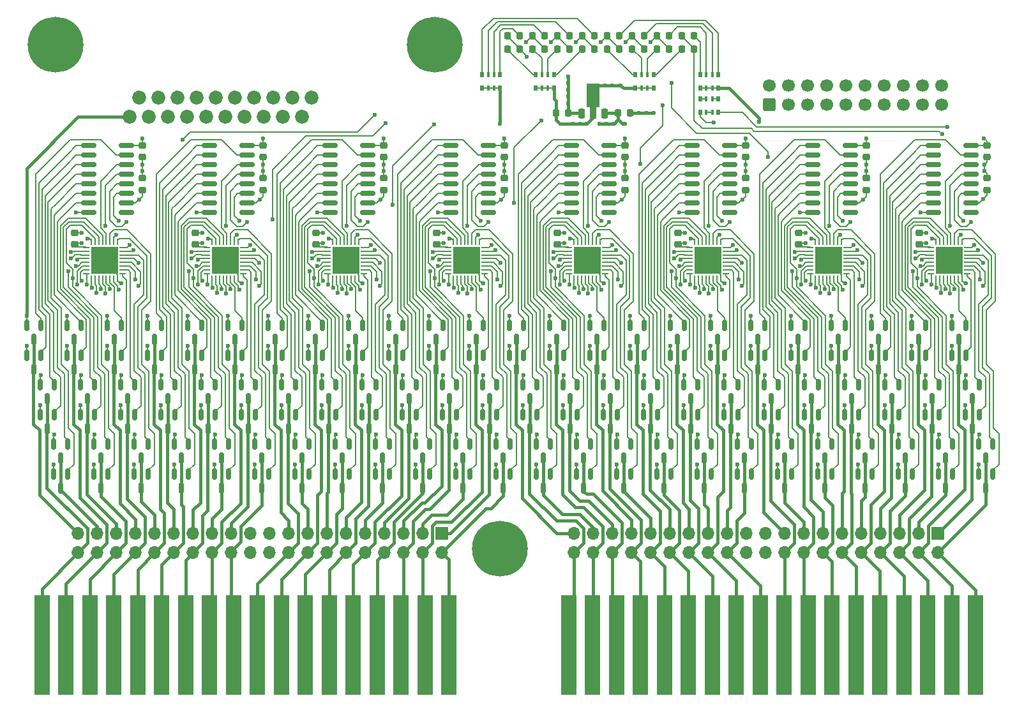
<source format=gtl>
G04 #@! TF.GenerationSoftware,KiCad,Pcbnew,8.0.4-rc2*
G04 #@! TF.CreationDate,2024-08-04T20:31:52-05:00*
G04 #@! TF.ProjectId,backplane_tracer_v5,6261636b-706c-4616-9e65-5f7472616365,rev?*
G04 #@! TF.SameCoordinates,Original*
G04 #@! TF.FileFunction,Copper,L1,Top*
G04 #@! TF.FilePolarity,Positive*
%FSLAX46Y46*%
G04 Gerber Fmt 4.6, Leading zero omitted, Abs format (unit mm)*
G04 Created by KiCad (PCBNEW 8.0.4-rc2) date 2024-08-04 20:31:52*
%MOMM*%
%LPD*%
G01*
G04 APERTURE LIST*
G04 Aperture macros list*
%AMRoundRect*
0 Rectangle with rounded corners*
0 $1 Rounding radius*
0 $2 $3 $4 $5 $6 $7 $8 $9 X,Y pos of 4 corners*
0 Add a 4 corners polygon primitive as box body*
4,1,4,$2,$3,$4,$5,$6,$7,$8,$9,$2,$3,0*
0 Add four circle primitives for the rounded corners*
1,1,$1+$1,$2,$3*
1,1,$1+$1,$4,$5*
1,1,$1+$1,$6,$7*
1,1,$1+$1,$8,$9*
0 Add four rect primitives between the rounded corners*
20,1,$1+$1,$2,$3,$4,$5,0*
20,1,$1+$1,$4,$5,$6,$7,0*
20,1,$1+$1,$6,$7,$8,$9,0*
20,1,$1+$1,$8,$9,$2,$3,0*%
%AMFreePoly0*
4,1,9,3.862500,-0.866500,0.737500,-0.866500,0.737500,-0.450000,-0.737500,-0.450000,-0.737500,0.450000,0.737500,0.450000,0.737500,0.866500,3.862500,0.866500,3.862500,-0.866500,3.862500,-0.866500,$1*%
G04 Aperture macros list end*
G04 #@! TA.AperFunction,Conductor*
%ADD10C,0.200000*%
G04 #@! TD*
G04 #@! TA.AperFunction,SMDPad,CuDef*
%ADD11RoundRect,0.150000X-0.150000X0.587500X-0.150000X-0.587500X0.150000X-0.587500X0.150000X0.587500X0*%
G04 #@! TD*
G04 #@! TA.AperFunction,SMDPad,CuDef*
%ADD12RoundRect,0.225000X0.250000X-0.225000X0.250000X0.225000X-0.250000X0.225000X-0.250000X-0.225000X0*%
G04 #@! TD*
G04 #@! TA.AperFunction,SMDPad,CuDef*
%ADD13RoundRect,0.150000X-0.850000X-0.150000X0.850000X-0.150000X0.850000X0.150000X-0.850000X0.150000X0*%
G04 #@! TD*
G04 #@! TA.AperFunction,ComponentPad*
%ADD14C,0.800000*%
G04 #@! TD*
G04 #@! TA.AperFunction,ComponentPad*
%ADD15C,7.400000*%
G04 #@! TD*
G04 #@! TA.AperFunction,SMDPad,CuDef*
%ADD16RoundRect,0.225000X0.225000X0.250000X-0.225000X0.250000X-0.225000X-0.250000X0.225000X-0.250000X0*%
G04 #@! TD*
G04 #@! TA.AperFunction,SMDPad,CuDef*
%ADD17RoundRect,0.218750X-0.218750X-0.256250X0.218750X-0.256250X0.218750X0.256250X-0.218750X0.256250X0*%
G04 #@! TD*
G04 #@! TA.AperFunction,SMDPad,CuDef*
%ADD18R,0.500000X0.800000*%
G04 #@! TD*
G04 #@! TA.AperFunction,SMDPad,CuDef*
%ADD19R,0.400000X0.800000*%
G04 #@! TD*
G04 #@! TA.AperFunction,SMDPad,CuDef*
%ADD20RoundRect,0.062500X-0.337500X-0.062500X0.337500X-0.062500X0.337500X0.062500X-0.337500X0.062500X0*%
G04 #@! TD*
G04 #@! TA.AperFunction,SMDPad,CuDef*
%ADD21RoundRect,0.062500X-0.062500X-0.337500X0.062500X-0.337500X0.062500X0.337500X-0.062500X0.337500X0*%
G04 #@! TD*
G04 #@! TA.AperFunction,HeatsinkPad*
%ADD22R,3.600000X3.600000*%
G04 #@! TD*
G04 #@! TA.AperFunction,SMDPad,CuDef*
%ADD23RoundRect,0.225000X-0.250000X0.225000X-0.250000X-0.225000X0.250000X-0.225000X0.250000X0.225000X0*%
G04 #@! TD*
G04 #@! TA.AperFunction,ComponentPad*
%ADD24R,1.700000X1.700000*%
G04 #@! TD*
G04 #@! TA.AperFunction,ComponentPad*
%ADD25O,1.700000X1.700000*%
G04 #@! TD*
G04 #@! TA.AperFunction,ConnectorPad*
%ADD26R,2.032000X13.208000*%
G04 #@! TD*
G04 #@! TA.AperFunction,SMDPad,CuDef*
%ADD27RoundRect,0.225000X0.225000X-0.425000X0.225000X0.425000X-0.225000X0.425000X-0.225000X-0.425000X0*%
G04 #@! TD*
G04 #@! TA.AperFunction,SMDPad,CuDef*
%ADD28FreePoly0,90.000000*%
G04 #@! TD*
G04 #@! TA.AperFunction,ComponentPad*
%ADD29C,1.850000*%
G04 #@! TD*
G04 #@! TA.AperFunction,SMDPad,CuDef*
%ADD30RoundRect,0.225000X-0.225000X-0.250000X0.225000X-0.250000X0.225000X0.250000X-0.225000X0.250000X0*%
G04 #@! TD*
G04 #@! TA.AperFunction,ComponentPad*
%ADD31RoundRect,0.250000X0.600000X-0.600000X0.600000X0.600000X-0.600000X0.600000X-0.600000X-0.600000X0*%
G04 #@! TD*
G04 #@! TA.AperFunction,ComponentPad*
%ADD32C,1.700000*%
G04 #@! TD*
G04 #@! TA.AperFunction,ViaPad*
%ADD33C,0.600000*%
G04 #@! TD*
G04 #@! TA.AperFunction,Conductor*
%ADD34C,0.431800*%
G04 #@! TD*
G04 APERTURE END LIST*
D10*
X174802800Y-172110400D02*
X174726600Y-171526200D01*
X158800800Y-172110400D02*
X158724600Y-171526200D01*
X190804800Y-172110400D02*
X190728600Y-171526200D01*
X142798800Y-172110400D02*
X142722600Y-171526200D01*
X110794800Y-172110400D02*
X110718600Y-171526200D01*
X206806800Y-172110400D02*
X206730600Y-171526200D01*
X222808800Y-172110400D02*
X222732600Y-171526200D01*
X126796800Y-172110400D02*
X126720600Y-171526200D01*
D11*
X127315000Y-178538900D03*
X125415000Y-178538900D03*
X126365000Y-180413900D03*
X120203000Y-194286900D03*
X118303000Y-194286900D03*
X119253000Y-196161900D03*
X201991000Y-182475900D03*
X200091000Y-182475900D03*
X201041000Y-184350900D03*
D12*
X194081400Y-160541000D03*
X194081400Y-158991000D03*
D13*
X154929200Y-154686000D03*
X154929200Y-155956000D03*
X154929200Y-157226000D03*
X154929200Y-158496000D03*
X154929200Y-159766000D03*
X154929200Y-161036000D03*
X154929200Y-162306000D03*
X154929200Y-163576000D03*
X159929200Y-163576000D03*
X159929200Y-162306000D03*
X159929200Y-161036000D03*
X159929200Y-159766000D03*
X159929200Y-158496000D03*
X159929200Y-157226000D03*
X159929200Y-155956000D03*
X159929200Y-154686000D03*
D14*
X150082200Y-141249400D03*
X150894979Y-139287179D03*
X150894979Y-143211621D03*
X152857200Y-138474400D03*
D15*
X152857200Y-141249400D03*
D14*
X152857200Y-144024400D03*
X154819421Y-139287179D03*
X154819421Y-143211621D03*
X155632200Y-141249400D03*
D11*
X194879000Y-194286900D03*
X192979000Y-194286900D03*
X193929000Y-196161900D03*
X139761000Y-186412900D03*
X137861000Y-186412900D03*
X138811000Y-188287900D03*
X107757000Y-186412900D03*
X105857000Y-186412900D03*
X106807000Y-188287900D03*
X113091000Y-186412900D03*
X111191000Y-186412900D03*
X112141000Y-188287900D03*
X145095000Y-190349900D03*
X143195000Y-190349900D03*
X144145000Y-192224900D03*
X164653000Y-182475900D03*
X162753000Y-182475900D03*
X163703000Y-184350900D03*
D16*
X170511000Y-150312400D03*
X168961000Y-150312400D03*
D11*
X155763000Y-190349900D03*
X153863000Y-190349900D03*
X154813000Y-192224900D03*
X185989000Y-178538900D03*
X184089000Y-178538900D03*
X185039000Y-180413900D03*
D17*
X182346400Y-141859000D03*
X183921400Y-141859000D03*
D12*
X178079400Y-160541000D03*
X178079400Y-158991000D03*
D17*
X179044400Y-141859000D03*
X180619400Y-141859000D03*
D18*
X179470100Y-147051600D03*
D19*
X180270100Y-147051600D03*
X181070100Y-147051600D03*
D18*
X181870100Y-147051600D03*
X181870100Y-145251600D03*
D19*
X181070100Y-145251600D03*
X180270100Y-145251600D03*
D18*
X179470100Y-145251600D03*
D20*
X154598200Y-168176000D03*
X154598200Y-168676000D03*
X154598200Y-169176000D03*
X154598200Y-169676000D03*
X154598200Y-170176000D03*
X154598200Y-170676000D03*
X154598200Y-171176000D03*
X154598200Y-171676000D03*
D21*
X155298200Y-172376000D03*
X155798200Y-172376000D03*
X156298200Y-172376000D03*
X156798200Y-172376000D03*
X157298200Y-172376000D03*
X157798200Y-172376000D03*
X158298200Y-172376000D03*
X158798200Y-172376000D03*
D20*
X159498200Y-171676000D03*
X159498200Y-171176000D03*
X159498200Y-170676000D03*
X159498200Y-170176000D03*
X159498200Y-169676000D03*
X159498200Y-169176000D03*
X159498200Y-168676000D03*
X159498200Y-168176000D03*
D21*
X158798200Y-167476000D03*
X158298200Y-167476000D03*
X157798200Y-167476000D03*
X157298200Y-167476000D03*
X156798200Y-167476000D03*
X156298200Y-167476000D03*
X155798200Y-167476000D03*
X155298200Y-167476000D03*
D22*
X157048200Y-169926000D03*
D17*
X172440400Y-140081000D03*
X174015400Y-140081000D03*
D20*
X106592200Y-168176000D03*
X106592200Y-168676000D03*
X106592200Y-169176000D03*
X106592200Y-169676000D03*
X106592200Y-170176000D03*
X106592200Y-170676000D03*
X106592200Y-171176000D03*
X106592200Y-171676000D03*
D21*
X107292200Y-172376000D03*
X107792200Y-172376000D03*
X108292200Y-172376000D03*
X108792200Y-172376000D03*
X109292200Y-172376000D03*
X109792200Y-172376000D03*
X110292200Y-172376000D03*
X110792200Y-172376000D03*
D20*
X111492200Y-171676000D03*
X111492200Y-171176000D03*
X111492200Y-170676000D03*
X111492200Y-170176000D03*
X111492200Y-169676000D03*
X111492200Y-169176000D03*
X111492200Y-168676000D03*
X111492200Y-168176000D03*
D21*
X110792200Y-167476000D03*
X110292200Y-167476000D03*
X109792200Y-167476000D03*
X109292200Y-167476000D03*
X108792200Y-167476000D03*
X108292200Y-167476000D03*
X107792200Y-167476000D03*
X107292200Y-167476000D03*
D22*
X109042200Y-169926000D03*
D23*
X146075400Y-154647600D03*
X146075400Y-156197600D03*
D11*
X209103000Y-186412900D03*
X207203000Y-186412900D03*
X208153000Y-188287900D03*
X102423000Y-190349900D03*
X100523000Y-190349900D03*
X101473000Y-192224900D03*
X221549000Y-194286900D03*
X219649000Y-194286900D03*
X220599000Y-196161900D03*
X193101000Y-190349900D03*
X191201000Y-190349900D03*
X192151000Y-192224900D03*
X123759000Y-186412900D03*
X121859000Y-186412900D03*
X122809000Y-188287900D03*
X114869000Y-194286900D03*
X112969000Y-194286900D03*
X113919000Y-196161900D03*
X161097000Y-190349900D03*
X159197000Y-190349900D03*
X160147000Y-192224900D03*
X137983000Y-178538900D03*
X136083000Y-178538900D03*
X137033000Y-180413900D03*
X127315000Y-182475900D03*
X125415000Y-182475900D03*
X126365000Y-184350900D03*
X191323000Y-182475900D03*
X189423000Y-182475900D03*
X190373000Y-184350900D03*
X173543000Y-198223900D03*
X171643000Y-198223900D03*
X172593000Y-200098900D03*
D17*
X169138400Y-141859000D03*
X170713400Y-141859000D03*
D11*
X180655000Y-182475900D03*
X178755000Y-182475900D03*
X179705000Y-184350900D03*
D23*
X162077400Y-154647600D03*
X162077400Y-156197600D03*
D13*
X202935200Y-154686000D03*
X202935200Y-155956000D03*
X202935200Y-157226000D03*
X202935200Y-158496000D03*
X202935200Y-159766000D03*
X202935200Y-161036000D03*
X202935200Y-162306000D03*
X202935200Y-163576000D03*
X207935200Y-163576000D03*
X207935200Y-162306000D03*
X207935200Y-161036000D03*
X207935200Y-159766000D03*
X207935200Y-158496000D03*
X207935200Y-157226000D03*
X207935200Y-155956000D03*
X207935200Y-154686000D03*
D17*
X169138400Y-140081000D03*
X170713400Y-140081000D03*
D11*
X148651000Y-178538900D03*
X146751000Y-178538900D03*
X147701000Y-180413900D03*
X134427000Y-190349900D03*
X132527000Y-190349900D03*
X133477000Y-192224900D03*
X178877000Y-198223900D03*
X176977000Y-198223900D03*
X177927000Y-200098900D03*
X150429000Y-186412900D03*
X148529000Y-186412900D03*
X149479000Y-188287900D03*
X178877000Y-194286900D03*
X176977000Y-194286900D03*
X177927000Y-196161900D03*
D17*
X182346400Y-140081000D03*
X183921400Y-140081000D03*
D11*
X109535000Y-194286900D03*
X107635000Y-194286900D03*
X108585000Y-196161900D03*
D12*
X217093800Y-167805400D03*
X217093800Y-166255400D03*
D24*
X153797000Y-206146400D03*
D25*
X153797000Y-208686400D03*
X151257000Y-206146400D03*
X151257000Y-208686400D03*
X148717000Y-206146400D03*
X148717000Y-208686400D03*
X146177000Y-206146400D03*
X146177000Y-208686400D03*
X143637000Y-206146400D03*
X143637000Y-208686400D03*
X141097000Y-206146400D03*
X141097000Y-208686400D03*
X138557000Y-206146400D03*
X138557000Y-208686400D03*
X136017000Y-206146400D03*
X136017000Y-208686400D03*
X133477000Y-206146400D03*
X133477000Y-208686400D03*
X130937000Y-206146400D03*
X130937000Y-208686400D03*
X128397000Y-206146400D03*
X128397000Y-208686400D03*
X125857000Y-206146400D03*
X125857000Y-208686400D03*
X123317000Y-206146400D03*
X123317000Y-208686400D03*
X120777000Y-206146400D03*
X120777000Y-208686400D03*
X118237000Y-206146400D03*
X118237000Y-208686400D03*
X115697000Y-206146400D03*
X115697000Y-208686400D03*
X113157000Y-206146400D03*
X113157000Y-208686400D03*
X110617000Y-206146400D03*
X110617000Y-208686400D03*
X108077000Y-206146400D03*
X108077000Y-208686400D03*
X105537000Y-206146400D03*
X105537000Y-208686400D03*
D11*
X102423000Y-186412900D03*
X100523000Y-186412900D03*
X101473000Y-188287900D03*
X155763000Y-186412900D03*
X153863000Y-186412900D03*
X154813000Y-188287900D03*
X157541000Y-198223900D03*
X155641000Y-198223900D03*
X156591000Y-200098900D03*
X198435000Y-186412900D03*
X196535000Y-186412900D03*
X197485000Y-188287900D03*
D12*
X162077400Y-160541000D03*
X162077400Y-158991000D03*
D11*
X177099000Y-186412900D03*
X175199000Y-186412900D03*
X176149000Y-188287900D03*
D26*
X224586800Y-220980000D03*
X221411800Y-220980000D03*
X218236800Y-220980000D03*
X215061800Y-220980000D03*
X211886800Y-220980000D03*
X208711800Y-220980000D03*
X205536800Y-220980000D03*
X202361800Y-220980000D03*
X199186800Y-220980000D03*
X196011800Y-220980000D03*
X192836800Y-220980000D03*
X189661800Y-220980000D03*
X186486800Y-220980000D03*
X183311800Y-220980000D03*
X180136800Y-220980000D03*
X176961800Y-220980000D03*
X173786800Y-220980000D03*
X170611800Y-220980000D03*
X154736800Y-220980000D03*
X151561800Y-220980000D03*
X148386800Y-220980000D03*
X145211800Y-220980000D03*
X142036800Y-220980000D03*
X138861800Y-220980000D03*
X135686800Y-220980000D03*
X132511800Y-220980000D03*
X129336800Y-220980000D03*
X126161800Y-220980000D03*
X122986800Y-220980000D03*
X119811800Y-220980000D03*
X116636800Y-220980000D03*
X113461800Y-220980000D03*
X110286800Y-220980000D03*
X107111800Y-220980000D03*
X103936800Y-220980000D03*
X100761800Y-220980000D03*
D11*
X212659000Y-182475900D03*
X210759000Y-182475900D03*
X211709000Y-184350900D03*
X226883000Y-194286900D03*
X224983000Y-194286900D03*
X225933000Y-196161900D03*
X205547000Y-198223900D03*
X203647000Y-198223900D03*
X204597000Y-200098900D03*
D17*
X185648400Y-140081000D03*
X187223400Y-140081000D03*
D11*
X123759000Y-190349900D03*
X121859000Y-190349900D03*
X122809000Y-192224900D03*
D12*
X121081800Y-167805400D03*
X121081800Y-166255400D03*
D11*
X120203000Y-198223900D03*
X118303000Y-198223900D03*
X119253000Y-200098900D03*
X104201000Y-194286900D03*
X102301000Y-194286900D03*
X103251000Y-196161900D03*
X185989000Y-182475900D03*
X184089000Y-182475900D03*
X185039000Y-184350900D03*
X169987000Y-182475900D03*
X168087000Y-182475900D03*
X169037000Y-184350900D03*
X196657000Y-182475900D03*
X194757000Y-182475900D03*
X195707000Y-184350900D03*
X173543000Y-194286900D03*
X171643000Y-194286900D03*
X172593000Y-196161900D03*
X152207000Y-198223900D03*
X150307000Y-198223900D03*
X151257000Y-200098900D03*
X193101000Y-186412900D03*
X191201000Y-186412900D03*
X192151000Y-188287900D03*
D23*
X226085400Y-154647600D03*
X226085400Y-156197600D03*
X210083400Y-154647600D03*
X210083400Y-156197600D03*
D11*
X223327000Y-178538900D03*
X221427000Y-178538900D03*
X222377000Y-180413900D03*
D12*
X146075400Y-160541000D03*
X146075400Y-158991000D03*
D11*
X125537000Y-198223900D03*
X123637000Y-198223900D03*
X124587000Y-200098900D03*
D17*
X162534400Y-141859000D03*
X164109400Y-141859000D03*
D18*
X166262100Y-147051600D03*
D19*
X167062100Y-147051600D03*
X167862100Y-147051600D03*
D18*
X168662100Y-147051600D03*
X168662100Y-145251600D03*
D19*
X167862100Y-145251600D03*
X167062100Y-145251600D03*
D18*
X166262100Y-145251600D03*
D17*
X162534400Y-140081000D03*
X164109400Y-140081000D03*
D11*
X216215000Y-198223900D03*
X214315000Y-198223900D03*
X215265000Y-200098900D03*
X100645000Y-178538900D03*
X98745000Y-178538900D03*
X99695000Y-180413900D03*
X153985000Y-182475900D03*
X152085000Y-182475900D03*
X153035000Y-184350900D03*
X113091000Y-190349900D03*
X111191000Y-190349900D03*
X112141000Y-192224900D03*
X168209000Y-194286900D03*
X166309000Y-194286900D03*
X167259000Y-196161900D03*
X132649000Y-182475900D03*
X130749000Y-182475900D03*
X131699000Y-184350900D03*
D17*
X175742400Y-141859000D03*
X177317400Y-141859000D03*
D11*
X111313000Y-182475900D03*
X109413000Y-182475900D03*
X110363000Y-184350900D03*
X225105000Y-186412900D03*
X223205000Y-186412900D03*
X224155000Y-188287900D03*
X217993000Y-182475900D03*
X216093000Y-182475900D03*
X217043000Y-184350900D03*
D18*
X159124700Y-147051600D03*
D19*
X159924700Y-147051600D03*
X160724700Y-147051600D03*
D18*
X161524700Y-147051600D03*
X161524700Y-145251600D03*
D19*
X160724700Y-145251600D03*
X159924700Y-145251600D03*
D18*
X159124700Y-145251600D03*
D12*
X201091800Y-167805400D03*
X201091800Y-166255400D03*
D11*
X187767000Y-190349900D03*
X185867000Y-190349900D03*
X186817000Y-192224900D03*
X191323000Y-178538900D03*
X189423000Y-178538900D03*
X190373000Y-180413900D03*
D17*
X179044400Y-140081000D03*
X180619400Y-140081000D03*
D27*
X172362900Y-150438400D03*
D28*
X173862900Y-150350900D03*
D27*
X175362900Y-150438400D03*
D11*
X146873000Y-198223900D03*
X144973000Y-198223900D03*
X145923000Y-200098900D03*
X111313000Y-178538900D03*
X109413000Y-178538900D03*
X110363000Y-180413900D03*
X219771000Y-186412900D03*
X217871000Y-186412900D03*
X218821000Y-188287900D03*
X105979000Y-182475900D03*
X104079000Y-182475900D03*
X105029000Y-184350900D03*
X100645000Y-182475900D03*
X98745000Y-182475900D03*
X99695000Y-184350900D03*
X214437000Y-190349900D03*
X212537000Y-190349900D03*
X213487000Y-192224900D03*
X130871000Y-198223900D03*
X128971000Y-198223900D03*
X129921000Y-200098900D03*
X184211000Y-194286900D03*
X182311000Y-194286900D03*
X183261000Y-196161900D03*
X139761000Y-190349900D03*
X137861000Y-190349900D03*
X138811000Y-192224900D03*
X187767000Y-186412900D03*
X185867000Y-186412900D03*
X186817000Y-188287900D03*
X130871000Y-194286900D03*
X128971000Y-194286900D03*
X129921000Y-196161900D03*
X201991000Y-178538900D03*
X200091000Y-178538900D03*
X201041000Y-180413900D03*
X210881000Y-198223900D03*
X208981000Y-198223900D03*
X209931000Y-200098900D03*
X177099000Y-190349900D03*
X175199000Y-190349900D03*
X176149000Y-192224900D03*
X171765000Y-190349900D03*
X169865000Y-190349900D03*
X170815000Y-192224900D03*
X182433000Y-186412900D03*
X180533000Y-186412900D03*
X181483000Y-188287900D03*
D14*
X158743600Y-208153000D03*
X159556379Y-206190779D03*
X159556379Y-210115221D03*
X161518600Y-205378000D03*
D15*
X161518600Y-208153000D03*
D14*
X161518600Y-210928000D03*
X163480821Y-206190779D03*
X163480821Y-210115221D03*
X164293600Y-208153000D03*
D12*
X210083400Y-160541000D03*
X210083400Y-158991000D03*
D11*
X134427000Y-186412900D03*
X132527000Y-186412900D03*
X133477000Y-188287900D03*
D13*
X186933200Y-154686000D03*
X186933200Y-155956000D03*
X186933200Y-157226000D03*
X186933200Y-158496000D03*
X186933200Y-159766000D03*
X186933200Y-161036000D03*
X186933200Y-162306000D03*
X186933200Y-163576000D03*
X191933200Y-163576000D03*
X191933200Y-162306000D03*
X191933200Y-161036000D03*
X191933200Y-159766000D03*
X191933200Y-158496000D03*
X191933200Y-157226000D03*
X191933200Y-155956000D03*
X191933200Y-154686000D03*
X170931200Y-154686000D03*
X170931200Y-155956000D03*
X170931200Y-157226000D03*
X170931200Y-158496000D03*
X170931200Y-159766000D03*
X170931200Y-161036000D03*
X170931200Y-162306000D03*
X170931200Y-163576000D03*
X175931200Y-163576000D03*
X175931200Y-162306000D03*
X175931200Y-161036000D03*
X175931200Y-159766000D03*
X175931200Y-158496000D03*
X175931200Y-157226000D03*
X175931200Y-155956000D03*
X175931200Y-154686000D03*
D12*
X114071400Y-160541000D03*
X114071400Y-158991000D03*
D20*
X138596200Y-168176000D03*
X138596200Y-168676000D03*
X138596200Y-169176000D03*
X138596200Y-169676000D03*
X138596200Y-170176000D03*
X138596200Y-170676000D03*
X138596200Y-171176000D03*
X138596200Y-171676000D03*
D21*
X139296200Y-172376000D03*
X139796200Y-172376000D03*
X140296200Y-172376000D03*
X140796200Y-172376000D03*
X141296200Y-172376000D03*
X141796200Y-172376000D03*
X142296200Y-172376000D03*
X142796200Y-172376000D03*
D20*
X143496200Y-171676000D03*
X143496200Y-171176000D03*
X143496200Y-170676000D03*
X143496200Y-170176000D03*
X143496200Y-169676000D03*
X143496200Y-169176000D03*
X143496200Y-168676000D03*
X143496200Y-168176000D03*
D21*
X142796200Y-167476000D03*
X142296200Y-167476000D03*
X141796200Y-167476000D03*
X141296200Y-167476000D03*
X140796200Y-167476000D03*
X140296200Y-167476000D03*
X139796200Y-167476000D03*
X139296200Y-167476000D03*
D22*
X141046200Y-169926000D03*
D11*
X182433000Y-190349900D03*
X180533000Y-190349900D03*
X181483000Y-192224900D03*
D14*
X99790200Y-141249400D03*
X100602979Y-139287179D03*
X100602979Y-143211621D03*
X102565200Y-138474400D03*
D15*
X102565200Y-141249400D03*
D14*
X102565200Y-144024400D03*
X104527421Y-139287179D03*
X104527421Y-143211621D03*
X105340200Y-141249400D03*
D11*
X207325000Y-178538900D03*
X205425000Y-178538900D03*
X206375000Y-180413900D03*
D23*
X130073400Y-154647600D03*
X130073400Y-156197600D03*
D11*
X116647000Y-182475900D03*
X114747000Y-182475900D03*
X115697000Y-184350900D03*
X207325000Y-182475900D03*
X205425000Y-182475900D03*
X206375000Y-184350900D03*
X223327000Y-182475900D03*
X221427000Y-182475900D03*
X222377000Y-184350900D03*
X157541000Y-194286900D03*
X155641000Y-194286900D03*
X156591000Y-196161900D03*
X219771000Y-190349900D03*
X217871000Y-190349900D03*
X218821000Y-192224900D03*
D13*
X138927200Y-154686000D03*
X138927200Y-155956000D03*
X138927200Y-157226000D03*
X138927200Y-158496000D03*
X138927200Y-159766000D03*
X138927200Y-161036000D03*
X138927200Y-162306000D03*
X138927200Y-163576000D03*
X143927200Y-163576000D03*
X143927200Y-162306000D03*
X143927200Y-161036000D03*
X143927200Y-159766000D03*
X143927200Y-158496000D03*
X143927200Y-157226000D03*
X143927200Y-155956000D03*
X143927200Y-154686000D03*
D11*
X200213000Y-194286900D03*
X198313000Y-194286900D03*
X199263000Y-196161900D03*
X143317000Y-178538900D03*
X141417000Y-178538900D03*
X142367000Y-180413900D03*
X226883000Y-198223900D03*
X224983000Y-198223900D03*
X225933000Y-200098900D03*
X194879000Y-198223900D03*
X192979000Y-198223900D03*
X193929000Y-200098900D03*
D24*
X219583000Y-206146400D03*
D25*
X219583000Y-208686400D03*
X217043000Y-206146400D03*
X217043000Y-208686400D03*
X214503000Y-206146400D03*
X214503000Y-208686400D03*
X211963000Y-206146400D03*
X211963000Y-208686400D03*
X209423000Y-206146400D03*
X209423000Y-208686400D03*
X206883000Y-206146400D03*
X206883000Y-208686400D03*
X204343000Y-206146400D03*
X204343000Y-208686400D03*
X201803000Y-206146400D03*
X201803000Y-208686400D03*
X199263000Y-206146400D03*
X199263000Y-208686400D03*
X196723000Y-206146400D03*
X196723000Y-208686400D03*
X194183000Y-206146400D03*
X194183000Y-208686400D03*
X191643000Y-206146400D03*
X191643000Y-208686400D03*
X189103000Y-206146400D03*
X189103000Y-208686400D03*
X186563000Y-206146400D03*
X186563000Y-208686400D03*
X184023000Y-206146400D03*
X184023000Y-208686400D03*
X181483000Y-206146400D03*
X181483000Y-208686400D03*
X178943000Y-206146400D03*
X178943000Y-208686400D03*
X176403000Y-206146400D03*
X176403000Y-208686400D03*
X173863000Y-206146400D03*
X173863000Y-208686400D03*
X171323000Y-206146400D03*
X171323000Y-208686400D03*
D11*
X145095000Y-186412900D03*
X143195000Y-186412900D03*
X144145000Y-188287900D03*
X148651000Y-182475900D03*
X146751000Y-182475900D03*
X147701000Y-184350900D03*
X171765000Y-186412900D03*
X169865000Y-186412900D03*
X170815000Y-188287900D03*
X118425000Y-186412900D03*
X116525000Y-186412900D03*
X117475000Y-188287900D03*
D18*
X190455400Y-148452000D03*
D19*
X189655400Y-148452000D03*
X188855400Y-148452000D03*
D18*
X188055400Y-148452000D03*
X188055400Y-150252000D03*
D19*
X188855400Y-150252000D03*
X189655400Y-150252000D03*
D18*
X190455400Y-150252000D03*
D11*
X105979000Y-178538900D03*
X104079000Y-178538900D03*
X105029000Y-180413900D03*
D17*
X185648400Y-141859000D03*
X187223400Y-141859000D03*
D11*
X214437000Y-186412900D03*
X212537000Y-186412900D03*
X213487000Y-188287900D03*
X109535000Y-198223900D03*
X107635000Y-198223900D03*
X108585000Y-200098900D03*
D12*
X105079800Y-167805400D03*
X105079800Y-166255400D03*
X169087800Y-167805400D03*
X169087800Y-166255400D03*
D20*
X218606200Y-168176000D03*
X218606200Y-168676000D03*
X218606200Y-169176000D03*
X218606200Y-169676000D03*
X218606200Y-170176000D03*
X218606200Y-170676000D03*
X218606200Y-171176000D03*
X218606200Y-171676000D03*
D21*
X219306200Y-172376000D03*
X219806200Y-172376000D03*
X220306200Y-172376000D03*
X220806200Y-172376000D03*
X221306200Y-172376000D03*
X221806200Y-172376000D03*
X222306200Y-172376000D03*
X222806200Y-172376000D03*
D20*
X223506200Y-171676000D03*
X223506200Y-171176000D03*
X223506200Y-170676000D03*
X223506200Y-170176000D03*
X223506200Y-169676000D03*
X223506200Y-169176000D03*
X223506200Y-168676000D03*
X223506200Y-168176000D03*
D21*
X222806200Y-167476000D03*
X222306200Y-167476000D03*
X221806200Y-167476000D03*
X221306200Y-167476000D03*
X220806200Y-167476000D03*
X220306200Y-167476000D03*
X219806200Y-167476000D03*
X219306200Y-167476000D03*
D22*
X221056200Y-169926000D03*
D11*
X162875000Y-194286900D03*
X160975000Y-194286900D03*
X161925000Y-196161900D03*
D13*
X218937200Y-154686000D03*
X218937200Y-155956000D03*
X218937200Y-157226000D03*
X218937200Y-158496000D03*
X218937200Y-159766000D03*
X218937200Y-161036000D03*
X218937200Y-162306000D03*
X218937200Y-163576000D03*
X223937200Y-163576000D03*
X223937200Y-162306000D03*
X223937200Y-161036000D03*
X223937200Y-159766000D03*
X223937200Y-158496000D03*
X223937200Y-157226000D03*
X223937200Y-155956000D03*
X223937200Y-154686000D03*
D11*
X141539000Y-198223900D03*
X139639000Y-198223900D03*
X140589000Y-200098900D03*
X212659000Y-178538900D03*
X210759000Y-178538900D03*
X211709000Y-180413900D03*
D17*
X165836400Y-140081000D03*
X167411400Y-140081000D03*
D11*
X210881000Y-194286900D03*
X208981000Y-194286900D03*
X209931000Y-196161900D03*
X136205000Y-194286900D03*
X134305000Y-194286900D03*
X135255000Y-196161900D03*
D17*
X175742400Y-140081000D03*
X177317400Y-140081000D03*
D12*
X226085400Y-160541000D03*
X226085400Y-158991000D03*
D11*
X189545000Y-198223900D03*
X187645000Y-198223900D03*
X188595000Y-200098900D03*
X203769000Y-186412900D03*
X201869000Y-186412900D03*
X202819000Y-188287900D03*
D29*
X136525000Y-148336000D03*
X135255000Y-150876000D03*
X133985000Y-148336000D03*
X132715000Y-150876000D03*
X131445000Y-148336000D03*
X130175000Y-150876000D03*
X128905000Y-148336000D03*
X127635000Y-150876000D03*
X126365000Y-148336000D03*
X125095000Y-150876000D03*
X123825000Y-148336000D03*
X122555000Y-150876000D03*
X121285000Y-148336000D03*
X120015000Y-150876000D03*
X118745000Y-148336000D03*
X117475000Y-150876000D03*
X116205000Y-148336000D03*
X114935000Y-150876000D03*
X113665000Y-148336000D03*
X112395000Y-150876000D03*
D30*
X177190600Y-150312400D03*
X178740600Y-150312400D03*
D11*
X141539000Y-194286900D03*
X139639000Y-194286900D03*
X140589000Y-196161900D03*
X166431000Y-190349900D03*
X164531000Y-190349900D03*
X165481000Y-192224900D03*
D23*
X178079400Y-154647600D03*
X178079400Y-156197600D03*
D11*
X152207000Y-194286900D03*
X150307000Y-194286900D03*
X151257000Y-196161900D03*
X221549000Y-198223900D03*
X219649000Y-198223900D03*
X220599000Y-200098900D03*
X107757000Y-190349900D03*
X105857000Y-190349900D03*
X106807000Y-192224900D03*
X200213000Y-198223900D03*
X198313000Y-198223900D03*
X199263000Y-200098900D03*
X136205000Y-198223900D03*
X134305000Y-198223900D03*
X135255000Y-200098900D03*
D20*
X170600200Y-168176000D03*
X170600200Y-168676000D03*
X170600200Y-169176000D03*
X170600200Y-169676000D03*
X170600200Y-170176000D03*
X170600200Y-170676000D03*
X170600200Y-171176000D03*
X170600200Y-171676000D03*
D21*
X171300200Y-172376000D03*
X171800200Y-172376000D03*
X172300200Y-172376000D03*
X172800200Y-172376000D03*
X173300200Y-172376000D03*
X173800200Y-172376000D03*
X174300200Y-172376000D03*
X174800200Y-172376000D03*
D20*
X175500200Y-171676000D03*
X175500200Y-171176000D03*
X175500200Y-170676000D03*
X175500200Y-170176000D03*
X175500200Y-169676000D03*
X175500200Y-169176000D03*
X175500200Y-168676000D03*
X175500200Y-168176000D03*
D21*
X174800200Y-167476000D03*
X174300200Y-167476000D03*
X173800200Y-167476000D03*
X173300200Y-167476000D03*
X172800200Y-167476000D03*
X172300200Y-167476000D03*
X171800200Y-167476000D03*
X171300200Y-167476000D03*
D22*
X173050200Y-169926000D03*
D11*
X175321000Y-178538900D03*
X173421000Y-178538900D03*
X174371000Y-180413900D03*
X121981000Y-182475900D03*
X120081000Y-182475900D03*
X121031000Y-184350900D03*
X198435000Y-190349900D03*
X196535000Y-190349900D03*
X197485000Y-192224900D03*
X164653000Y-178538900D03*
X162753000Y-178538900D03*
X163703000Y-180413900D03*
D12*
X153085800Y-167805400D03*
X153085800Y-166255400D03*
D13*
X122925200Y-154686000D03*
X122925200Y-155956000D03*
X122925200Y-157226000D03*
X122925200Y-158496000D03*
X122925200Y-159766000D03*
X122925200Y-161036000D03*
X122925200Y-162306000D03*
X122925200Y-163576000D03*
X127925200Y-163576000D03*
X127925200Y-162306000D03*
X127925200Y-161036000D03*
X127925200Y-159766000D03*
X127925200Y-158496000D03*
X127925200Y-157226000D03*
X127925200Y-155956000D03*
X127925200Y-154686000D03*
D11*
X180655000Y-178538900D03*
X178755000Y-178538900D03*
X179705000Y-180413900D03*
X189545000Y-194286900D03*
X187645000Y-194286900D03*
X188595000Y-196161900D03*
X168209000Y-198223900D03*
X166309000Y-198223900D03*
X167259000Y-200098900D03*
X162875000Y-198223900D03*
X160975000Y-198223900D03*
X161925000Y-200098900D03*
X104201000Y-198223900D03*
X102301000Y-198223900D03*
X103251000Y-200098900D03*
D12*
X185089800Y-167805400D03*
X185089800Y-166255400D03*
D11*
X132649000Y-178538900D03*
X130749000Y-178538900D03*
X131699000Y-180413900D03*
X203769000Y-190349900D03*
X201869000Y-190349900D03*
X202819000Y-192224900D03*
D31*
X197231000Y-149258300D03*
D32*
X197231000Y-146718300D03*
X199771000Y-149258300D03*
X199771000Y-146718300D03*
X202311000Y-149258300D03*
X202311000Y-146718300D03*
X204851000Y-149258300D03*
X204851000Y-146718300D03*
X207391000Y-149258300D03*
X207391000Y-146718300D03*
X209931000Y-149258300D03*
X209931000Y-146718300D03*
X212471000Y-149258300D03*
X212471000Y-146718300D03*
X215011000Y-149258300D03*
X215011000Y-146718300D03*
X217551000Y-149258300D03*
X217551000Y-146718300D03*
X220091000Y-149258300D03*
X220091000Y-146718300D03*
D11*
X216215000Y-194286900D03*
X214315000Y-194286900D03*
X215265000Y-196161900D03*
X129093000Y-190349900D03*
X127193000Y-190349900D03*
X128143000Y-192224900D03*
D12*
X137083800Y-167805400D03*
X137083800Y-166255400D03*
D11*
X166431000Y-186412900D03*
X164531000Y-186412900D03*
X165481000Y-188287900D03*
D18*
X188055300Y-147051600D03*
D19*
X188855300Y-147051600D03*
X189655300Y-147051600D03*
D18*
X190455300Y-147051600D03*
X190455300Y-145251600D03*
D19*
X189655300Y-145251600D03*
X188855300Y-145251600D03*
D18*
X188055300Y-145251600D03*
D11*
X146873000Y-194286900D03*
X144973000Y-194286900D03*
X145923000Y-196161900D03*
X217993000Y-178538900D03*
X216093000Y-178538900D03*
X217043000Y-180413900D03*
D20*
X186602200Y-168176000D03*
X186602200Y-168676000D03*
X186602200Y-169176000D03*
X186602200Y-169676000D03*
X186602200Y-170176000D03*
X186602200Y-170676000D03*
X186602200Y-171176000D03*
X186602200Y-171676000D03*
D21*
X187302200Y-172376000D03*
X187802200Y-172376000D03*
X188302200Y-172376000D03*
X188802200Y-172376000D03*
X189302200Y-172376000D03*
X189802200Y-172376000D03*
X190302200Y-172376000D03*
X190802200Y-172376000D03*
D20*
X191502200Y-171676000D03*
X191502200Y-171176000D03*
X191502200Y-170676000D03*
X191502200Y-170176000D03*
X191502200Y-169676000D03*
X191502200Y-169176000D03*
X191502200Y-168676000D03*
X191502200Y-168176000D03*
D21*
X190802200Y-167476000D03*
X190302200Y-167476000D03*
X189802200Y-167476000D03*
X189302200Y-167476000D03*
X188802200Y-167476000D03*
X188302200Y-167476000D03*
X187802200Y-167476000D03*
X187302200Y-167476000D03*
D22*
X189052200Y-169926000D03*
D11*
X225105000Y-190349900D03*
X223205000Y-190349900D03*
X224155000Y-192224900D03*
X125537000Y-194286900D03*
X123637000Y-194286900D03*
X124587000Y-196161900D03*
X150429000Y-190349900D03*
X148529000Y-190349900D03*
X149479000Y-192224900D03*
X196657000Y-178538900D03*
X194757000Y-178538900D03*
X195707000Y-180413900D03*
X137983000Y-182475900D03*
X136083000Y-182475900D03*
X137033000Y-184350900D03*
X159319000Y-182475900D03*
X157419000Y-182475900D03*
X158369000Y-184350900D03*
D20*
X122594200Y-168176000D03*
X122594200Y-168676000D03*
X122594200Y-169176000D03*
X122594200Y-169676000D03*
X122594200Y-170176000D03*
X122594200Y-170676000D03*
X122594200Y-171176000D03*
X122594200Y-171676000D03*
D21*
X123294200Y-172376000D03*
X123794200Y-172376000D03*
X124294200Y-172376000D03*
X124794200Y-172376000D03*
X125294200Y-172376000D03*
X125794200Y-172376000D03*
X126294200Y-172376000D03*
X126794200Y-172376000D03*
D20*
X127494200Y-171676000D03*
X127494200Y-171176000D03*
X127494200Y-170676000D03*
X127494200Y-170176000D03*
X127494200Y-169676000D03*
X127494200Y-169176000D03*
X127494200Y-168676000D03*
X127494200Y-168176000D03*
D21*
X126794200Y-167476000D03*
X126294200Y-167476000D03*
X125794200Y-167476000D03*
X125294200Y-167476000D03*
X124794200Y-167476000D03*
X124294200Y-167476000D03*
X123794200Y-167476000D03*
X123294200Y-167476000D03*
D22*
X125044200Y-169926000D03*
D17*
X165836400Y-141859000D03*
X167411400Y-141859000D03*
D11*
X118425000Y-190349900D03*
X116525000Y-190349900D03*
X117475000Y-192224900D03*
X169987000Y-178538900D03*
X168087000Y-178538900D03*
X169037000Y-180413900D03*
X114869000Y-198223900D03*
X112969000Y-198223900D03*
X113919000Y-200098900D03*
D12*
X130073400Y-160541000D03*
X130073400Y-158991000D03*
D11*
X159319000Y-178538900D03*
X157419000Y-178538900D03*
X158369000Y-180413900D03*
D17*
X172440400Y-141859000D03*
X174015400Y-141859000D03*
D11*
X205547000Y-194286900D03*
X203647000Y-194286900D03*
X204597000Y-196161900D03*
D13*
X106923200Y-154686000D03*
X106923200Y-155956000D03*
X106923200Y-157226000D03*
X106923200Y-158496000D03*
X106923200Y-159766000D03*
X106923200Y-161036000D03*
X106923200Y-162306000D03*
X106923200Y-163576000D03*
X111923200Y-163576000D03*
X111923200Y-162306000D03*
X111923200Y-161036000D03*
X111923200Y-159766000D03*
X111923200Y-158496000D03*
X111923200Y-157226000D03*
X111923200Y-155956000D03*
X111923200Y-154686000D03*
D11*
X143317000Y-182475900D03*
X141417000Y-182475900D03*
X142367000Y-184350900D03*
D23*
X194081400Y-154647600D03*
X194081400Y-156197600D03*
X114071400Y-154647600D03*
X114071400Y-156197600D03*
D11*
X116647000Y-178538900D03*
X114747000Y-178538900D03*
X115697000Y-180413900D03*
X153985000Y-178538900D03*
X152085000Y-178538900D03*
X153035000Y-180413900D03*
D20*
X202604200Y-168176000D03*
X202604200Y-168676000D03*
X202604200Y-169176000D03*
X202604200Y-169676000D03*
X202604200Y-170176000D03*
X202604200Y-170676000D03*
X202604200Y-171176000D03*
X202604200Y-171676000D03*
D21*
X203304200Y-172376000D03*
X203804200Y-172376000D03*
X204304200Y-172376000D03*
X204804200Y-172376000D03*
X205304200Y-172376000D03*
X205804200Y-172376000D03*
X206304200Y-172376000D03*
X206804200Y-172376000D03*
D20*
X207504200Y-171676000D03*
X207504200Y-171176000D03*
X207504200Y-170676000D03*
X207504200Y-170176000D03*
X207504200Y-169676000D03*
X207504200Y-169176000D03*
X207504200Y-168676000D03*
X207504200Y-168176000D03*
D21*
X206804200Y-167476000D03*
X206304200Y-167476000D03*
X205804200Y-167476000D03*
X205304200Y-167476000D03*
X204804200Y-167476000D03*
X204304200Y-167476000D03*
X203804200Y-167476000D03*
X203304200Y-167476000D03*
D22*
X205054200Y-169926000D03*
D11*
X161097000Y-186412900D03*
X159197000Y-186412900D03*
X160147000Y-188287900D03*
X175321000Y-182475900D03*
X173421000Y-182475900D03*
X174371000Y-184350900D03*
X184211000Y-198223900D03*
X182311000Y-198223900D03*
X183261000Y-200098900D03*
X209103000Y-190349900D03*
X207203000Y-190349900D03*
X208153000Y-192224900D03*
X129093000Y-186412900D03*
X127193000Y-186412900D03*
X128143000Y-188287900D03*
X121981000Y-178538900D03*
X120081000Y-178538900D03*
X121031000Y-180413900D03*
D33*
X162077400Y-158038800D03*
X109397800Y-181229000D03*
X192963800Y-196977000D03*
X175298296Y-172961989D03*
X205409800Y-181229000D03*
X175183800Y-189103000D03*
X212521800Y-189103000D03*
X121996200Y-166243000D03*
X198297800Y-196977000D03*
X152069800Y-181229000D03*
X154000200Y-166243000D03*
X225780600Y-158038800D03*
X191185800Y-189103000D03*
X121285000Y-163576000D03*
X132511800Y-189103000D03*
X120065800Y-181229000D03*
X105994200Y-166243000D03*
X203631800Y-196977000D03*
X150291800Y-196977000D03*
X146075400Y-157149800D03*
X172987200Y-151811000D03*
X223304296Y-172961989D03*
X159296296Y-172961989D03*
X146075400Y-158038800D03*
X191300296Y-172961989D03*
X137845800Y-189103000D03*
X207302296Y-172961989D03*
X180937400Y-150312400D03*
X201853800Y-189103000D03*
X137998200Y-166243000D03*
X202006200Y-166243000D03*
X130733800Y-181229000D03*
X210743800Y-181229000D03*
X179946800Y-150312400D03*
X187629800Y-196977000D03*
X114071400Y-157149800D03*
X134289800Y-196977000D03*
X208965800Y-196977000D03*
X148513800Y-189103000D03*
X104063800Y-181229000D03*
X177533800Y-146705600D03*
X162737800Y-181229000D03*
X127292296Y-172961989D03*
X155625800Y-196977000D03*
X169849800Y-189103000D03*
X184073800Y-181229000D03*
X200075800Y-181229000D03*
X116509800Y-189103000D03*
X128955800Y-196977000D03*
X217297000Y-163576000D03*
X207187800Y-189103000D03*
X107619800Y-196977000D03*
X221411800Y-181229000D03*
X144957800Y-196977000D03*
X178079400Y-157149800D03*
X139623800Y-196977000D03*
X194741800Y-181229000D03*
X164515800Y-189103000D03*
X98729800Y-181229000D03*
X137287000Y-163576000D03*
X127177800Y-189103000D03*
X123621800Y-196977000D03*
X162077400Y-157149800D03*
X111290296Y-172961989D03*
X172123600Y-151811000D03*
X153289000Y-163576000D03*
X189814300Y-151587200D03*
X118287800Y-196977000D03*
X114731800Y-181229000D03*
X153847800Y-189103000D03*
X143294296Y-172961989D03*
X121843800Y-189103000D03*
X219633800Y-196977000D03*
X136067800Y-181229000D03*
X102285800Y-196977000D03*
X166293800Y-196977000D03*
X194081400Y-157149800D03*
X224967800Y-196977000D03*
X178079400Y-158038800D03*
X189407800Y-181229000D03*
X100507800Y-189103000D03*
X171209200Y-151811000D03*
X157403800Y-181229000D03*
X216077800Y-181229000D03*
X185293000Y-163576000D03*
X196519800Y-189103000D03*
X105841800Y-189103000D03*
X125399800Y-181229000D03*
X141401800Y-181229000D03*
X114071400Y-158038800D03*
X173405800Y-181229000D03*
X130073400Y-157149800D03*
X210083400Y-157149800D03*
X186004200Y-166243000D03*
X159181800Y-189103000D03*
X105283000Y-163576000D03*
X223189800Y-189103000D03*
X175425600Y-146705600D03*
X201295000Y-163576000D03*
X214299800Y-196977000D03*
X182295800Y-196977000D03*
X170002200Y-166243000D03*
X130073400Y-158038800D03*
X185851800Y-189103000D03*
X169291000Y-163576000D03*
X176961800Y-196977000D03*
X181877200Y-150312400D03*
X176416200Y-146705600D03*
X194081400Y-158038800D03*
X112953800Y-196977000D03*
X146735800Y-181229000D03*
X218008200Y-166243000D03*
X210083400Y-158038800D03*
X143179800Y-189103000D03*
X178739800Y-181229000D03*
X168071800Y-181229000D03*
X217855800Y-189103000D03*
X225780600Y-157149800D03*
X171627800Y-196977000D03*
X160959800Y-196977000D03*
X111175800Y-189103000D03*
X180517800Y-189103000D03*
X161658300Y-161810700D03*
X178092600Y-151760200D03*
X130073400Y-153695400D03*
X195859400Y-151536400D03*
X209664300Y-161810700D03*
X193662300Y-161810700D03*
X210083400Y-153695400D03*
X225704400Y-153695400D03*
X129654300Y-161810700D03*
X145656300Y-161810700D03*
X106019600Y-167563800D03*
X161518600Y-151739600D03*
X170027600Y-167563800D03*
X202031600Y-167563800D03*
X138023600Y-167563800D03*
X177660300Y-161810700D03*
X175628800Y-151760200D03*
X218033600Y-167563800D03*
X113652300Y-161810700D03*
X162077400Y-153695400D03*
X114071400Y-153695400D03*
X176644800Y-151760200D03*
X225615500Y-161759900D03*
X178079400Y-153695400D03*
X122021600Y-167563800D03*
X146075400Y-153695400D03*
X154025600Y-167563800D03*
X194081400Y-153695400D03*
X186029600Y-167563800D03*
X174689000Y-151760200D03*
X170510100Y-149047200D03*
X170510100Y-148158200D03*
X170510100Y-146380200D03*
X170510100Y-147269200D03*
X170510100Y-145491200D03*
X185953400Y-185166000D03*
X196621400Y-185166000D03*
X116611400Y-185166000D03*
X209067400Y-193040000D03*
X159283400Y-185166000D03*
X152095200Y-177292000D03*
X191287400Y-185166000D03*
X214401400Y-193040000D03*
X221437200Y-177292000D03*
X137947400Y-185166000D03*
X171729400Y-193040000D03*
X123723400Y-193040000D03*
X153949400Y-185166000D03*
X198399400Y-193040000D03*
X203733400Y-193040000D03*
X184099200Y-177292000D03*
X194767200Y-177292000D03*
X109423200Y-177292000D03*
X216103200Y-177292000D03*
X111277400Y-185166000D03*
X225069400Y-193040000D03*
X120091200Y-177292000D03*
X114757200Y-177292000D03*
X207289400Y-185166000D03*
X157429200Y-177292000D03*
X223291400Y-185166000D03*
X200101200Y-177292000D03*
X173431200Y-177292000D03*
X187731400Y-193040000D03*
X201955400Y-185166000D03*
X217957400Y-185166000D03*
X148615400Y-185166000D03*
X161061400Y-193040000D03*
X113055400Y-193040000D03*
X134391400Y-193040000D03*
X132613400Y-185166000D03*
X210769200Y-177292000D03*
X150393400Y-193040000D03*
X145059400Y-193040000D03*
X127279400Y-185166000D03*
X219735400Y-193040000D03*
X143281400Y-185166000D03*
X130759200Y-177292000D03*
X105943400Y-185166000D03*
X100609400Y-185166000D03*
X212623400Y-185166000D03*
X168097200Y-177292000D03*
X98755200Y-177292000D03*
X155727400Y-193040000D03*
X193065400Y-193040000D03*
X178765200Y-177292000D03*
X107721400Y-193040000D03*
X182397400Y-193040000D03*
X129057400Y-193040000D03*
X118389400Y-193040000D03*
X189433200Y-177292000D03*
X104089200Y-177292000D03*
X205435200Y-177292000D03*
X175285400Y-185166000D03*
X121945400Y-185166000D03*
X146761200Y-177292000D03*
X166395400Y-193040000D03*
X180619400Y-185166000D03*
X164617400Y-185166000D03*
X169951400Y-185166000D03*
X162763200Y-177292000D03*
X141427200Y-177292000D03*
X177063400Y-193040000D03*
X139725400Y-193040000D03*
X125425200Y-177292000D03*
X102387400Y-193040000D03*
X136093200Y-177292000D03*
X217306699Y-170646899D03*
X220141800Y-153136600D03*
X184226200Y-146354800D03*
X201304699Y-170646899D03*
X181457500Y-140970000D03*
X197053200Y-156159200D03*
X178155500Y-140970000D03*
X180111400Y-157124400D03*
X183083200Y-149352000D03*
X185302699Y-170646899D03*
X166979600Y-151307800D03*
X163347400Y-162306000D03*
X174878900Y-140944500D03*
X169300699Y-170646899D03*
X147294600Y-162534600D03*
X153298699Y-170646899D03*
X171551500Y-140970000D03*
X152781000Y-151841200D03*
X131318000Y-164439600D03*
X146304000Y-151714200D03*
X137296699Y-170646899D03*
X168249500Y-140970000D03*
X144856200Y-150622000D03*
X164947500Y-140970000D03*
X121294699Y-170646899D03*
X119380000Y-153898600D03*
X165023700Y-142875000D03*
X105292699Y-170646899D03*
X216627000Y-168808400D03*
X216636753Y-169608343D03*
X112356900Y-167881300D03*
X128358900Y-167881300D03*
X176364900Y-167881300D03*
X224370900Y-167881300D03*
X208915000Y-168529000D03*
X112903000Y-168529000D03*
X160909000Y-168529000D03*
X192913000Y-168529000D03*
X224917000Y-168529000D03*
X176911000Y-168529000D03*
X208368900Y-167881300D03*
X128905000Y-168529000D03*
X160362900Y-167881300D03*
X192366900Y-167881300D03*
X144360900Y-167881300D03*
X144907000Y-168529000D03*
X216839800Y-172262800D03*
X184835800Y-172262800D03*
X105460800Y-169773600D03*
X104216565Y-171307200D03*
X121462800Y-169773600D03*
X120218565Y-171307200D03*
X201472800Y-169773600D03*
X200228565Y-171307200D03*
X168833800Y-172262800D03*
X136220565Y-171307200D03*
X137464800Y-169773600D03*
X120827800Y-172262800D03*
X136829800Y-172262800D03*
X152222565Y-171307200D03*
X153466800Y-169773600D03*
X104825800Y-172262800D03*
X200837800Y-172262800D03*
X152831800Y-172262800D03*
X184226565Y-171307200D03*
X185470800Y-169773600D03*
X217474800Y-169773600D03*
X216230565Y-171307200D03*
X169468800Y-169773600D03*
X168224565Y-171307200D03*
X157170572Y-174294800D03*
X109164572Y-174294800D03*
X205176572Y-174294800D03*
X189174572Y-174294800D03*
X141168572Y-174294800D03*
X140565188Y-173669366D03*
X188571188Y-173669366D03*
X220575188Y-173669366D03*
X172569188Y-173669366D03*
X156567188Y-173669366D03*
X173172572Y-174294800D03*
X124563188Y-173669366D03*
X125166572Y-174294800D03*
X108561188Y-173669366D03*
X204573188Y-173669366D03*
X221178572Y-174294800D03*
X202075707Y-172605788D03*
X201447400Y-173101000D03*
X170697600Y-173104044D03*
X203373188Y-173565869D03*
X170071707Y-172605788D03*
X217449400Y-173101000D03*
X187971188Y-174198515D03*
X222995229Y-173759755D03*
X186073707Y-172605788D03*
X171369188Y-173565869D03*
X171969188Y-174198515D03*
X186699600Y-173104044D03*
X218077707Y-172605788D03*
X169443400Y-173101000D03*
X189774572Y-173717432D03*
X218703600Y-173104044D03*
X221778572Y-173717432D03*
X202701600Y-173104044D03*
X205776572Y-173717432D03*
X187371188Y-173565869D03*
X185445400Y-173101000D03*
X173772572Y-173717432D03*
X174989229Y-173759755D03*
X190991229Y-173759755D03*
X219975188Y-174198515D03*
X219375188Y-173565869D03*
X206993229Y-173759755D03*
X203973188Y-174198515D03*
X123363188Y-173565869D03*
X106689600Y-173104044D03*
X138067707Y-172605788D03*
X142985229Y-173759755D03*
X107361188Y-173565869D03*
X155967188Y-174198515D03*
X105435400Y-173101000D03*
X107961188Y-174198515D03*
X125766572Y-173717432D03*
X154069707Y-172605788D03*
X154695600Y-173104044D03*
X139965188Y-174198515D03*
X158987229Y-173759755D03*
X106063707Y-172605788D03*
X126983229Y-173759755D03*
X155367188Y-173565869D03*
X122691600Y-173104044D03*
X141768572Y-173717432D03*
X109764572Y-173717432D03*
X110981229Y-173759755D03*
X157770572Y-173717432D03*
X122065707Y-172605788D03*
X123963188Y-174198515D03*
X137439400Y-173101000D03*
X153441400Y-173101000D03*
X121437400Y-173101000D03*
X139365188Y-173565869D03*
X138693600Y-173104044D03*
X222605600Y-166522400D03*
X222923100Y-164630100D03*
X209550000Y-170205400D03*
X208000600Y-164769800D03*
X206921100Y-164630100D03*
X206603600Y-166522400D03*
X193548000Y-170205400D03*
X191998600Y-164769800D03*
X190919100Y-164630100D03*
X190601600Y-166522400D03*
X177546000Y-170205400D03*
X175996600Y-164769800D03*
X174599600Y-166522400D03*
X174917100Y-164630100D03*
X209143600Y-172466000D03*
X225564700Y-173291500D03*
X161544000Y-170205400D03*
X159994600Y-164769800D03*
X225145600Y-172466000D03*
X113550700Y-173291500D03*
X145542000Y-170205400D03*
X143992600Y-164769800D03*
X142595600Y-166522400D03*
X142913100Y-164630100D03*
X127990600Y-164769800D03*
X129540000Y-170205400D03*
X126911100Y-164630100D03*
X126593600Y-166522400D03*
X200625000Y-168808400D03*
X110591600Y-166522400D03*
X110909100Y-164630100D03*
X158597600Y-166522400D03*
X158915100Y-164630100D03*
X209562700Y-173291500D03*
X193141600Y-172466000D03*
X200634753Y-169608343D03*
X184632753Y-169608343D03*
X193560700Y-173291500D03*
X177139600Y-172466000D03*
X184623000Y-168808400D03*
X177558700Y-173291500D03*
X161137600Y-172466000D03*
X168621000Y-168808400D03*
X168630753Y-169608343D03*
X152619000Y-168808400D03*
X161556700Y-173291500D03*
X145135600Y-172466000D03*
X152628753Y-169608343D03*
X145554700Y-173291500D03*
X129133600Y-172466000D03*
X136626753Y-169608343D03*
X136617000Y-168808400D03*
X120615000Y-168808400D03*
X113131600Y-172466000D03*
X129552700Y-173291500D03*
X225552000Y-170205400D03*
X224002600Y-164769800D03*
X220802200Y-152171400D03*
X113538000Y-170205400D03*
X111988600Y-164769800D03*
X221183200Y-165328600D03*
X218821000Y-167005000D03*
X202819000Y-167005000D03*
X205181200Y-165328600D03*
X189179200Y-165328600D03*
X186817000Y-167005000D03*
X173177200Y-165328600D03*
X170815000Y-167005000D03*
X157175200Y-165328600D03*
X154813000Y-167005000D03*
X138811000Y-167005000D03*
X141173200Y-165328600D03*
X122809000Y-167005000D03*
X125171200Y-165328600D03*
X106807000Y-167005000D03*
X109169200Y-165328600D03*
X120624753Y-169608343D03*
X104613000Y-168808400D03*
X104622753Y-169608343D03*
D10*
X175199000Y-190349900D02*
X175199000Y-189118200D01*
X214315000Y-196992200D02*
X214299800Y-196977000D01*
X189423000Y-181244200D02*
X189407800Y-181229000D01*
X114747000Y-181244200D02*
X114731800Y-181229000D01*
X130749000Y-182475900D02*
X130749000Y-181244200D01*
X155641000Y-196992200D02*
X155625800Y-196977000D01*
X194081400Y-158038800D02*
X194081400Y-157149800D01*
X205425000Y-182475900D02*
X205425000Y-181244200D01*
X118303000Y-198223900D02*
X118303000Y-196992200D01*
X136083000Y-182475900D02*
X136083000Y-181244200D01*
X192979000Y-198223900D02*
X192979000Y-196992200D01*
X130073400Y-156197600D02*
X130073400Y-157149800D01*
D34*
X178740600Y-150312400D02*
X179946800Y-150312400D01*
D10*
X144973000Y-198223900D02*
X144973000Y-196992200D01*
X194081400Y-156197600D02*
X194081400Y-157149800D01*
X190802200Y-172615800D02*
X190802200Y-172376000D01*
X189814300Y-151587200D02*
X188823700Y-151587200D01*
X200091000Y-181244200D02*
X200075800Y-181229000D01*
X222806200Y-172615800D02*
X222806200Y-172376000D01*
X162077400Y-156197600D02*
X162077400Y-157149800D01*
X130749000Y-181244200D02*
X130733800Y-181229000D01*
X171643000Y-198223900D02*
X171643000Y-196992200D01*
D34*
X177879800Y-147051600D02*
X179470100Y-147051600D01*
D10*
X126794200Y-172615800D02*
X126794200Y-172376000D01*
X166309000Y-198223900D02*
X166309000Y-196992200D01*
X137861000Y-189118200D02*
X137845800Y-189103000D01*
X144973000Y-196992200D02*
X144957800Y-196977000D01*
X148529000Y-189118200D02*
X148513800Y-189103000D01*
D34*
X179946800Y-150312400D02*
X180937400Y-150312400D01*
X172123600Y-151811000D02*
X171209200Y-151811000D01*
D10*
X114071400Y-156197600D02*
X114071400Y-157149800D01*
X219649000Y-196992200D02*
X219633800Y-196977000D01*
X217995800Y-166255400D02*
X218008200Y-166243000D01*
X114071400Y-158991000D02*
X114071400Y-158038800D01*
X143195000Y-189118200D02*
X143179800Y-189103000D01*
X127193000Y-190349900D02*
X127193000Y-189118200D01*
X180533000Y-189118200D02*
X180517800Y-189103000D01*
X201091800Y-166255400D02*
X201993800Y-166255400D01*
X120081000Y-181244200D02*
X120065800Y-181229000D01*
X153289000Y-163576000D02*
X154929200Y-163576000D01*
X169087800Y-166255400D02*
X169989800Y-166255400D01*
X198313000Y-196992200D02*
X198297800Y-196977000D01*
X226085400Y-158343600D02*
X225780600Y-158038800D01*
X132527000Y-189118200D02*
X132511800Y-189103000D01*
X189423000Y-182475900D02*
X189423000Y-181244200D01*
X116525000Y-190349900D02*
X116525000Y-189118200D01*
X130073400Y-158038800D02*
X130073400Y-157149800D01*
X169989800Y-166255400D02*
X170002200Y-166243000D01*
X182311000Y-196992200D02*
X182295800Y-196977000D01*
X142796200Y-172615800D02*
X142796200Y-172376000D01*
X210083400Y-158038800D02*
X210083400Y-157149800D01*
X188055400Y-150818900D02*
X188055400Y-150252000D01*
X139639000Y-198223900D02*
X139639000Y-196992200D01*
X168087000Y-181244200D02*
X168071800Y-181229000D01*
X105981800Y-166255400D02*
X105994200Y-166243000D01*
X104079000Y-181244200D02*
X104063800Y-181229000D01*
X178079400Y-158991000D02*
X178079400Y-158038800D01*
X134305000Y-196992200D02*
X134289800Y-196977000D01*
X194757000Y-182475900D02*
X194757000Y-181244200D01*
X157419000Y-181244200D02*
X157403800Y-181229000D01*
X127292296Y-172961989D02*
X127140389Y-172961989D01*
X159197000Y-190349900D02*
X159197000Y-189118200D01*
D34*
X173862900Y-147430100D02*
X174587400Y-146705600D01*
D10*
X207203000Y-190349900D02*
X207203000Y-189118200D01*
X158798200Y-172615800D02*
X158798200Y-172376000D01*
X185089800Y-166255400D02*
X185991800Y-166255400D01*
X180533000Y-190349900D02*
X180533000Y-189118200D01*
X107635000Y-198223900D02*
X107635000Y-196992200D01*
D34*
X168961000Y-148742600D02*
X168662100Y-148443700D01*
X176416200Y-146705600D02*
X177533800Y-146705600D01*
D10*
X125415000Y-182475900D02*
X125415000Y-181244200D01*
X185293000Y-163576000D02*
X186933200Y-163576000D01*
X182311000Y-198223900D02*
X182311000Y-196992200D01*
X214315000Y-198223900D02*
X214315000Y-196992200D01*
X194081400Y-158991000D02*
X194081400Y-158038800D01*
X134305000Y-198223900D02*
X134305000Y-196992200D01*
X102301000Y-198223900D02*
X102301000Y-196992200D01*
X196535000Y-189118200D02*
X196519800Y-189103000D01*
X179470100Y-147051600D02*
X181870100Y-147051600D01*
X207150389Y-172961989D02*
X206804200Y-172615800D01*
X143142389Y-172961989D02*
X142796200Y-172615800D01*
X121983800Y-166255400D02*
X121996200Y-166243000D01*
X191201000Y-189118200D02*
X191185800Y-189103000D01*
X162753000Y-182475900D02*
X162753000Y-181244200D01*
X169865000Y-190349900D02*
X169865000Y-189118200D01*
X187645000Y-196992200D02*
X187629800Y-196977000D01*
X226085400Y-158991000D02*
X226085400Y-158343600D01*
X203647000Y-198223900D02*
X203647000Y-196992200D01*
X121859000Y-190349900D02*
X121859000Y-189118200D01*
X207302296Y-172961989D02*
X207150389Y-172961989D01*
X223205000Y-190349900D02*
X223205000Y-189118200D01*
X171643000Y-196992200D02*
X171627800Y-196977000D01*
X223304296Y-172961989D02*
X223152389Y-172961989D01*
X210083400Y-156197600D02*
X210083400Y-157149800D01*
X153987800Y-166255400D02*
X154000200Y-166243000D01*
X201869000Y-189118200D02*
X201853800Y-189103000D01*
X169865000Y-189118200D02*
X169849800Y-189103000D01*
X105079800Y-166255400D02*
X105981800Y-166255400D01*
X207203000Y-189118200D02*
X207187800Y-189103000D01*
X146075400Y-156197600D02*
X146075400Y-157149800D01*
X185867000Y-190349900D02*
X185867000Y-189118200D01*
X226085400Y-156845000D02*
X225780600Y-157149800D01*
X109413000Y-182475900D02*
X109413000Y-181244200D01*
X146751000Y-181244200D02*
X146735800Y-181229000D01*
X121081800Y-166255400D02*
X121983800Y-166255400D01*
D34*
X173862900Y-150350900D02*
X173862900Y-147430100D01*
D10*
X162077400Y-158991000D02*
X162077400Y-158038800D01*
X160975000Y-198223900D02*
X160975000Y-196992200D01*
X217297000Y-163576000D02*
X218937200Y-163576000D01*
X127140389Y-172961989D02*
X126794200Y-172615800D01*
D34*
X180937400Y-150312400D02*
X181877200Y-150312400D01*
X169482000Y-151811000D02*
X168961000Y-151290000D01*
D10*
X137985800Y-166255400D02*
X137998200Y-166243000D01*
X175199000Y-189118200D02*
X175183800Y-189103000D01*
X162753000Y-181244200D02*
X162737800Y-181229000D01*
X168087000Y-182475900D02*
X168087000Y-181244200D01*
X203647000Y-196992200D02*
X203631800Y-196977000D01*
D34*
X168961000Y-151290000D02*
X168961000Y-150312400D01*
D10*
X159296296Y-172961989D02*
X159144389Y-172961989D01*
X162077400Y-158038800D02*
X162077400Y-157149800D01*
X148529000Y-190349900D02*
X148529000Y-189118200D01*
X157419000Y-182475900D02*
X157419000Y-181244200D01*
X136083000Y-181244200D02*
X136067800Y-181229000D01*
X224983000Y-196992200D02*
X224967800Y-196977000D01*
X166262100Y-147051600D02*
X168662100Y-147051600D01*
X150307000Y-196992200D02*
X150291800Y-196977000D01*
X192979000Y-196992200D02*
X192963800Y-196977000D01*
X121859000Y-189118200D02*
X121843800Y-189103000D01*
X107635000Y-196992200D02*
X107619800Y-196977000D01*
X164531000Y-189118200D02*
X164515800Y-189103000D01*
D34*
X173862900Y-150935300D02*
X172987200Y-151811000D01*
D10*
X104079000Y-182475900D02*
X104079000Y-181244200D01*
X205425000Y-181244200D02*
X205409800Y-181229000D01*
X225780600Y-157149800D02*
X225780600Y-158038800D01*
X176977000Y-198223900D02*
X176977000Y-196992200D01*
X112969000Y-198223900D02*
X112969000Y-196992200D01*
X146075400Y-158991000D02*
X146075400Y-158038800D01*
X153863000Y-190349900D02*
X153863000Y-189118200D01*
X191201000Y-190349900D02*
X191201000Y-189118200D01*
X112969000Y-196992200D02*
X112953800Y-196977000D01*
D34*
X171209200Y-151811000D02*
X169482000Y-151811000D01*
D10*
X169291000Y-163576000D02*
X170931200Y-163576000D01*
X127193000Y-189118200D02*
X127177800Y-189103000D01*
X216093000Y-182475900D02*
X216093000Y-181244200D01*
X110792200Y-172615800D02*
X110792200Y-172376000D01*
X114071400Y-158038800D02*
X114071400Y-157149800D01*
X159197000Y-189118200D02*
X159181800Y-189103000D01*
X178079400Y-156197600D02*
X178079400Y-157149800D01*
X159144389Y-172961989D02*
X158798200Y-172615800D01*
X152085000Y-181244200D02*
X152069800Y-181229000D01*
X184089000Y-182475900D02*
X184089000Y-181244200D01*
X116525000Y-189118200D02*
X116509800Y-189103000D01*
X185867000Y-189118200D02*
X185851800Y-189103000D01*
X210083400Y-158991000D02*
X210083400Y-158038800D01*
X212537000Y-189118200D02*
X212521800Y-189103000D01*
X137861000Y-190349900D02*
X137861000Y-189118200D01*
X160975000Y-196992200D02*
X160959800Y-196977000D01*
X210759000Y-182475900D02*
X210759000Y-181244200D01*
X105857000Y-189118200D02*
X105841800Y-189103000D01*
X212537000Y-190349900D02*
X212537000Y-189118200D01*
X196535000Y-190349900D02*
X196535000Y-189118200D01*
X98745000Y-181244200D02*
X98729800Y-181229000D01*
X194757000Y-181244200D02*
X194741800Y-181229000D01*
X141417000Y-182475900D02*
X141417000Y-181244200D01*
X114747000Y-182475900D02*
X114747000Y-181244200D01*
D34*
X168662100Y-148443700D02*
X168662100Y-147051600D01*
D10*
X188823700Y-151587200D02*
X188055400Y-150818900D01*
X128971000Y-198223900D02*
X128971000Y-196992200D01*
X175298296Y-172961989D02*
X175146389Y-172961989D01*
X173421000Y-182475900D02*
X173421000Y-181244200D01*
X223205000Y-189118200D02*
X223189800Y-189103000D01*
X223152389Y-172961989D02*
X222806200Y-172615800D01*
X191300296Y-172961989D02*
X191148389Y-172961989D01*
X176977000Y-196992200D02*
X176961800Y-196977000D01*
X143294296Y-172961989D02*
X143142389Y-172961989D01*
X153085800Y-166255400D02*
X153987800Y-166255400D01*
X208981000Y-196992200D02*
X208965800Y-196977000D01*
X166309000Y-196992200D02*
X166293800Y-196977000D01*
X146751000Y-182475900D02*
X146751000Y-181244200D01*
X152085000Y-182475900D02*
X152085000Y-181244200D01*
X198313000Y-198223900D02*
X198313000Y-196992200D01*
X111138389Y-172961989D02*
X110792200Y-172615800D01*
X150307000Y-198223900D02*
X150307000Y-196992200D01*
X217871000Y-190349900D02*
X217871000Y-189118200D01*
X206804200Y-172615800D02*
X206804200Y-172376000D01*
X210759000Y-181244200D02*
X210743800Y-181229000D01*
X178755000Y-181244200D02*
X178739800Y-181229000D01*
X208981000Y-198223900D02*
X208981000Y-196992200D01*
X221427000Y-181244200D02*
X221411800Y-181229000D01*
X219649000Y-198223900D02*
X219649000Y-196992200D01*
X226085400Y-156197600D02*
X226085400Y-156845000D01*
X100523000Y-189118200D02*
X100507800Y-189103000D01*
X120081000Y-182475900D02*
X120081000Y-181244200D01*
X111290296Y-172961989D02*
X111138389Y-172961989D01*
X137287000Y-163576000D02*
X138927200Y-163576000D01*
X102301000Y-196992200D02*
X102285800Y-196977000D01*
X100523000Y-190349900D02*
X100523000Y-189118200D01*
X143195000Y-190349900D02*
X143195000Y-189118200D01*
X217871000Y-189118200D02*
X217855800Y-189103000D01*
X123637000Y-198223900D02*
X123637000Y-196992200D01*
X221427000Y-182475900D02*
X221427000Y-181244200D01*
D34*
X173862900Y-150350900D02*
X173862900Y-150935300D01*
D10*
X201869000Y-190349900D02*
X201869000Y-189118200D01*
X111191000Y-190349900D02*
X111191000Y-189118200D01*
X191148389Y-172961989D02*
X190802200Y-172615800D01*
X137083800Y-166255400D02*
X137985800Y-166255400D01*
D34*
X177533800Y-146705600D02*
X177879800Y-147051600D01*
D10*
X141417000Y-181244200D02*
X141401800Y-181229000D01*
X185991800Y-166255400D02*
X186004200Y-166243000D01*
X216093000Y-181244200D02*
X216077800Y-181229000D01*
X178079400Y-158038800D02*
X178079400Y-157149800D01*
X118303000Y-196992200D02*
X118287800Y-196977000D01*
X201993800Y-166255400D02*
X202006200Y-166243000D01*
X217093800Y-166255400D02*
X217995800Y-166255400D01*
X164531000Y-190349900D02*
X164531000Y-189118200D01*
X174800200Y-172615800D02*
X174800200Y-172376000D01*
X98745000Y-182475900D02*
X98745000Y-181244200D01*
X187645000Y-198223900D02*
X187645000Y-196992200D01*
X125415000Y-181244200D02*
X125399800Y-181229000D01*
X153863000Y-189118200D02*
X153847800Y-189103000D01*
X105857000Y-190349900D02*
X105857000Y-189118200D01*
X184089000Y-181244200D02*
X184073800Y-181229000D01*
X121285000Y-163576000D02*
X122925200Y-163576000D01*
X128971000Y-196992200D02*
X128955800Y-196977000D01*
X173421000Y-181244200D02*
X173405800Y-181229000D01*
X178755000Y-182475900D02*
X178755000Y-181244200D01*
X139639000Y-196992200D02*
X139623800Y-196977000D01*
X132527000Y-190349900D02*
X132527000Y-189118200D01*
X155641000Y-198223900D02*
X155641000Y-196992200D01*
D34*
X175425600Y-146705600D02*
X176416200Y-146705600D01*
D10*
X200091000Y-182475900D02*
X200091000Y-181244200D01*
X201295000Y-163576000D02*
X202935200Y-163576000D01*
D34*
X172987200Y-151811000D02*
X172123600Y-151811000D01*
D10*
X224983000Y-198223900D02*
X224983000Y-196992200D01*
X130073400Y-158991000D02*
X130073400Y-158038800D01*
D34*
X174587400Y-146705600D02*
X175425600Y-146705600D01*
X168961000Y-150312400D02*
X168961000Y-148742600D01*
D10*
X175146389Y-172961989D02*
X174800200Y-172615800D01*
X111191000Y-189118200D02*
X111175800Y-189103000D01*
X105283000Y-163576000D02*
X106923200Y-163576000D01*
X123637000Y-196992200D02*
X123621800Y-196977000D01*
X109413000Y-181244200D02*
X109397800Y-181229000D01*
X146075400Y-158038800D02*
X146075400Y-157149800D01*
X207935200Y-162306000D02*
X209169000Y-162306000D01*
X113157000Y-162306000D02*
X114071400Y-161391600D01*
X129159000Y-162306000D02*
X130073400Y-161391600D01*
X161163000Y-162306000D02*
X162077400Y-161391600D01*
X153327400Y-167563800D02*
X153085800Y-167805400D01*
X114071400Y-154647600D02*
X114071400Y-153695400D01*
X121323400Y-167563800D02*
X121081800Y-167805400D01*
D34*
X177190600Y-151214400D02*
X176644800Y-151760200D01*
D10*
X177165000Y-162306000D02*
X178079400Y-161391600D01*
D34*
X161524700Y-151733500D02*
X161518600Y-151739600D01*
D10*
X170027600Y-167563800D02*
X169329400Y-167563800D01*
X186602200Y-168176000D02*
X186574200Y-168148000D01*
D34*
X191908000Y-147051600D02*
X190455300Y-147051600D01*
D10*
X201333400Y-167563800D02*
X201091800Y-167805400D01*
D34*
X175488900Y-150312400D02*
X177190600Y-150312400D01*
D10*
X127925200Y-154686000D02*
X130035000Y-154686000D01*
X218578200Y-168148000D02*
X217436400Y-168148000D01*
X210083400Y-154647600D02*
X210083400Y-153695400D01*
X186574200Y-168148000D02*
X185432400Y-168148000D01*
X207935200Y-154686000D02*
X210045000Y-154686000D01*
X217436400Y-168148000D02*
X217093800Y-167805400D01*
X218606200Y-168176000D02*
X218578200Y-168148000D01*
X145161000Y-162306000D02*
X146075400Y-161391600D01*
X202031600Y-167563800D02*
X201333400Y-167563800D01*
X169329400Y-167563800D02*
X169087800Y-167805400D01*
X146075400Y-154647600D02*
X146075400Y-153695400D01*
X130073400Y-161391600D02*
X130073400Y-160541000D01*
X121424400Y-168148000D02*
X121081800Y-167805400D01*
D34*
X177190600Y-151214400D02*
X177736400Y-151760200D01*
D10*
X175931200Y-154686000D02*
X178041000Y-154686000D01*
X154598200Y-168176000D02*
X154570200Y-168148000D01*
X106019600Y-167563800D02*
X105321400Y-167563800D01*
X185432400Y-168148000D02*
X185089800Y-167805400D01*
X143927200Y-162306000D02*
X145161000Y-162306000D01*
X130035000Y-154686000D02*
X130073400Y-154647600D01*
X122594200Y-168176000D02*
X122566200Y-168148000D01*
X217335400Y-167563800D02*
X217093800Y-167805400D01*
X194081400Y-161391600D02*
X194081400Y-160541000D01*
X122021600Y-167563800D02*
X121323400Y-167563800D01*
X146075400Y-161391600D02*
X146075400Y-160541000D01*
X202604200Y-168176000D02*
X202576200Y-168148000D01*
X223937200Y-154686000D02*
X226047000Y-154686000D01*
X130073400Y-154647600D02*
X130073400Y-153695400D01*
X185331400Y-167563800D02*
X185089800Y-167805400D01*
X159929200Y-162306000D02*
X161163000Y-162306000D01*
X226085400Y-154076400D02*
X225704400Y-153695400D01*
X162039000Y-154686000D02*
X162077400Y-154647600D01*
X193167000Y-162306000D02*
X194081400Y-161391600D01*
X218033600Y-167563800D02*
X217335400Y-167563800D01*
X154570200Y-168148000D02*
X153428400Y-168148000D01*
X169430400Y-168148000D02*
X169087800Y-167805400D01*
X226047000Y-154686000D02*
X226085400Y-154647600D01*
X188055300Y-147051600D02*
X190455300Y-147051600D01*
X226085400Y-161290000D02*
X225069400Y-162306000D01*
X114033000Y-154686000D02*
X114071400Y-154647600D01*
D34*
X177190600Y-150312400D02*
X177190600Y-151214400D01*
X175362900Y-150438400D02*
X175488900Y-150312400D01*
D10*
X127925200Y-162306000D02*
X129159000Y-162306000D01*
X154025600Y-167563800D02*
X153327400Y-167563800D01*
X194081400Y-154647600D02*
X194081400Y-153695400D01*
X162077400Y-154647600D02*
X162077400Y-153695400D01*
X202576200Y-168148000D02*
X201434400Y-168148000D01*
D34*
X177736400Y-151760200D02*
X178092600Y-151760200D01*
D10*
X170572200Y-168148000D02*
X169430400Y-168148000D01*
X201434400Y-168148000D02*
X201091800Y-167805400D01*
X146037000Y-154686000D02*
X146075400Y-154647600D01*
X137325400Y-167563800D02*
X137083800Y-167805400D01*
X138568200Y-168148000D02*
X137426400Y-168148000D01*
X106592200Y-168176000D02*
X106564200Y-168148000D01*
X194043000Y-154686000D02*
X194081400Y-154647600D01*
X191933200Y-162306000D02*
X193167000Y-162306000D01*
X111923200Y-162306000D02*
X113157000Y-162306000D01*
X162077400Y-161391600D02*
X162077400Y-160541000D01*
X114071400Y-161391600D02*
X114071400Y-160541000D01*
X210083400Y-161391600D02*
X210083400Y-160541000D01*
X159124700Y-147051600D02*
X161524700Y-147051600D01*
X138023600Y-167563800D02*
X137325400Y-167563800D01*
D34*
X195859400Y-151536400D02*
X195859400Y-151003000D01*
X161524700Y-147051600D02*
X161524700Y-151733500D01*
D10*
X210045000Y-154686000D02*
X210083400Y-154647600D01*
X191933200Y-154686000D02*
X194043000Y-154686000D01*
X111923200Y-154686000D02*
X114033000Y-154686000D01*
X122566200Y-168148000D02*
X121424400Y-168148000D01*
X186029600Y-167563800D02*
X185331400Y-167563800D01*
X226085400Y-160541000D02*
X226085400Y-161290000D01*
X143927200Y-154686000D02*
X146037000Y-154686000D01*
X175931200Y-162306000D02*
X177165000Y-162306000D01*
X153428400Y-168148000D02*
X153085800Y-167805400D01*
X226085400Y-154647600D02*
X226085400Y-154076400D01*
D34*
X195859400Y-151003000D02*
X191908000Y-147051600D01*
D10*
X137426400Y-168148000D02*
X137083800Y-167805400D01*
X225069400Y-162306000D02*
X223937200Y-162306000D01*
X106564200Y-168148000D02*
X105422400Y-168148000D01*
X159929200Y-154686000D02*
X162039000Y-154686000D01*
D34*
X174689000Y-151760200D02*
X175628800Y-151760200D01*
X175628800Y-151760200D02*
X176644800Y-151760200D01*
D10*
X178079400Y-154647600D02*
X178079400Y-153695400D01*
X105321400Y-167563800D02*
X105079800Y-167805400D01*
X138596200Y-168176000D02*
X138568200Y-168148000D01*
X178079400Y-161391600D02*
X178079400Y-160541000D01*
X170600200Y-168176000D02*
X170572200Y-168148000D01*
X105422400Y-168148000D02*
X105079800Y-167805400D01*
X209169000Y-162306000D02*
X210083400Y-161391600D01*
X178041000Y-154686000D02*
X178079400Y-154647600D01*
D34*
X170510100Y-146380200D02*
X170510100Y-145491200D01*
X170510100Y-147269200D02*
X170510100Y-146380200D01*
X170511000Y-150312400D02*
X170511000Y-149048100D01*
X170511000Y-149048100D02*
X170510100Y-149047200D01*
X170510100Y-148158200D02*
X170510100Y-147269200D01*
X170510100Y-149047200D02*
X170510100Y-148158200D01*
X170511000Y-150312400D02*
X172236900Y-150312400D01*
X172236900Y-150312400D02*
X172362900Y-150438400D01*
D10*
X148615400Y-185166000D02*
X148529000Y-185252400D01*
X155641000Y-193126400D02*
X155727400Y-193040000D01*
X212537000Y-185252400D02*
X212537000Y-186412900D01*
X176977000Y-193126400D02*
X177063400Y-193040000D01*
X150307000Y-193126400D02*
X150393400Y-193040000D01*
X219649000Y-194286900D02*
X219649000Y-193126400D01*
X187645000Y-194286900D02*
X187645000Y-193126400D01*
X182311000Y-194286900D02*
X182311000Y-193126400D01*
X104079000Y-178538900D02*
X104079000Y-177302200D01*
X100609400Y-185166000D02*
X100523000Y-185252400D01*
X164617400Y-185166000D02*
X164531000Y-185252400D01*
X137947400Y-185166000D02*
X137861000Y-185252400D01*
X185867000Y-185252400D02*
X185867000Y-186412900D01*
X130749000Y-178538900D02*
X130749000Y-177302200D01*
X171643000Y-194286900D02*
X171643000Y-193126400D01*
X139639000Y-194286900D02*
X139639000Y-193126400D01*
X216093000Y-178538900D02*
X216093000Y-177302200D01*
X212623400Y-185166000D02*
X212537000Y-185252400D01*
X102301000Y-193126400D02*
X102387400Y-193040000D01*
X120081000Y-177302200D02*
X120091200Y-177292000D01*
X162753000Y-177302200D02*
X162763200Y-177292000D01*
X128971000Y-193126400D02*
X129057400Y-193040000D01*
X208981000Y-194286900D02*
X208981000Y-193126400D01*
X189423000Y-177302200D02*
X189433200Y-177292000D01*
X155641000Y-194286900D02*
X155641000Y-193126400D01*
X153949400Y-185166000D02*
X153863000Y-185252400D01*
X157419000Y-177302200D02*
X157429200Y-177292000D01*
X198313000Y-193126400D02*
X198399400Y-193040000D01*
X127193000Y-185252400D02*
X127193000Y-186412900D01*
X120081000Y-178538900D02*
X120081000Y-177302200D01*
X184089000Y-178538900D02*
X184089000Y-177302200D01*
X191201000Y-185252400D02*
X191201000Y-186412900D01*
X214315000Y-194286900D02*
X214315000Y-193126400D01*
X144973000Y-193126400D02*
X145059400Y-193040000D01*
X105943400Y-185166000D02*
X105857000Y-185252400D01*
X210759000Y-178538900D02*
X210759000Y-177302200D01*
X98745000Y-177302200D02*
X98755200Y-177292000D01*
X112969000Y-193126400D02*
X113055400Y-193040000D01*
X201955400Y-185166000D02*
X201869000Y-185252400D01*
X137861000Y-185252400D02*
X137861000Y-186412900D01*
X208981000Y-193126400D02*
X209067400Y-193040000D01*
X217957400Y-185166000D02*
X217871000Y-185252400D01*
X166309000Y-193126400D02*
X166395400Y-193040000D01*
X221427000Y-177302200D02*
X221437200Y-177292000D01*
X205425000Y-177302200D02*
X205435200Y-177292000D01*
X198313000Y-194286900D02*
X198313000Y-193126400D01*
X132613400Y-185166000D02*
X132527000Y-185252400D01*
X134305000Y-194286900D02*
X134305000Y-193126400D01*
X134305000Y-193126400D02*
X134391400Y-193040000D01*
D34*
X98755200Y-157657800D02*
X105537000Y-150876000D01*
D10*
X171643000Y-193126400D02*
X171729400Y-193040000D01*
X192979000Y-194286900D02*
X192979000Y-193126400D01*
X136083000Y-178538900D02*
X136083000Y-177302200D01*
X118303000Y-193126400D02*
X118389400Y-193040000D01*
X221427000Y-178538900D02*
X221427000Y-177302200D01*
X192979000Y-193126400D02*
X193065400Y-193040000D01*
X160975000Y-193126400D02*
X161061400Y-193040000D01*
X152085000Y-177302200D02*
X152095200Y-177292000D01*
X143281400Y-185166000D02*
X143195000Y-185252400D01*
X200091000Y-177302200D02*
X200101200Y-177292000D01*
D34*
X98755200Y-177292000D02*
X98755200Y-157657800D01*
D10*
X98745000Y-178538900D02*
X98745000Y-177302200D01*
X146751000Y-178538900D02*
X146751000Y-177302200D01*
X118303000Y-194286900D02*
X118303000Y-193126400D01*
X182311000Y-193126400D02*
X182397400Y-193040000D01*
X166309000Y-194286900D02*
X166309000Y-193126400D01*
X168087000Y-177302200D02*
X168097200Y-177292000D01*
X210759000Y-177302200D02*
X210769200Y-177292000D01*
X152085000Y-178538900D02*
X152085000Y-177302200D01*
X223205000Y-185252400D02*
X223205000Y-186412900D01*
X175285400Y-185166000D02*
X175199000Y-185252400D01*
X107635000Y-193126400D02*
X107721400Y-193040000D01*
X178755000Y-177302200D02*
X178765200Y-177292000D01*
X100523000Y-185252400D02*
X100523000Y-186412900D01*
X116611400Y-185166000D02*
X116525000Y-185252400D01*
X116525000Y-185252400D02*
X116525000Y-186412900D01*
X111191000Y-185252400D02*
X111191000Y-186412900D01*
X125415000Y-177302200D02*
X125425200Y-177292000D01*
X194757000Y-177302200D02*
X194767200Y-177292000D01*
X184089000Y-177302200D02*
X184099200Y-177292000D01*
X205425000Y-178538900D02*
X205425000Y-177302200D01*
X160975000Y-194286900D02*
X160975000Y-193126400D01*
X224983000Y-194286900D02*
X224983000Y-193126400D01*
X121945400Y-185166000D02*
X121859000Y-185252400D01*
X196535000Y-185252400D02*
X196535000Y-186412900D01*
X200091000Y-178538900D02*
X200091000Y-177302200D01*
X111277400Y-185166000D02*
X111191000Y-185252400D01*
X125415000Y-178538900D02*
X125415000Y-177302200D01*
X144973000Y-194286900D02*
X144973000Y-193126400D01*
X217871000Y-185252400D02*
X217871000Y-186412900D01*
X191287400Y-185166000D02*
X191201000Y-185252400D01*
X173421000Y-177302200D02*
X173431200Y-177292000D01*
X141417000Y-178538900D02*
X141417000Y-177302200D01*
X136083000Y-177302200D02*
X136093200Y-177292000D01*
X130749000Y-177302200D02*
X130759200Y-177292000D01*
X223291400Y-185166000D02*
X223205000Y-185252400D01*
X164531000Y-185252400D02*
X164531000Y-186412900D01*
X176977000Y-194286900D02*
X176977000Y-193126400D01*
X187645000Y-193126400D02*
X187731400Y-193040000D01*
X121859000Y-185252400D02*
X121859000Y-186412900D01*
X128971000Y-194286900D02*
X128971000Y-193126400D01*
X123637000Y-194286900D02*
X123637000Y-193126400D01*
X102301000Y-194286900D02*
X102301000Y-193126400D01*
X143195000Y-185252400D02*
X143195000Y-186412900D01*
X150307000Y-194286900D02*
X150307000Y-193126400D01*
X189423000Y-178538900D02*
X189423000Y-177302200D01*
X162753000Y-178538900D02*
X162753000Y-177302200D01*
X207203000Y-185252400D02*
X207203000Y-186412900D01*
X146751000Y-177302200D02*
X146761200Y-177292000D01*
X194757000Y-178538900D02*
X194757000Y-177302200D01*
X132527000Y-185252400D02*
X132527000Y-186412900D01*
X178755000Y-178538900D02*
X178755000Y-177302200D01*
X175199000Y-185252400D02*
X175199000Y-186412900D01*
X148529000Y-185252400D02*
X148529000Y-186412900D01*
X214315000Y-193126400D02*
X214401400Y-193040000D01*
X123637000Y-193126400D02*
X123723400Y-193040000D01*
X109413000Y-177302200D02*
X109423200Y-177292000D01*
X180533000Y-185252400D02*
X180533000Y-186412900D01*
X114747000Y-178538900D02*
X114747000Y-177302200D01*
X203647000Y-193126400D02*
X203733400Y-193040000D01*
X203647000Y-194286900D02*
X203647000Y-193126400D01*
X159283400Y-185166000D02*
X159197000Y-185252400D01*
X104079000Y-177302200D02*
X104089200Y-177292000D01*
X127279400Y-185166000D02*
X127193000Y-185252400D01*
X169865000Y-185252400D02*
X169865000Y-186412900D01*
X157419000Y-178538900D02*
X157419000Y-177302200D01*
X141417000Y-177302200D02*
X141427200Y-177292000D01*
X159197000Y-185252400D02*
X159197000Y-186412900D01*
X201869000Y-185252400D02*
X201869000Y-186412900D01*
X168087000Y-178538900D02*
X168087000Y-177302200D01*
X224983000Y-193126400D02*
X225069400Y-193040000D01*
X216093000Y-177302200D02*
X216103200Y-177292000D01*
X107635000Y-194286900D02*
X107635000Y-193126400D01*
X109413000Y-178538900D02*
X109413000Y-177302200D01*
X169951400Y-185166000D02*
X169865000Y-185252400D01*
X180619400Y-185166000D02*
X180533000Y-185252400D01*
X185953400Y-185166000D02*
X185867000Y-185252400D01*
X112969000Y-194286900D02*
X112969000Y-193126400D01*
X153863000Y-185252400D02*
X153863000Y-186412900D01*
X219649000Y-193126400D02*
X219735400Y-193040000D01*
X196621400Y-185166000D02*
X196535000Y-185252400D01*
X114747000Y-177302200D02*
X114757200Y-177292000D01*
X105857000Y-185252400D02*
X105857000Y-186412900D01*
X207289400Y-185166000D02*
X207203000Y-185252400D01*
X139639000Y-193126400D02*
X139725400Y-193040000D01*
X173421000Y-178538900D02*
X173421000Y-177302200D01*
D34*
X105537000Y-150876000D02*
X112395000Y-150876000D01*
D10*
X187223400Y-151307800D02*
X187223400Y-141859000D01*
X217306699Y-170646899D02*
X217589543Y-170646899D01*
X187223400Y-141757500D02*
X187223400Y-141859000D01*
X188315600Y-152400000D02*
X187223400Y-151307800D01*
X217589543Y-170646899D02*
X218060442Y-170176000D01*
X219760800Y-152755600D02*
X195224400Y-152755600D01*
X185648400Y-140182500D02*
X187223400Y-141757500D01*
X194868800Y-152400000D02*
X188315600Y-152400000D01*
X195224400Y-152755600D02*
X194868800Y-152400000D01*
X218060442Y-170176000D02*
X218606200Y-170176000D01*
X185648400Y-140081000D02*
X185648400Y-140182500D01*
X220141800Y-153136600D02*
X219760800Y-152755600D01*
X187223400Y-140081000D02*
X188055300Y-140912900D01*
X188055300Y-140912900D02*
X188055300Y-145251600D01*
X194564000Y-153035000D02*
X187579000Y-153035000D01*
X202058442Y-170176000D02*
X202604200Y-170176000D01*
X201587543Y-170646899D02*
X202058442Y-170176000D01*
X184226200Y-149682200D02*
X184226200Y-146354800D01*
X197053200Y-155524200D02*
X194564000Y-153035000D01*
X182346400Y-140182500D02*
X183921400Y-141757500D01*
X182346400Y-140081100D02*
X181457500Y-140970000D01*
X201304699Y-170646899D02*
X201587543Y-170646899D01*
X182346400Y-140081000D02*
X182346400Y-140182500D01*
X183921400Y-141757500D02*
X183921400Y-141859000D01*
X187579000Y-153035000D02*
X184226200Y-149682200D01*
X197053200Y-156159200D02*
X197053200Y-155524200D01*
X182346400Y-140081000D02*
X182346400Y-140081100D01*
X183921400Y-140081000D02*
X185064400Y-138938000D01*
X188061500Y-138938000D02*
X188855300Y-139731800D01*
X188855300Y-139731800D02*
X188855300Y-145251600D01*
X185064400Y-138938000D02*
X188061500Y-138938000D01*
X188442500Y-138506200D02*
X189655300Y-139719000D01*
X189655300Y-139719000D02*
X189655300Y-145251600D01*
X180619400Y-140081000D02*
X182194200Y-138506200D01*
X182194200Y-138506200D02*
X188442500Y-138506200D01*
X179044400Y-140081100D02*
X178155500Y-140970000D01*
X183083200Y-151993600D02*
X183083200Y-149352000D01*
X185585543Y-170646899D02*
X186056442Y-170176000D01*
X180111400Y-157124400D02*
X180111400Y-154965400D01*
X186056442Y-170176000D02*
X186602200Y-170176000D01*
X185302699Y-170646899D02*
X185585543Y-170646899D01*
X180111400Y-154965400D02*
X183083200Y-151993600D01*
X179044400Y-140081000D02*
X179044400Y-140182500D01*
X179044400Y-140081000D02*
X179044400Y-140081100D01*
X179044400Y-140182500D02*
X180619400Y-141757500D01*
X180619400Y-141757500D02*
X180619400Y-141859000D01*
X179349400Y-138049000D02*
X188772700Y-138049000D01*
X188772700Y-138049000D02*
X190455300Y-139731600D01*
X190455300Y-139731600D02*
X190455300Y-145251600D01*
X177317400Y-140081000D02*
X179349400Y-138049000D01*
X169583543Y-170646899D02*
X170054442Y-170176000D01*
X175742400Y-140182500D02*
X177317400Y-141757500D01*
X175742400Y-140081000D02*
X175742400Y-140182500D01*
X170054442Y-170176000D02*
X170600200Y-170176000D01*
X163347400Y-154940000D02*
X166979600Y-151307800D01*
X177317400Y-141757500D02*
X177317400Y-141859000D01*
X163347400Y-162306000D02*
X163347400Y-154940000D01*
X174878900Y-140944500D02*
X175742400Y-140081000D01*
X169300699Y-170646899D02*
X169583543Y-170646899D01*
X174015400Y-140081000D02*
X171704000Y-137769600D01*
X171704000Y-137769600D02*
X160629500Y-137769600D01*
X160629500Y-137769600D02*
X159124700Y-139274400D01*
X159124700Y-139274400D02*
X159124700Y-145251600D01*
X172440400Y-140081100D02*
X171551500Y-140970000D01*
X153298699Y-170646899D02*
X153581543Y-170646899D01*
X147294600Y-157327600D02*
X152781000Y-151841200D01*
X153581543Y-170646899D02*
X154052442Y-170176000D01*
X174015400Y-141757500D02*
X174015400Y-141859000D01*
X154052442Y-170176000D02*
X154598200Y-170176000D01*
X147294600Y-162534600D02*
X147294600Y-157327600D01*
X172440400Y-140081000D02*
X172440400Y-140182500D01*
X172440400Y-140182500D02*
X174015400Y-141757500D01*
X137579543Y-170646899D02*
X138050442Y-170176000D01*
X169138400Y-140081100D02*
X168249500Y-140970000D01*
X138050442Y-170176000D02*
X138596200Y-170176000D01*
X137296699Y-170646899D02*
X137579543Y-170646899D01*
X169138400Y-140081000D02*
X169138400Y-140182500D01*
X131318000Y-157835600D02*
X135788400Y-153365200D01*
X144653000Y-153365200D02*
X146304000Y-151714200D01*
X169138400Y-140081000D02*
X169138400Y-140081100D01*
X131318000Y-164439600D02*
X131318000Y-157835600D01*
X135788400Y-153365200D02*
X144653000Y-153365200D01*
X169138400Y-140182500D02*
X170713400Y-141757500D01*
X170713400Y-141757500D02*
X170713400Y-141859000D01*
X159924700Y-139439600D02*
X159924700Y-145251600D01*
X161137500Y-138226800D02*
X159924700Y-139439600D01*
X168859200Y-138226800D02*
X161137500Y-138226800D01*
X170713400Y-140081000D02*
X168859200Y-138226800D01*
X119380000Y-153898600D02*
X120446800Y-152831800D01*
X120446800Y-152831800D02*
X142646400Y-152831800D01*
X121577543Y-170646899D02*
X122048442Y-170176000D01*
X165836400Y-140081000D02*
X165836400Y-140182500D01*
X165836400Y-140182500D02*
X167411400Y-141757500D01*
X122048442Y-170176000D02*
X122594200Y-170176000D01*
X165836400Y-140081100D02*
X164947500Y-140970000D01*
X142646400Y-152831800D02*
X144856200Y-150622000D01*
X165836400Y-140081000D02*
X165836400Y-140081100D01*
X167411400Y-141757500D02*
X167411400Y-141859000D01*
X121294699Y-170646899D02*
X121577543Y-170646899D01*
X166014400Y-138684000D02*
X161594700Y-138684000D01*
X160724700Y-139554000D02*
X160724700Y-145251600D01*
X161594700Y-138684000D02*
X160724700Y-139554000D01*
X167411400Y-140081000D02*
X166014400Y-138684000D01*
X162534400Y-140182500D02*
X164109400Y-141757500D01*
X106046442Y-170176000D02*
X106592200Y-170176000D01*
X105575543Y-170646899D02*
X106046442Y-170176000D01*
X164109400Y-141757500D02*
X164109400Y-141859000D01*
X105292699Y-170646899D02*
X105575543Y-170646899D01*
X165023700Y-142773300D02*
X164109400Y-141859000D01*
X165023700Y-142875000D02*
X165023700Y-142773300D01*
X162534400Y-140081000D02*
X162534400Y-140182500D01*
X161899500Y-139141200D02*
X161524700Y-139516000D01*
X163169600Y-139141200D02*
X161899500Y-139141200D01*
X161524700Y-139516000D02*
X161524700Y-145251600D01*
X164109400Y-140081000D02*
X163169600Y-139141200D01*
X216627000Y-168808400D02*
X216627000Y-168681400D01*
X216632400Y-168676000D02*
X218606200Y-168676000D01*
X216627000Y-168681400D02*
X216632400Y-168676000D01*
X217969400Y-169176000D02*
X217906600Y-169113200D01*
X217170729Y-169113200D02*
X216675586Y-169608343D01*
X217906600Y-169113200D02*
X217170729Y-169113200D01*
X218606200Y-169176000D02*
X217969400Y-169176000D01*
X216675586Y-169608343D02*
X216636753Y-169608343D01*
X112356900Y-167881300D02*
X112062200Y-168176000D01*
X112062200Y-168176000D02*
X111492200Y-168176000D01*
X128064200Y-168176000D02*
X127494200Y-168176000D01*
X128358900Y-167881300D02*
X128064200Y-168176000D01*
X176070200Y-168176000D02*
X175500200Y-168176000D01*
X176364900Y-167881300D02*
X176070200Y-168176000D01*
X224370900Y-167881300D02*
X224076200Y-168176000D01*
X224076200Y-168176000D02*
X223506200Y-168176000D01*
X208768000Y-168676000D02*
X207504200Y-168676000D01*
X208915000Y-168529000D02*
X208768000Y-168676000D01*
X112903000Y-168529000D02*
X112756000Y-168676000D01*
X112756000Y-168676000D02*
X111492200Y-168676000D01*
X160762000Y-168676000D02*
X159498200Y-168676000D01*
X160909000Y-168529000D02*
X160762000Y-168676000D01*
X192913000Y-168529000D02*
X192766000Y-168676000D01*
X192766000Y-168676000D02*
X191502200Y-168676000D01*
X224917000Y-168529000D02*
X224770000Y-168676000D01*
X224770000Y-168676000D02*
X223506200Y-168676000D01*
X176911000Y-168529000D02*
X176764000Y-168676000D01*
X176764000Y-168676000D02*
X175500200Y-168676000D01*
X208368900Y-167881300D02*
X208074200Y-168176000D01*
X208074200Y-168176000D02*
X207504200Y-168176000D01*
X128905000Y-168529000D02*
X128758000Y-168676000D01*
X128758000Y-168676000D02*
X127494200Y-168676000D01*
X160068200Y-168176000D02*
X159498200Y-168176000D01*
X160362900Y-167881300D02*
X160068200Y-168176000D01*
X192366900Y-167881300D02*
X192072200Y-168176000D01*
X192072200Y-168176000D02*
X191502200Y-168176000D01*
X144066200Y-168176000D02*
X143496200Y-168176000D01*
X144360900Y-167881300D02*
X144066200Y-168176000D01*
X144760000Y-168676000D02*
X143496200Y-168676000D01*
X144907000Y-168529000D02*
X144760000Y-168676000D01*
X221549000Y-198223900D02*
X221549000Y-197779600D01*
X222326200Y-197002400D02*
X222326200Y-192938400D01*
X219786200Y-166979600D02*
X218059000Y-165252400D01*
X216484200Y-165252400D02*
X216027000Y-165709600D01*
X216839800Y-173380400D02*
X220700600Y-177241200D01*
X221564200Y-192176400D02*
X221564200Y-184581800D01*
X220700600Y-183718200D02*
X220700600Y-177571400D01*
X218059000Y-165252400D02*
X216484200Y-165252400D01*
X216027000Y-165709600D02*
X216027000Y-170230800D01*
X222326200Y-192938400D02*
X221564200Y-192176400D01*
X221564200Y-184581800D02*
X220700600Y-183718200D01*
X216027000Y-170230800D02*
X216839800Y-171043600D01*
X219786200Y-167456000D02*
X219786200Y-166979600D01*
X220700600Y-177241200D02*
X220700600Y-177571400D01*
X216839800Y-171043600D02*
X216839800Y-173380400D01*
X219806200Y-167476000D02*
X219786200Y-167456000D01*
X221549000Y-197779600D02*
X222326200Y-197002400D01*
X187782200Y-167456000D02*
X187782200Y-166979600D01*
X184835800Y-171043600D02*
X184835800Y-173380400D01*
X189545000Y-198223900D02*
X189545000Y-197779600D01*
X184023000Y-165709600D02*
X184023000Y-170230800D01*
X186055000Y-165252400D02*
X184480200Y-165252400D01*
X189560200Y-192176400D02*
X189560200Y-184581800D01*
X188696600Y-177241200D02*
X188696600Y-177571400D01*
X184835800Y-173380400D02*
X188696600Y-177241200D01*
X184023000Y-170230800D02*
X184835800Y-171043600D01*
X190322200Y-197002400D02*
X190322200Y-192938400D01*
X187802200Y-167476000D02*
X187782200Y-167456000D01*
X190322200Y-192938400D02*
X189560200Y-192176400D01*
X184480200Y-165252400D02*
X184023000Y-165709600D01*
X189560200Y-184581800D02*
X188696600Y-183718200D01*
X189545000Y-197779600D02*
X190322200Y-197002400D01*
X187782200Y-166979600D02*
X186055000Y-165252400D01*
X188696600Y-183718200D02*
X188696600Y-177571400D01*
X109535000Y-194286900D02*
X109535000Y-193863000D01*
X104216565Y-171307200D02*
X104216200Y-171307565D01*
X108178600Y-184124600D02*
X108178600Y-177571400D01*
X105558400Y-169676000D02*
X105460800Y-169773600D01*
X108178600Y-177393600D02*
X108178600Y-177571400D01*
X104216200Y-171307565D02*
X104216200Y-173431200D01*
X109535000Y-193863000D02*
X109042200Y-193370200D01*
X109042200Y-184988200D02*
X108178600Y-184124600D01*
X106592200Y-169676000D02*
X105558400Y-169676000D01*
X104216200Y-173431200D02*
X108178600Y-177393600D01*
X109042200Y-193370200D02*
X109042200Y-184988200D01*
X124180600Y-177393600D02*
X124180600Y-177571400D01*
X124180600Y-184124600D02*
X124180600Y-177571400D01*
X120218565Y-171307200D02*
X120218200Y-171307565D01*
X120218200Y-171307565D02*
X120218200Y-173431200D01*
X120218200Y-173431200D02*
X124180600Y-177393600D01*
X125537000Y-194286900D02*
X125537000Y-193863000D01*
X122594200Y-169676000D02*
X121560400Y-169676000D01*
X125044200Y-193370200D02*
X125044200Y-184988200D01*
X121560400Y-169676000D02*
X121462800Y-169773600D01*
X125044200Y-184988200D02*
X124180600Y-184124600D01*
X125537000Y-193863000D02*
X125044200Y-193370200D01*
X201570400Y-169676000D02*
X201472800Y-169773600D01*
X204190600Y-177393600D02*
X204190600Y-177571400D01*
X205054200Y-184988200D02*
X204190600Y-184124600D01*
X205547000Y-194286900D02*
X205547000Y-193863000D01*
X200228200Y-173431200D02*
X204190600Y-177393600D01*
X202604200Y-169676000D02*
X201570400Y-169676000D01*
X205054200Y-193370200D02*
X205054200Y-184988200D01*
X204190600Y-184124600D02*
X204190600Y-177571400D01*
X200228565Y-171307200D02*
X200228200Y-171307565D01*
X200228200Y-171307565D02*
X200228200Y-173431200D01*
X205547000Y-193863000D02*
X205054200Y-193370200D01*
X173543000Y-198223900D02*
X173543000Y-197779600D01*
X168833800Y-171043600D02*
X168833800Y-173380400D01*
X173558200Y-184581800D02*
X172694600Y-183718200D01*
X172694600Y-177241200D02*
X172694600Y-177571400D01*
X170053000Y-165252400D02*
X168478200Y-165252400D01*
X173543000Y-197779600D02*
X174320200Y-197002400D01*
X173558200Y-192176400D02*
X173558200Y-184581800D01*
X172694600Y-183718200D02*
X172694600Y-177571400D01*
X171780200Y-167456000D02*
X171780200Y-166979600D01*
X171780200Y-166979600D02*
X170053000Y-165252400D01*
X168021000Y-165709600D02*
X168021000Y-170230800D01*
X174320200Y-197002400D02*
X174320200Y-192938400D01*
X171800200Y-167476000D02*
X171780200Y-167456000D01*
X174320200Y-192938400D02*
X173558200Y-192176400D01*
X168833800Y-173380400D02*
X172694600Y-177241200D01*
X168478200Y-165252400D02*
X168021000Y-165709600D01*
X168021000Y-170230800D02*
X168833800Y-171043600D01*
X140182600Y-184124600D02*
X140182600Y-177571400D01*
X136220200Y-173431200D02*
X140182600Y-177393600D01*
X137562400Y-169676000D02*
X137464800Y-169773600D01*
X136220565Y-171307200D02*
X136220200Y-171307565D01*
X138596200Y-169676000D02*
X137562400Y-169676000D01*
X140182600Y-177393600D02*
X140182600Y-177571400D01*
X141046200Y-184988200D02*
X140182600Y-184124600D01*
X141539000Y-193863000D02*
X141046200Y-193370200D01*
X136220200Y-171307565D02*
X136220200Y-173431200D01*
X141046200Y-193370200D02*
X141046200Y-184988200D01*
X141539000Y-194286900D02*
X141539000Y-193863000D01*
X120472200Y-165252400D02*
X120015000Y-165709600D01*
X120015000Y-165709600D02*
X120015000Y-170230800D01*
X125552200Y-192176400D02*
X125552200Y-184581800D01*
X123774200Y-167456000D02*
X123774200Y-166979600D01*
X126314200Y-192938400D02*
X125552200Y-192176400D01*
X126314200Y-197002400D02*
X126314200Y-192938400D01*
X124688600Y-183718200D02*
X124688600Y-177571400D01*
X120827800Y-173380400D02*
X124688600Y-177241200D01*
X123794200Y-167476000D02*
X123774200Y-167456000D01*
X125537000Y-198223900D02*
X125537000Y-197779600D01*
X120827800Y-171043600D02*
X120827800Y-173380400D01*
X120015000Y-170230800D02*
X120827800Y-171043600D01*
X125537000Y-197779600D02*
X126314200Y-197002400D01*
X125552200Y-184581800D02*
X124688600Y-183718200D01*
X123774200Y-166979600D02*
X122047000Y-165252400D01*
X122047000Y-165252400D02*
X120472200Y-165252400D01*
X124688600Y-177241200D02*
X124688600Y-177571400D01*
X136829800Y-171043600D02*
X136829800Y-173380400D01*
X140690600Y-177241200D02*
X140690600Y-177571400D01*
X136017000Y-165709600D02*
X136017000Y-170230800D01*
X136017000Y-170230800D02*
X136829800Y-171043600D01*
X141539000Y-197779600D02*
X142316200Y-197002400D01*
X138049000Y-165252400D02*
X136474200Y-165252400D01*
X139776200Y-166979600D02*
X138049000Y-165252400D01*
X142316200Y-192938400D02*
X141554200Y-192176400D01*
X141554200Y-184581800D02*
X140690600Y-183718200D01*
X142316200Y-197002400D02*
X142316200Y-192938400D01*
X136474200Y-165252400D02*
X136017000Y-165709600D01*
X141539000Y-198223900D02*
X141539000Y-197779600D01*
X139796200Y-167476000D02*
X139776200Y-167456000D01*
X140690600Y-183718200D02*
X140690600Y-177571400D01*
X139776200Y-167456000D02*
X139776200Y-166979600D01*
X141554200Y-192176400D02*
X141554200Y-184581800D01*
X136829800Y-173380400D02*
X140690600Y-177241200D01*
X152222200Y-171307565D02*
X152222200Y-173431200D01*
X152222565Y-171307200D02*
X152222200Y-171307565D01*
X154598200Y-169676000D02*
X153564400Y-169676000D01*
X157048200Y-193370200D02*
X157048200Y-184988200D01*
X152222200Y-173431200D02*
X156184600Y-177393600D01*
X156184600Y-184124600D02*
X156184600Y-177571400D01*
X156184600Y-177393600D02*
X156184600Y-177571400D01*
X157541000Y-193863000D02*
X157048200Y-193370200D01*
X157048200Y-184988200D02*
X156184600Y-184124600D01*
X157541000Y-194286900D02*
X157541000Y-193863000D01*
X153564400Y-169676000D02*
X153466800Y-169773600D01*
X108686600Y-183718200D02*
X108686600Y-177571400D01*
X104825800Y-173380400D02*
X108686600Y-177241200D01*
X109535000Y-197779600D02*
X110312200Y-197002400D01*
X104470200Y-165252400D02*
X104013000Y-165709600D01*
X110312200Y-197002400D02*
X110312200Y-192938400D01*
X107772200Y-166979600D02*
X106045000Y-165252400D01*
X108686600Y-177241200D02*
X108686600Y-177571400D01*
X107772200Y-167456000D02*
X107772200Y-166979600D01*
X107792200Y-167476000D02*
X107772200Y-167456000D01*
X106045000Y-165252400D02*
X104470200Y-165252400D01*
X104825800Y-171043600D02*
X104825800Y-173380400D01*
X109550200Y-184581800D02*
X108686600Y-183718200D01*
X109535000Y-198223900D02*
X109535000Y-197779600D01*
X104013000Y-170230800D02*
X104825800Y-171043600D01*
X109550200Y-192176400D02*
X109550200Y-184581800D01*
X110312200Y-192938400D02*
X109550200Y-192176400D01*
X104013000Y-165709600D02*
X104013000Y-170230800D01*
X204698600Y-183718200D02*
X204698600Y-177571400D01*
X205547000Y-197779600D02*
X206324200Y-197002400D01*
X200837800Y-171043600D02*
X200837800Y-173380400D01*
X203804200Y-167476000D02*
X203784200Y-167456000D01*
X203784200Y-166979600D02*
X202057000Y-165252400D01*
X200837800Y-173380400D02*
X204698600Y-177241200D01*
X205562200Y-184581800D02*
X204698600Y-183718200D01*
X205562200Y-192176400D02*
X205562200Y-184581800D01*
X200025000Y-170230800D02*
X200837800Y-171043600D01*
X204698600Y-177241200D02*
X204698600Y-177571400D01*
X206324200Y-197002400D02*
X206324200Y-192938400D01*
X203784200Y-167456000D02*
X203784200Y-166979600D01*
X200025000Y-165709600D02*
X200025000Y-170230800D01*
X205547000Y-198223900D02*
X205547000Y-197779600D01*
X206324200Y-192938400D02*
X205562200Y-192176400D01*
X202057000Y-165252400D02*
X200482200Y-165252400D01*
X200482200Y-165252400D02*
X200025000Y-165709600D01*
X155778200Y-167456000D02*
X155778200Y-166979600D01*
X152831800Y-173380400D02*
X156692600Y-177241200D01*
X152476200Y-165252400D02*
X152019000Y-165709600D01*
X152831800Y-171043600D02*
X152831800Y-173380400D01*
X156692600Y-183718200D02*
X156692600Y-177571400D01*
X152019000Y-170230800D02*
X152831800Y-171043600D01*
X157541000Y-198223900D02*
X157541000Y-197779600D01*
X157556200Y-192176400D02*
X157556200Y-184581800D01*
X156692600Y-177241200D02*
X156692600Y-177571400D01*
X155778200Y-166979600D02*
X154051000Y-165252400D01*
X157541000Y-197779600D02*
X158318200Y-197002400D01*
X158318200Y-197002400D02*
X158318200Y-192938400D01*
X157556200Y-184581800D02*
X156692600Y-183718200D01*
X152019000Y-165709600D02*
X152019000Y-170230800D01*
X155798200Y-167476000D02*
X155778200Y-167456000D01*
X158318200Y-192938400D02*
X157556200Y-192176400D01*
X154051000Y-165252400D02*
X152476200Y-165252400D01*
X184226565Y-171307200D02*
X184226200Y-171307565D01*
X189545000Y-194286900D02*
X189545000Y-193863000D01*
X189052200Y-184988200D02*
X188188600Y-184124600D01*
X186602200Y-169676000D02*
X185568400Y-169676000D01*
X188188600Y-184124600D02*
X188188600Y-177571400D01*
X184226200Y-171307565D02*
X184226200Y-173431200D01*
X189052200Y-193370200D02*
X189052200Y-184988200D01*
X184226200Y-173431200D02*
X188188600Y-177393600D01*
X189545000Y-193863000D02*
X189052200Y-193370200D01*
X185568400Y-169676000D02*
X185470800Y-169773600D01*
X188188600Y-177393600D02*
X188188600Y-177571400D01*
X221549000Y-194286900D02*
X221549000Y-193863000D01*
X217572400Y-169676000D02*
X217474800Y-169773600D01*
X221056200Y-184988200D02*
X220192600Y-184124600D01*
X218606200Y-169676000D02*
X217572400Y-169676000D01*
X216230565Y-171307200D02*
X216230200Y-171307565D01*
X220192600Y-184124600D02*
X220192600Y-177571400D01*
X220192600Y-177393600D02*
X220192600Y-177571400D01*
X216230200Y-171307565D02*
X216230200Y-173431200D01*
X216230200Y-173431200D02*
X220192600Y-177393600D01*
X221549000Y-193863000D02*
X221056200Y-193370200D01*
X221056200Y-193370200D02*
X221056200Y-184988200D01*
X169566400Y-169676000D02*
X169468800Y-169773600D01*
X168224200Y-173431200D02*
X172186600Y-177393600D01*
X173050200Y-193370200D02*
X173050200Y-184988200D01*
X168224565Y-171307200D02*
X168224200Y-171307565D01*
X173543000Y-193863000D02*
X173050200Y-193370200D01*
X172186600Y-177393600D02*
X172186600Y-177571400D01*
X173543000Y-194286900D02*
X173543000Y-193863000D01*
X168224200Y-171307565D02*
X168224200Y-173431200D01*
X172186600Y-184124600D02*
X172186600Y-177571400D01*
X170600200Y-169676000D02*
X169566400Y-169676000D01*
X173050200Y-184988200D02*
X172186600Y-184124600D01*
X157170572Y-173359816D02*
X156798200Y-172987444D01*
D34*
X153035000Y-204597000D02*
X155067000Y-204597000D01*
X151257000Y-208686400D02*
X152527000Y-207416400D01*
D10*
X156798200Y-172987444D02*
X156798200Y-172376000D01*
D34*
X152527000Y-207416400D02*
X152527000Y-205105000D01*
X158292800Y-184427100D02*
X158369000Y-184350900D01*
X151257000Y-214833200D02*
X151257000Y-208686400D01*
D10*
X157170572Y-174294800D02*
X157170572Y-173359816D01*
D34*
X159080200Y-192430400D02*
X158292800Y-191643000D01*
X152527000Y-205105000D02*
X153035000Y-204597000D01*
X151561800Y-215138000D02*
X151257000Y-214833200D01*
X155067000Y-204597000D02*
X159080200Y-200583800D01*
X158369000Y-180413900D02*
X158369000Y-184350900D01*
X158292800Y-191643000D02*
X158292800Y-184427100D01*
X159080200Y-200583800D02*
X159080200Y-192430400D01*
D10*
X109164572Y-173359816D02*
X108792200Y-172987444D01*
D34*
X113157000Y-206146400D02*
X113157000Y-204266800D01*
X111074200Y-192430400D02*
X110286800Y-191643000D01*
X111074200Y-202184000D02*
X111074200Y-192430400D01*
X113157000Y-204266800D02*
X111074200Y-202184000D01*
D10*
X108792200Y-172987444D02*
X108792200Y-172376000D01*
X109164572Y-174294800D02*
X109164572Y-173359816D01*
D34*
X110363000Y-180413900D02*
X110363000Y-184350900D01*
X110286800Y-191643000D02*
X110286800Y-184427100D01*
X110286800Y-184427100D02*
X110363000Y-184350900D01*
X206883000Y-200761600D02*
X207086200Y-200558400D01*
X207086200Y-200558400D02*
X207086200Y-192430400D01*
X206298800Y-191643000D02*
X206298800Y-184427100D01*
X207086200Y-192430400D02*
X206298800Y-191643000D01*
D10*
X205176572Y-173359816D02*
X204804200Y-172987444D01*
D34*
X206375000Y-180413900D02*
X206375000Y-184350900D01*
D10*
X205176572Y-174294800D02*
X205176572Y-173359816D01*
D34*
X206298800Y-184427100D02*
X206375000Y-184350900D01*
X206883000Y-206146400D02*
X206883000Y-200761600D01*
D10*
X204804200Y-172987444D02*
X204804200Y-172376000D01*
D34*
X191084200Y-200558400D02*
X191084200Y-192430400D01*
X190373000Y-180413900D02*
X190373000Y-184350900D01*
D10*
X189174572Y-174294800D02*
X189174572Y-173359816D01*
D34*
X190296800Y-184427100D02*
X190373000Y-184350900D01*
X190296800Y-191643000D02*
X190296800Y-184427100D01*
X191084200Y-192430400D02*
X190296800Y-191643000D01*
X190373000Y-201269600D02*
X191084200Y-200558400D01*
D10*
X188802200Y-172987444D02*
X188802200Y-172376000D01*
D34*
X192836800Y-215138000D02*
X192836800Y-212420200D01*
X190373000Y-207416400D02*
X190373000Y-201269600D01*
D10*
X189174572Y-173359816D02*
X188802200Y-172987444D01*
D34*
X192836800Y-212420200D02*
X189103000Y-208686400D01*
X189103000Y-208686400D02*
X190373000Y-207416400D01*
X142367000Y-180413900D02*
X142367000Y-184350900D01*
X141097000Y-203987400D02*
X143078200Y-202006200D01*
D10*
X141168572Y-173359816D02*
X140796200Y-172987444D01*
D34*
X143078200Y-202006200D02*
X143078200Y-192430400D01*
X142290800Y-184427100D02*
X142367000Y-184350900D01*
X142290800Y-191643000D02*
X142290800Y-184427100D01*
X141097000Y-206146400D02*
X141097000Y-203987400D01*
D10*
X140796200Y-172987444D02*
X140796200Y-172376000D01*
X141168572Y-174294800D02*
X141168572Y-173359816D01*
D34*
X143078200Y-192430400D02*
X142290800Y-191643000D01*
X140589000Y-196161900D02*
X140589000Y-200098900D01*
X135686800Y-215138000D02*
X135686800Y-211556600D01*
X139827000Y-203606400D02*
X140589000Y-202844400D01*
D10*
X140565188Y-173669366D02*
X140565188Y-173322118D01*
D34*
X139827000Y-207416400D02*
X139827000Y-203606400D01*
D10*
X140296200Y-173053130D02*
X140296200Y-172376000D01*
D34*
X135686800Y-211556600D02*
X138557000Y-208686400D01*
D10*
X140565188Y-173322118D02*
X140296200Y-173053130D01*
D34*
X138557000Y-208686400D02*
X139827000Y-207416400D01*
X140589000Y-202844400D02*
X140589000Y-200098900D01*
D10*
X188571188Y-173322118D02*
X188302200Y-173053130D01*
D34*
X189103000Y-202819000D02*
X188595000Y-202311000D01*
X188595000Y-202311000D02*
X188595000Y-200098900D01*
D10*
X188571188Y-173669366D02*
X188571188Y-173322118D01*
D34*
X189103000Y-206146400D02*
X189103000Y-202819000D01*
X188595000Y-196161900D02*
X188595000Y-200098900D01*
D10*
X188302200Y-173053130D02*
X188302200Y-172376000D01*
D34*
X217043000Y-206146400D02*
X217043000Y-204622400D01*
D10*
X220306200Y-173053130D02*
X220306200Y-172376000D01*
D34*
X220599000Y-201066400D02*
X220599000Y-200098900D01*
D10*
X220575188Y-173669366D02*
X220575188Y-173322118D01*
X220575188Y-173322118D02*
X220306200Y-173053130D01*
D34*
X217043000Y-204622400D02*
X220599000Y-201066400D01*
X220599000Y-196161900D02*
X220599000Y-200098900D01*
X176403000Y-214579200D02*
X176403000Y-208686400D01*
X177673000Y-207416400D02*
X177673000Y-204724000D01*
X176961800Y-215138000D02*
X176403000Y-214579200D01*
X172593000Y-200533000D02*
X172593000Y-200098900D01*
X172593000Y-196161900D02*
X172593000Y-200098900D01*
D10*
X172569188Y-173322118D02*
X172300200Y-173053130D01*
D34*
X176403000Y-208686400D02*
X177673000Y-207416400D01*
X173863000Y-200914000D02*
X172974000Y-200914000D01*
X177673000Y-204724000D02*
X173863000Y-200914000D01*
X172974000Y-200914000D02*
X172593000Y-200533000D01*
D10*
X172300200Y-173053130D02*
X172300200Y-172376000D01*
X172569188Y-173669366D02*
X172569188Y-173322118D01*
D34*
X151257000Y-204851000D02*
X152400000Y-203708000D01*
X156591000Y-201549000D02*
X156591000Y-200098900D01*
D10*
X156567188Y-173669366D02*
X156567188Y-173322118D01*
D34*
X156591000Y-196161900D02*
X156591000Y-200098900D01*
D10*
X156567188Y-173322118D02*
X156298200Y-173053130D01*
D34*
X154432000Y-203708000D02*
X156591000Y-201549000D01*
D10*
X156298200Y-173053130D02*
X156298200Y-172376000D01*
D34*
X152400000Y-203708000D02*
X154432000Y-203708000D01*
X151257000Y-206146400D02*
X151257000Y-204851000D01*
X175082200Y-200482200D02*
X175082200Y-192430400D01*
X174294800Y-184427100D02*
X174371000Y-184350900D01*
D10*
X173172572Y-174294800D02*
X173172572Y-173359816D01*
D34*
X174371000Y-180413900D02*
X174371000Y-184350900D01*
X178943000Y-204343000D02*
X175082200Y-200482200D01*
X178943000Y-206146400D02*
X178943000Y-204343000D01*
D10*
X172800200Y-172987444D02*
X172800200Y-172376000D01*
D34*
X175082200Y-192430400D02*
X174294800Y-191643000D01*
D10*
X173172572Y-173359816D02*
X172800200Y-172987444D01*
D34*
X174294800Y-191643000D02*
X174294800Y-184427100D01*
X123317000Y-204216000D02*
X124587000Y-202946000D01*
D10*
X124563188Y-173322118D02*
X124294200Y-173053130D01*
X124563188Y-173669366D02*
X124563188Y-173322118D01*
D34*
X123317000Y-206146400D02*
X123317000Y-204216000D01*
X124587000Y-202946000D02*
X124587000Y-200098900D01*
D10*
X124294200Y-173053130D02*
X124294200Y-172376000D01*
D34*
X124587000Y-196161900D02*
X124587000Y-200098900D01*
X126365000Y-180413900D02*
X126365000Y-184350900D01*
X127076200Y-192430400D02*
X126288800Y-191643000D01*
X126288800Y-184427100D02*
X126365000Y-184350900D01*
X127076200Y-202133200D02*
X127076200Y-192430400D01*
D10*
X125166572Y-173359816D02*
X124794200Y-172987444D01*
D34*
X124587000Y-204622400D02*
X127076200Y-202133200D01*
X123317000Y-214807800D02*
X123317000Y-208686400D01*
X123317000Y-208686400D02*
X124587000Y-207416400D01*
X124587000Y-207416400D02*
X124587000Y-204622400D01*
X126288800Y-191643000D02*
X126288800Y-184427100D01*
D10*
X125166572Y-174294800D02*
X125166572Y-173359816D01*
X124794200Y-172987444D02*
X124794200Y-172376000D01*
D34*
X122986800Y-215138000D02*
X123317000Y-214807800D01*
X108585000Y-201244200D02*
X108585000Y-200098900D01*
X107111800Y-212191600D02*
X110617000Y-208686400D01*
D10*
X108561188Y-173322118D02*
X108292200Y-173053130D01*
X108561188Y-173669366D02*
X108561188Y-173322118D01*
D34*
X110617000Y-208686400D02*
X111887000Y-207416400D01*
X111887000Y-207416400D02*
X111887000Y-204546200D01*
X107111800Y-215138000D02*
X107111800Y-212191600D01*
X108585000Y-196161900D02*
X108585000Y-200098900D01*
X111887000Y-204546200D02*
X108585000Y-201244200D01*
D10*
X108292200Y-173053130D02*
X108292200Y-172376000D01*
X204304200Y-173053130D02*
X204304200Y-172376000D01*
D34*
X204597000Y-201422000D02*
X204597000Y-200098900D01*
X204343000Y-208686400D02*
X205613000Y-207416400D01*
X205536800Y-209880200D02*
X204343000Y-208686400D01*
X205536800Y-215138000D02*
X205536800Y-209880200D01*
D10*
X204573188Y-173669366D02*
X204573188Y-173322118D01*
D34*
X204597000Y-196161900D02*
X204597000Y-200098900D01*
D10*
X204573188Y-173322118D02*
X204304200Y-173053130D01*
D34*
X205613000Y-207416400D02*
X205613000Y-202438000D01*
X205613000Y-202438000D02*
X204597000Y-201422000D01*
X218313000Y-205079600D02*
X223088200Y-200304400D01*
D10*
X220806200Y-172987444D02*
X220806200Y-172376000D01*
D34*
X223088200Y-200304400D02*
X223088200Y-192430400D01*
X221411800Y-215138000D02*
X221411800Y-213055200D01*
X218313000Y-207416400D02*
X218313000Y-205079600D01*
D10*
X221178572Y-173359816D02*
X220806200Y-172987444D01*
D34*
X222300800Y-184427100D02*
X222377000Y-184350900D01*
X223088200Y-192430400D02*
X222300800Y-191643000D01*
X222377000Y-180413900D02*
X222377000Y-184350900D01*
X222300800Y-191643000D02*
X222300800Y-184427100D01*
D10*
X221178572Y-174294800D02*
X221178572Y-173359816D01*
D34*
X217043000Y-208686400D02*
X218313000Y-207416400D01*
X221411800Y-213055200D02*
X217043000Y-208686400D01*
X199263000Y-215061800D02*
X199263000Y-208686400D01*
D10*
X201904200Y-172434281D02*
X201904200Y-171461614D01*
D34*
X200533000Y-204901800D02*
X197408800Y-201777600D01*
X199263000Y-208686400D02*
X200533000Y-207416400D01*
X197408800Y-201777600D02*
X197408800Y-192301100D01*
X197408800Y-192301100D02*
X197485000Y-192224900D01*
D10*
X202075707Y-172605788D02*
X201904200Y-172434281D01*
X202189814Y-171176000D02*
X202604200Y-171176000D01*
D34*
X200533000Y-207416400D02*
X200533000Y-204901800D01*
X199186800Y-215138000D02*
X199263000Y-215061800D01*
X197485000Y-188287900D02*
X197485000Y-192224900D01*
D10*
X201904200Y-171461614D02*
X202189814Y-171176000D01*
X201447400Y-173101000D02*
X201447400Y-171352728D01*
D34*
X196418200Y-192430400D02*
X195630800Y-191643000D01*
D10*
X201447400Y-171352728D02*
X202124128Y-170676000D01*
X202124128Y-170676000D02*
X202604200Y-170676000D01*
D34*
X199263000Y-206146400D02*
X196418200Y-203301600D01*
X196418200Y-203301600D02*
X196418200Y-192430400D01*
X195630800Y-191643000D02*
X195630800Y-184427100D01*
X195707000Y-180413900D02*
X195707000Y-184350900D01*
X195630800Y-184427100D02*
X195707000Y-184350900D01*
X173863000Y-206146400D02*
X173863000Y-205359000D01*
X167259000Y-196161900D02*
X167259000Y-200098900D01*
X173863000Y-205359000D02*
X172085000Y-203581000D01*
D10*
X170713400Y-171789200D02*
X170600200Y-171676000D01*
D34*
X172085000Y-203581000D02*
X169773600Y-203581000D01*
D10*
X170713400Y-173088244D02*
X170713400Y-171789200D01*
X170697600Y-173104044D02*
X170713400Y-173088244D01*
D34*
X169773600Y-203581000D02*
X167259000Y-201066400D01*
X167259000Y-201066400D02*
X167259000Y-200098900D01*
X200964800Y-184427100D02*
X201041000Y-184350900D01*
X201803000Y-214579200D02*
X201803000Y-208686400D01*
X201752200Y-202590400D02*
X201752200Y-192430400D01*
X201752200Y-192430400D02*
X200964800Y-191643000D01*
D10*
X203301600Y-173494281D02*
X203301600Y-172378600D01*
D34*
X202361800Y-215138000D02*
X201803000Y-214579200D01*
D10*
X203373188Y-173565869D02*
X203301600Y-173494281D01*
X203301600Y-172378600D02*
X203304200Y-172376000D01*
D34*
X200964800Y-191643000D02*
X200964800Y-184427100D01*
X201041000Y-180413900D02*
X201041000Y-184350900D01*
X203073000Y-207416400D02*
X203073000Y-203911200D01*
X201803000Y-208686400D02*
X203073000Y-207416400D01*
X203073000Y-203911200D02*
X201752200Y-202590400D01*
X165481000Y-188287900D02*
X165481000Y-192224900D01*
D10*
X169900200Y-171461614D02*
X170185814Y-171176000D01*
D34*
X165404800Y-200837800D02*
X165404800Y-192301100D01*
X171577000Y-204470000D02*
X169037000Y-204470000D01*
D10*
X169900200Y-172434281D02*
X169900200Y-171461614D01*
D34*
X172593000Y-207416400D02*
X172593000Y-205486000D01*
X171323000Y-214426800D02*
X171323000Y-208686400D01*
D10*
X170071707Y-172605788D02*
X169900200Y-172434281D01*
D34*
X170611800Y-215138000D02*
X171323000Y-214426800D01*
X171323000Y-208686400D02*
X172593000Y-207416400D01*
D10*
X170185814Y-171176000D02*
X170600200Y-171176000D01*
D34*
X169037000Y-204470000D02*
X165404800Y-200837800D01*
X165404800Y-192301100D02*
X165481000Y-192224900D01*
X172593000Y-205486000D02*
X171577000Y-204470000D01*
X211886800Y-211150200D02*
X209423000Y-208686400D01*
X211886800Y-215138000D02*
X211886800Y-211150200D01*
X211632800Y-184427100D02*
X211709000Y-184350900D01*
X212420200Y-200558400D02*
X212420200Y-192430400D01*
X210693000Y-202285600D02*
X212420200Y-200558400D01*
X212420200Y-192430400D02*
X211632800Y-191643000D01*
X211632800Y-191643000D02*
X211632800Y-184427100D01*
X209423000Y-208686400D02*
X210693000Y-207416400D01*
D10*
X218126128Y-170676000D02*
X218606200Y-170676000D01*
X217449400Y-171352728D02*
X218126128Y-170676000D01*
D34*
X210693000Y-207416400D02*
X210693000Y-202285600D01*
X211709000Y-180413900D02*
X211709000Y-184350900D01*
D10*
X217449400Y-173101000D02*
X217449400Y-171352728D01*
X187802200Y-173118816D02*
X187802200Y-172376000D01*
X187971188Y-174198515D02*
X187971188Y-173287804D01*
D34*
X187833000Y-207416400D02*
X187833000Y-202819000D01*
D10*
X187971188Y-173287804D02*
X187802200Y-173118816D01*
D34*
X186817000Y-188287900D02*
X186817000Y-192224900D01*
X189661800Y-215138000D02*
X189661800Y-211785200D01*
X186563000Y-208686400D02*
X187833000Y-207416400D01*
X186740800Y-201726800D02*
X186740800Y-192301100D01*
X186740800Y-192301100D02*
X186817000Y-192224900D01*
X187833000Y-202819000D02*
X186740800Y-201726800D01*
X189661800Y-211785200D02*
X186563000Y-208686400D01*
X224586800Y-215138000D02*
X224586800Y-213690200D01*
D10*
X222995229Y-173759755D02*
X222778572Y-173543098D01*
X222778572Y-173262758D02*
X222306200Y-172790386D01*
X222306200Y-172790386D02*
X222306200Y-172376000D01*
D34*
X224586800Y-213690200D02*
X219583000Y-208686400D01*
X219583000Y-208686400D02*
X225933000Y-202336400D01*
X225933000Y-202336400D02*
X225933000Y-200098900D01*
D10*
X222778572Y-173543098D02*
X222778572Y-173262758D01*
D34*
X225933000Y-196161900D02*
X225933000Y-200098900D01*
D10*
X185902200Y-171461614D02*
X186187814Y-171176000D01*
D34*
X181406800Y-200329800D02*
X181406800Y-192301100D01*
D10*
X185902200Y-172434281D02*
X185902200Y-171461614D01*
D34*
X184023000Y-202946000D02*
X181406800Y-200329800D01*
D10*
X186187814Y-171176000D02*
X186602200Y-171176000D01*
D34*
X181406800Y-192301100D02*
X181483000Y-192224900D01*
X181483000Y-188287900D02*
X181483000Y-192224900D01*
D10*
X186073707Y-172605788D02*
X185902200Y-172434281D01*
D34*
X184023000Y-206146400D02*
X184023000Y-202946000D01*
X168960800Y-191643000D02*
X168960800Y-184427100D01*
X173863000Y-215061800D02*
X173863000Y-208686400D01*
X169037000Y-180413900D02*
X169037000Y-184350900D01*
D10*
X171297600Y-173494281D02*
X171297600Y-172378600D01*
D34*
X169748200Y-200990200D02*
X169748200Y-192430400D01*
X169748200Y-192430400D02*
X168960800Y-191643000D01*
X175133000Y-207416400D02*
X175133000Y-205232000D01*
X168960800Y-184427100D02*
X169037000Y-184350900D01*
X173863000Y-208686400D02*
X175133000Y-207416400D01*
D10*
X171297600Y-172378600D02*
X171300200Y-172376000D01*
D34*
X173786800Y-215138000D02*
X173863000Y-215061800D01*
X175133000Y-205232000D02*
X172593000Y-202692000D01*
D10*
X171369188Y-173565869D02*
X171297600Y-173494281D01*
D34*
X171450000Y-202692000D02*
X169748200Y-200990200D01*
X172593000Y-202692000D02*
X171450000Y-202692000D01*
D10*
X171969188Y-173287804D02*
X171800200Y-173118816D01*
X171800200Y-173118816D02*
X171800200Y-172376000D01*
X171969188Y-174198515D02*
X171969188Y-173287804D01*
D34*
X176403000Y-206146400D02*
X176403000Y-204978000D01*
X170815000Y-188287900D02*
X170815000Y-192224900D01*
X172085000Y-201803000D02*
X170738800Y-200456800D01*
X176403000Y-204978000D02*
X173228000Y-201803000D01*
X170738800Y-200456800D02*
X170738800Y-192301100D01*
X170738800Y-192301100D02*
X170815000Y-192224900D01*
X173228000Y-201803000D02*
X172085000Y-201803000D01*
D10*
X186715400Y-171789200D02*
X186602200Y-171676000D01*
D34*
X183261000Y-196161900D02*
X183261000Y-200098900D01*
D10*
X186699600Y-173104044D02*
X186715400Y-173088244D01*
D34*
X186486800Y-211150200D02*
X184023000Y-208686400D01*
X186486800Y-215138000D02*
X186486800Y-211150200D01*
X185293000Y-207416400D02*
X185293000Y-203073000D01*
X185293000Y-203073000D02*
X183261000Y-201041000D01*
X184023000Y-208686400D02*
X185293000Y-207416400D01*
D10*
X186715400Y-173088244D02*
X186715400Y-171789200D01*
D34*
X183261000Y-201041000D02*
X183261000Y-200098900D01*
X213487000Y-188287900D02*
X213487000Y-192224900D01*
D10*
X217906200Y-172434281D02*
X217906200Y-171461614D01*
D34*
X213410800Y-192301100D02*
X213487000Y-192224900D01*
X213410800Y-201396600D02*
X213410800Y-192301100D01*
D10*
X217906200Y-171461614D02*
X218191814Y-171176000D01*
X218077707Y-172605788D02*
X217906200Y-172434281D01*
D34*
X211963000Y-202844400D02*
X213410800Y-201396600D01*
D10*
X218191814Y-171176000D02*
X218606200Y-171176000D01*
D34*
X211963000Y-206146400D02*
X211963000Y-202844400D01*
X163703000Y-180413900D02*
X163703000Y-184350900D01*
X171323000Y-206146400D02*
X169062400Y-206146400D01*
X164414200Y-192430400D02*
X163626800Y-191643000D01*
X164414200Y-201498200D02*
X164414200Y-192430400D01*
D10*
X169443400Y-173101000D02*
X169443400Y-171352728D01*
D34*
X169062400Y-206146400D02*
X164414200Y-201498200D01*
D10*
X170120128Y-170676000D02*
X170600200Y-170676000D01*
X169443400Y-171352728D02*
X170120128Y-170676000D01*
D34*
X163626800Y-191643000D02*
X163626800Y-184427100D01*
X163626800Y-184427100D02*
X163703000Y-184350900D01*
D10*
X189302200Y-172921758D02*
X189302200Y-172376000D01*
D34*
X192074800Y-192301100D02*
X192151000Y-192224900D01*
X191643000Y-203098400D02*
X192074800Y-202666600D01*
X191643000Y-206146400D02*
X191643000Y-203098400D01*
D10*
X189774572Y-173394130D02*
X189302200Y-172921758D01*
X189774572Y-173717432D02*
X189774572Y-173394130D01*
D34*
X192151000Y-188287900D02*
X192151000Y-192224900D01*
X192074800Y-202666600D02*
X192074800Y-192301100D01*
D10*
X218719400Y-171789200D02*
X218606200Y-171676000D01*
D34*
X215265000Y-196161900D02*
X215265000Y-200098900D01*
X213233000Y-207416400D02*
X213233000Y-203123800D01*
X215061800Y-215138000D02*
X215061800Y-211785200D01*
X215265000Y-201091800D02*
X215265000Y-200098900D01*
X215061800Y-211785200D02*
X211963000Y-208686400D01*
D10*
X218719400Y-173088244D02*
X218719400Y-171789200D01*
D34*
X211963000Y-208686400D02*
X213233000Y-207416400D01*
X213233000Y-203123800D02*
X215265000Y-201091800D01*
D10*
X218703600Y-173104044D02*
X218719400Y-173088244D01*
D34*
X224078800Y-201650600D02*
X224078800Y-192301100D01*
X219583000Y-206146400D02*
X224078800Y-201650600D01*
X224155000Y-188287900D02*
X224155000Y-192224900D01*
D10*
X221306200Y-172921758D02*
X221306200Y-172376000D01*
X221778572Y-173717432D02*
X221778572Y-173394130D01*
D34*
X224078800Y-192301100D02*
X224155000Y-192224900D01*
D10*
X221778572Y-173394130D02*
X221306200Y-172921758D01*
D34*
X199263000Y-196161900D02*
X199263000Y-200098900D01*
X199263000Y-202057000D02*
X199263000Y-200098900D01*
D10*
X202717400Y-171789200D02*
X202604200Y-171676000D01*
D34*
X201803000Y-206146400D02*
X201803000Y-204597000D01*
D10*
X202701600Y-173104044D02*
X202717400Y-173088244D01*
X202717400Y-173088244D02*
X202717400Y-171789200D01*
D34*
X201803000Y-204597000D02*
X199263000Y-202057000D01*
X206883000Y-208686400D02*
X208153000Y-207416400D01*
X208153000Y-200870400D02*
X208076800Y-200794200D01*
X208076800Y-192301100D02*
X208153000Y-192224900D01*
X208153000Y-188287900D02*
X208153000Y-192224900D01*
X208076800Y-200794200D02*
X208076800Y-192301100D01*
X208711800Y-210515200D02*
X206883000Y-208686400D01*
X208711800Y-215138000D02*
X208711800Y-210515200D01*
D10*
X205776572Y-173717432D02*
X205776572Y-173394130D01*
X205776572Y-173394130D02*
X205304200Y-172921758D01*
X205304200Y-172921758D02*
X205304200Y-172376000D01*
D34*
X208153000Y-207416400D02*
X208153000Y-200870400D01*
D10*
X187299600Y-173494281D02*
X187299600Y-172378600D01*
D34*
X186563000Y-202895200D02*
X185750200Y-202082400D01*
X185750200Y-192430400D02*
X184962800Y-191643000D01*
D10*
X187371188Y-173565869D02*
X187299600Y-173494281D01*
D34*
X186563000Y-206146400D02*
X186563000Y-202895200D01*
X184962800Y-191643000D02*
X184962800Y-184427100D01*
D10*
X187299600Y-172378600D02*
X187302200Y-172376000D01*
D34*
X184962800Y-184427100D02*
X185039000Y-184350900D01*
X185039000Y-180413900D02*
X185039000Y-184350900D01*
X185750200Y-202082400D02*
X185750200Y-192430400D01*
X181483000Y-208686400D02*
X182753000Y-207416400D01*
X180416200Y-192430400D02*
X179628800Y-191643000D01*
X183311800Y-215138000D02*
X183311800Y-210515200D01*
X179628800Y-184427100D02*
X179705000Y-184350900D01*
X179628800Y-191643000D02*
X179628800Y-184427100D01*
X182753000Y-207416400D02*
X182753000Y-203200000D01*
D10*
X186122128Y-170676000D02*
X186602200Y-170676000D01*
D34*
X179705000Y-180413900D02*
X179705000Y-184350900D01*
D10*
X185445400Y-171352728D02*
X186122128Y-170676000D01*
X185445400Y-173101000D02*
X185445400Y-171352728D01*
D34*
X183311800Y-210515200D02*
X181483000Y-208686400D01*
X180416200Y-200863200D02*
X180416200Y-192430400D01*
X182753000Y-203200000D02*
X180416200Y-200863200D01*
X176149000Y-188287900D02*
X176149000Y-192224900D01*
D10*
X173300200Y-172921758D02*
X173300200Y-172376000D01*
D34*
X176072800Y-192301100D02*
X176149000Y-192224900D01*
X176072800Y-200202800D02*
X176072800Y-192301100D01*
D10*
X173772572Y-173394130D02*
X173300200Y-172921758D01*
D34*
X180213000Y-204343000D02*
X176072800Y-200202800D01*
X180136800Y-209880200D02*
X178943000Y-208686400D01*
X178943000Y-208686400D02*
X178943000Y-208661000D01*
X178943000Y-208661000D02*
X180213000Y-207391000D01*
X180213000Y-207391000D02*
X180213000Y-204343000D01*
D10*
X173772572Y-173717432D02*
X173772572Y-173394130D01*
D34*
X180136800Y-215138000D02*
X180136800Y-209880200D01*
D10*
X174772572Y-173262758D02*
X174300200Y-172790386D01*
D34*
X181483000Y-204089000D02*
X177927000Y-200533000D01*
D10*
X174300200Y-172790386D02*
X174300200Y-172376000D01*
X174772572Y-173543098D02*
X174772572Y-173262758D01*
X174989229Y-173759755D02*
X174772572Y-173543098D01*
D34*
X177927000Y-200533000D02*
X177927000Y-200098900D01*
X177927000Y-196161900D02*
X177927000Y-200098900D01*
X181483000Y-206146400D02*
X181483000Y-204089000D01*
D10*
X190774572Y-173543098D02*
X190774572Y-173262758D01*
D34*
X193929000Y-196161900D02*
X193929000Y-200098900D01*
D10*
X190302200Y-172790386D02*
X190302200Y-172376000D01*
D34*
X192913000Y-207416400D02*
X192913000Y-204470000D01*
X196011800Y-215138000D02*
X196011800Y-213055200D01*
X191643000Y-208686400D02*
X192913000Y-207416400D01*
D10*
X190774572Y-173262758D02*
X190302200Y-172790386D01*
D34*
X196011800Y-213055200D02*
X191643000Y-208686400D01*
D10*
X190991229Y-173759755D02*
X190774572Y-173543098D01*
D34*
X193929000Y-203454000D02*
X193929000Y-200098900D01*
X192913000Y-204470000D02*
X193929000Y-203454000D01*
X215773000Y-207416400D02*
X215773000Y-204165200D01*
X218821000Y-188287900D02*
X218821000Y-192224900D01*
X214503000Y-208686400D02*
X215773000Y-207416400D01*
X218236800Y-212420200D02*
X214503000Y-208686400D01*
D10*
X219975188Y-173287804D02*
X219806200Y-173118816D01*
D34*
X218744800Y-192301100D02*
X218821000Y-192224900D01*
X215773000Y-204165200D02*
X218744800Y-201193400D01*
D10*
X219975188Y-174198515D02*
X219975188Y-173287804D01*
X219806200Y-173118816D02*
X219806200Y-172376000D01*
D34*
X218236800Y-215138000D02*
X218236800Y-212420200D01*
X218744800Y-201193400D02*
X218744800Y-192301100D01*
X217043000Y-180413900D02*
X217043000Y-184350900D01*
X216966800Y-191643000D02*
X216966800Y-184427100D01*
X216966800Y-184427100D02*
X217043000Y-184350900D01*
X217754200Y-200406000D02*
X217754200Y-192430400D01*
D10*
X219303600Y-173494281D02*
X219303600Y-172378600D01*
D34*
X217754200Y-192430400D02*
X216966800Y-191643000D01*
D10*
X219303600Y-172378600D02*
X219306200Y-172376000D01*
D34*
X214503000Y-206146400D02*
X214503000Y-203657200D01*
D10*
X219375188Y-173565869D02*
X219303600Y-173494281D01*
D34*
X214503000Y-203657200D02*
X217754200Y-200406000D01*
D10*
X206776572Y-173543098D02*
X206776572Y-173262758D01*
D34*
X209423000Y-201777600D02*
X209931000Y-201269600D01*
X209423000Y-206146400D02*
X209423000Y-201777600D01*
X209931000Y-196161900D02*
X209931000Y-200098900D01*
D10*
X206304200Y-172790386D02*
X206304200Y-172376000D01*
D34*
X209931000Y-201269600D02*
X209931000Y-200098900D01*
D10*
X206993229Y-173759755D02*
X206776572Y-173543098D01*
X206776572Y-173262758D02*
X206304200Y-172790386D01*
X203804200Y-173118816D02*
X203804200Y-172376000D01*
X203973188Y-174198515D02*
X203973188Y-173287804D01*
D34*
X202742800Y-201676000D02*
X202742800Y-192301100D01*
X204343000Y-206146400D02*
X204343000Y-203276200D01*
D10*
X203973188Y-173287804D02*
X203804200Y-173118816D01*
D34*
X202819000Y-188287900D02*
X202819000Y-192224900D01*
X204343000Y-203276200D02*
X202742800Y-201676000D01*
X202742800Y-192301100D02*
X202819000Y-192224900D01*
X120954800Y-184427100D02*
X121031000Y-184350900D01*
X120777000Y-206146400D02*
X120777000Y-202996800D01*
X120777000Y-202996800D02*
X121742200Y-202031600D01*
X120954800Y-191643000D02*
X120954800Y-184427100D01*
D10*
X123291600Y-173494281D02*
X123291600Y-172378600D01*
D34*
X121742200Y-202031600D02*
X121742200Y-192430400D01*
X121031000Y-180413900D02*
X121031000Y-184350900D01*
D10*
X123363188Y-173565869D02*
X123291600Y-173494281D01*
X123291600Y-172378600D02*
X123294200Y-172376000D01*
D34*
X121742200Y-192430400D02*
X120954800Y-191643000D01*
D10*
X106689600Y-173104044D02*
X106705400Y-173088244D01*
D34*
X103251000Y-196161900D02*
X103251000Y-200098900D01*
D10*
X106705400Y-171789200D02*
X106592200Y-171676000D01*
D34*
X108077000Y-206146400D02*
X108077000Y-205232000D01*
D10*
X106705400Y-173088244D02*
X106705400Y-171789200D01*
D34*
X108077000Y-205232000D02*
X103251000Y-200406000D01*
X103251000Y-200406000D02*
X103251000Y-200098900D01*
X129336800Y-212826600D02*
X133477000Y-208686400D01*
X134747000Y-203479400D02*
X133400800Y-202133200D01*
D10*
X138181814Y-171176000D02*
X138596200Y-171176000D01*
D34*
X129336800Y-215138000D02*
X129336800Y-212826600D01*
X133400800Y-202133200D02*
X133400800Y-192301100D01*
D10*
X137896200Y-171461614D02*
X138181814Y-171176000D01*
D34*
X134747000Y-207416400D02*
X134747000Y-203479400D01*
D10*
X137896200Y-172434281D02*
X137896200Y-171461614D01*
D34*
X133400800Y-192301100D02*
X133477000Y-192224900D01*
X133477000Y-188287900D02*
X133477000Y-192224900D01*
X133477000Y-208686400D02*
X134747000Y-207416400D01*
D10*
X138067707Y-172605788D02*
X137896200Y-172434281D01*
X142768572Y-173262758D02*
X142296200Y-172790386D01*
D34*
X143637000Y-206146400D02*
X143637000Y-204317600D01*
X145923000Y-202031600D02*
X145923000Y-200098900D01*
D10*
X142296200Y-172790386D02*
X142296200Y-172376000D01*
X142768572Y-173543098D02*
X142768572Y-173262758D01*
D34*
X145923000Y-196161900D02*
X145923000Y-200098900D01*
X143637000Y-204317600D02*
X145923000Y-202031600D01*
D10*
X142985229Y-173759755D02*
X142768572Y-173543098D01*
D34*
X104952800Y-184427100D02*
X105029000Y-184350900D01*
X104952800Y-191643000D02*
X104952800Y-184427100D01*
D10*
X107289600Y-173494281D02*
X107289600Y-172378600D01*
D34*
X109347000Y-207416400D02*
X109347000Y-204978000D01*
X103936800Y-212826600D02*
X108077000Y-208686400D01*
D10*
X107289600Y-172378600D02*
X107292200Y-172376000D01*
D34*
X108077000Y-208686400D02*
X109347000Y-207416400D01*
D10*
X107361188Y-173565869D02*
X107289600Y-173494281D01*
D34*
X103936800Y-215138000D02*
X103936800Y-212826600D01*
X109347000Y-204978000D02*
X105740200Y-201371200D01*
X105740200Y-201371200D02*
X105740200Y-192430400D01*
X105740200Y-192430400D02*
X104952800Y-191643000D01*
X105029000Y-180413900D02*
X105029000Y-184350900D01*
X149987000Y-204533500D02*
X151574500Y-202946000D01*
X148717000Y-208686400D02*
X149987000Y-207416400D01*
X154736800Y-192301100D02*
X154813000Y-192224900D01*
D10*
X155967188Y-174198515D02*
X155967188Y-173287804D01*
D34*
X154736800Y-200355200D02*
X154736800Y-192301100D01*
X154813000Y-188287900D02*
X154813000Y-192224900D01*
X149987000Y-207416400D02*
X149987000Y-204533500D01*
X148386800Y-215138000D02*
X148717000Y-214807800D01*
D10*
X155967188Y-173287804D02*
X155798200Y-173118816D01*
D34*
X151574500Y-202946000D02*
X152146000Y-202946000D01*
D10*
X155798200Y-173118816D02*
X155798200Y-172376000D01*
D34*
X148717000Y-214807800D02*
X148717000Y-208686400D01*
X152146000Y-202946000D02*
X154736800Y-200355200D01*
D10*
X105435400Y-173101000D02*
X105435400Y-171352728D01*
D34*
X99618800Y-184427100D02*
X99695000Y-184350900D01*
D10*
X106112128Y-170676000D02*
X106592200Y-170676000D01*
D34*
X100406200Y-192430400D02*
X99618800Y-191643000D01*
X100406200Y-201015600D02*
X100406200Y-200660000D01*
X99695000Y-180413900D02*
X99695000Y-184350900D01*
X105537000Y-206146400D02*
X100406200Y-201015600D01*
X100406200Y-200660000D02*
X100406200Y-192430400D01*
D10*
X105435400Y-171352728D02*
X106112128Y-170676000D01*
D34*
X99618800Y-191643000D02*
X99618800Y-184427100D01*
X110617000Y-204825600D02*
X106730800Y-200939400D01*
D10*
X107961188Y-173287804D02*
X107792200Y-173118816D01*
D34*
X106730800Y-192301100D02*
X106807000Y-192224900D01*
X106807000Y-188287900D02*
X106807000Y-192224900D01*
D10*
X107792200Y-173118816D02*
X107792200Y-172376000D01*
D34*
X106730800Y-200939400D02*
X106730800Y-192301100D01*
X110617000Y-206146400D02*
X110617000Y-204825600D01*
D10*
X107961188Y-174198515D02*
X107961188Y-173287804D01*
D34*
X125857000Y-204749400D02*
X128066800Y-202539600D01*
X125857000Y-206146400D02*
X125857000Y-204749400D01*
X128066800Y-202539600D02*
X128066800Y-192301100D01*
X128143000Y-188287900D02*
X128143000Y-192224900D01*
D10*
X125294200Y-172921758D02*
X125294200Y-172376000D01*
X125766572Y-173394130D02*
X125294200Y-172921758D01*
D34*
X128066800Y-192301100D02*
X128143000Y-192224900D01*
D10*
X125766572Y-173717432D02*
X125766572Y-173394130D01*
X154069707Y-172605788D02*
X153898200Y-172434281D01*
D34*
X146177000Y-204673200D02*
X149402800Y-201447400D01*
X149402800Y-192301100D02*
X149479000Y-192224900D01*
X149479000Y-188287900D02*
X149479000Y-192224900D01*
X146177000Y-206146400D02*
X146177000Y-204673200D01*
D10*
X153898200Y-172434281D02*
X153898200Y-171461614D01*
X153898200Y-171461614D02*
X154183814Y-171176000D01*
D34*
X149402800Y-201447400D02*
X149402800Y-192301100D01*
D10*
X154183814Y-171176000D02*
X154598200Y-171176000D01*
D34*
X146177000Y-208686400D02*
X147447000Y-207416400D01*
X151257000Y-200787000D02*
X151257000Y-200098900D01*
X145211800Y-215138000D02*
X145211800Y-209651600D01*
D10*
X154695600Y-173104044D02*
X154711400Y-173088244D01*
X154711400Y-173088244D02*
X154711400Y-171789200D01*
D34*
X151257000Y-196161900D02*
X151257000Y-200098900D01*
D10*
X154711400Y-171789200D02*
X154598200Y-171676000D01*
D34*
X147447000Y-204597000D02*
X151257000Y-200787000D01*
X147447000Y-207416400D02*
X147447000Y-204597000D01*
X145211800Y-209651600D02*
X146177000Y-208686400D01*
X138557000Y-206146400D02*
X138557000Y-200787000D01*
X138734800Y-200609200D02*
X138734800Y-192301100D01*
D10*
X139796200Y-173118816D02*
X139796200Y-172376000D01*
D34*
X138557000Y-200787000D02*
X138734800Y-200609200D01*
X138811000Y-188287900D02*
X138811000Y-192224900D01*
D10*
X139965188Y-173287804D02*
X139796200Y-173118816D01*
X139965188Y-174198515D02*
X139965188Y-173287804D01*
D34*
X138734800Y-192301100D02*
X138811000Y-192224900D01*
D10*
X158770572Y-173262758D02*
X158298200Y-172790386D01*
D34*
X159664400Y-202819000D02*
X153797000Y-208686400D01*
D10*
X158987229Y-173759755D02*
X158770572Y-173543098D01*
D34*
X154736800Y-215138000D02*
X154736800Y-209626200D01*
X161925000Y-200098900D02*
X161925000Y-201168000D01*
X154736800Y-209626200D02*
X153797000Y-208686400D01*
X161925000Y-196161900D02*
X161925000Y-200098900D01*
X160274000Y-202819000D02*
X159664400Y-202819000D01*
D10*
X158298200Y-172790386D02*
X158298200Y-172376000D01*
D34*
X161925000Y-201168000D02*
X160274000Y-202819000D01*
D10*
X158770572Y-173543098D02*
X158770572Y-173262758D01*
D34*
X106807000Y-207416400D02*
X106807000Y-205486000D01*
X100761800Y-215138000D02*
X100761800Y-213461600D01*
X105537000Y-208686400D02*
X106807000Y-207416400D01*
X106807000Y-205486000D02*
X101396800Y-200075800D01*
X101396800Y-192301100D02*
X101473000Y-192224900D01*
D10*
X105892200Y-171461614D02*
X106177814Y-171176000D01*
D34*
X100761800Y-213461600D02*
X105537000Y-208686400D01*
D10*
X106177814Y-171176000D02*
X106592200Y-171176000D01*
X105892200Y-172434281D02*
X105892200Y-171461614D01*
X106063707Y-172605788D02*
X105892200Y-172434281D01*
D34*
X101396800Y-200075800D02*
X101396800Y-192301100D01*
X101473000Y-188287900D02*
X101473000Y-192224900D01*
D10*
X126983229Y-173759755D02*
X126766572Y-173543098D01*
D34*
X126161800Y-215138000D02*
X125857000Y-214833200D01*
X127127000Y-207264000D02*
X127127000Y-205232000D01*
X125857000Y-208534000D02*
X127127000Y-207264000D01*
D10*
X126766572Y-173543098D02*
X126766572Y-173262758D01*
D34*
X125857000Y-214833200D02*
X125857000Y-208686400D01*
X129921000Y-202438000D02*
X129921000Y-200098900D01*
D10*
X126294200Y-172790386D02*
X126294200Y-172376000D01*
X126766572Y-173262758D02*
X126294200Y-172790386D01*
D34*
X129921000Y-196161900D02*
X129921000Y-200098900D01*
X127127000Y-205232000D02*
X129921000Y-202438000D01*
X125857000Y-208686400D02*
X125857000Y-208534000D01*
X152958800Y-191643000D02*
X152958800Y-184427100D01*
D10*
X155295600Y-173494281D02*
X155295600Y-172378600D01*
D34*
X153746200Y-199821800D02*
X153746200Y-192430400D01*
D10*
X155367188Y-173565869D02*
X155295600Y-173494281D01*
D34*
X153035000Y-180413900D02*
X153035000Y-184350900D01*
X152958800Y-184427100D02*
X153035000Y-184350900D01*
D10*
X155295600Y-172378600D02*
X155298200Y-172376000D01*
D34*
X148717000Y-204470000D02*
X151130000Y-202057000D01*
X148717000Y-206146400D02*
X148717000Y-204470000D01*
X151511000Y-202057000D02*
X153746200Y-199821800D01*
X153746200Y-192430400D02*
X152958800Y-191643000D01*
X151130000Y-202057000D02*
X151511000Y-202057000D01*
X119507000Y-207416400D02*
X119507000Y-202565000D01*
X116636800Y-215138000D02*
X116636800Y-210286600D01*
X116636800Y-210286600D02*
X118237000Y-208686400D01*
D10*
X122707400Y-171789200D02*
X122594200Y-171676000D01*
D34*
X118237000Y-208686400D02*
X119507000Y-207416400D01*
X119253000Y-196161900D02*
X119253000Y-200098900D01*
D10*
X122691600Y-173104044D02*
X122707400Y-173088244D01*
X122707400Y-173088244D02*
X122707400Y-171789200D01*
D34*
X119507000Y-202565000D02*
X119253000Y-202311000D01*
X119253000Y-202311000D02*
X119253000Y-200098900D01*
X142367000Y-204216000D02*
X144068800Y-202514200D01*
X141097000Y-208686400D02*
X142367000Y-207416400D01*
D10*
X141296200Y-172921758D02*
X141296200Y-172376000D01*
D34*
X144145000Y-188287900D02*
X144145000Y-192224900D01*
D10*
X141768572Y-173394130D02*
X141296200Y-172921758D01*
D34*
X144068800Y-202514200D02*
X144068800Y-192301100D01*
D10*
X141768572Y-173717432D02*
X141768572Y-173394130D01*
D34*
X138861800Y-210921600D02*
X141097000Y-208686400D01*
X142367000Y-207416400D02*
X142367000Y-204216000D01*
X144068800Y-192301100D02*
X144145000Y-192224900D01*
X138861800Y-215138000D02*
X138861800Y-210921600D01*
X114427000Y-203936600D02*
X112064800Y-201574400D01*
D10*
X109292200Y-172921758D02*
X109292200Y-172376000D01*
D34*
X110286800Y-215138000D02*
X110286800Y-211556600D01*
D10*
X109764572Y-173394130D02*
X109292200Y-172921758D01*
D34*
X114427000Y-207416400D02*
X114427000Y-203936600D01*
X113157000Y-208686400D02*
X114427000Y-207416400D01*
X110286800Y-211556600D02*
X113157000Y-208686400D01*
X112064800Y-201574400D02*
X112064800Y-192301100D01*
D10*
X109764572Y-173717432D02*
X109764572Y-173394130D01*
D34*
X112141000Y-188287900D02*
X112141000Y-192224900D01*
X112064800Y-192301100D02*
X112141000Y-192224900D01*
X113919000Y-201930000D02*
X113919000Y-200098900D01*
D10*
X110292200Y-172790386D02*
X110292200Y-172376000D01*
X110764572Y-173262758D02*
X110292200Y-172790386D01*
D34*
X115697000Y-206146400D02*
X115697000Y-203708000D01*
X113919000Y-196161900D02*
X113919000Y-200098900D01*
D10*
X110981229Y-173759755D02*
X110764572Y-173543098D01*
D34*
X115697000Y-203708000D02*
X113919000Y-201930000D01*
D10*
X110764572Y-173543098D02*
X110764572Y-173262758D01*
D34*
X160070800Y-200990200D02*
X160070800Y-192301100D01*
X153797000Y-206146400D02*
X154914600Y-206146400D01*
D10*
X157770572Y-173394130D02*
X157298200Y-172921758D01*
X157770572Y-173717432D02*
X157770572Y-173394130D01*
D34*
X160070800Y-192301100D02*
X160147000Y-192224900D01*
D10*
X157298200Y-172921758D02*
X157298200Y-172376000D01*
D34*
X154914600Y-206146400D02*
X160070800Y-200990200D01*
X160147000Y-188287900D02*
X160147000Y-192224900D01*
X118237000Y-206146400D02*
X118237000Y-202895200D01*
D10*
X121894200Y-171461614D02*
X122179814Y-171176000D01*
D34*
X117398800Y-202057000D02*
X117398800Y-192301100D01*
X118237000Y-202895200D02*
X117398800Y-202057000D01*
D10*
X121894200Y-172434281D02*
X121894200Y-171461614D01*
X122065707Y-172605788D02*
X121894200Y-172434281D01*
D34*
X117475000Y-188287900D02*
X117475000Y-192224900D01*
D10*
X122179814Y-171176000D02*
X122594200Y-171176000D01*
D34*
X117398800Y-192301100D02*
X117475000Y-192224900D01*
D10*
X123963188Y-173287804D02*
X123794200Y-173118816D01*
X123794200Y-173118816D02*
X123794200Y-172376000D01*
D34*
X122047000Y-207416400D02*
X122047000Y-203733400D01*
X119811800Y-215138000D02*
X119811800Y-209651600D01*
X122732800Y-192301100D02*
X122809000Y-192224900D01*
D10*
X123963188Y-174198515D02*
X123963188Y-173287804D01*
D34*
X122732800Y-203047600D02*
X122732800Y-192301100D01*
X119811800Y-209651600D02*
X120777000Y-208686400D01*
X122809000Y-188287900D02*
X122809000Y-192224900D01*
X120777000Y-208686400D02*
X122047000Y-207416400D01*
X122047000Y-203733400D02*
X122732800Y-203047600D01*
X133477000Y-206146400D02*
X133477000Y-204419200D01*
X132410200Y-192430400D02*
X131622800Y-191643000D01*
X132410200Y-203352400D02*
X132410200Y-192430400D01*
X133477000Y-204419200D02*
X132410200Y-203352400D01*
D10*
X138116128Y-170676000D02*
X138596200Y-170676000D01*
X137439400Y-171352728D02*
X138116128Y-170676000D01*
D34*
X131622800Y-191643000D02*
X131622800Y-184427100D01*
X131699000Y-180413900D02*
X131699000Y-184350900D01*
X131622800Y-184427100D02*
X131699000Y-184350900D01*
D10*
X137439400Y-173101000D02*
X137439400Y-171352728D01*
D34*
X144907000Y-204597000D02*
X148412200Y-201091800D01*
X147701000Y-180413900D02*
X147701000Y-184350900D01*
X142036800Y-215138000D02*
X142036800Y-210286600D01*
X147624800Y-191643000D02*
X147624800Y-184427100D01*
X148412200Y-192430400D02*
X147624800Y-191643000D01*
X147624800Y-184427100D02*
X147701000Y-184350900D01*
X142036800Y-210286600D02*
X143637000Y-208686400D01*
D10*
X153441400Y-171352728D02*
X154118128Y-170676000D01*
D34*
X144907000Y-207416400D02*
X144907000Y-204597000D01*
D10*
X154118128Y-170676000D02*
X154598200Y-170676000D01*
D34*
X148412200Y-201091800D02*
X148412200Y-192430400D01*
D10*
X153441400Y-173101000D02*
X153441400Y-171352728D01*
D34*
X143637000Y-208686400D02*
X144907000Y-207416400D01*
X115620800Y-184427100D02*
X115697000Y-184350900D01*
X116967000Y-203454000D02*
X116408200Y-202895200D01*
X113461800Y-215138000D02*
X113461800Y-210921600D01*
X115697000Y-208686400D02*
X116967000Y-207416400D01*
X116408200Y-192430400D02*
X115620800Y-191643000D01*
D10*
X122114128Y-170676000D02*
X122594200Y-170676000D01*
D34*
X115620800Y-191643000D02*
X115620800Y-184427100D01*
X116408200Y-202895200D02*
X116408200Y-192430400D01*
X116967000Y-207416400D02*
X116967000Y-203454000D01*
X113461800Y-210921600D02*
X115697000Y-208686400D01*
X115697000Y-180413900D02*
X115697000Y-184350900D01*
D10*
X121437400Y-173101000D02*
X121437400Y-171352728D01*
X121437400Y-171352728D02*
X122114128Y-170676000D01*
D34*
X136017000Y-208686400D02*
X137287000Y-207416400D01*
X132511800Y-212191600D02*
X136017000Y-208686400D01*
X132511800Y-215138000D02*
X132511800Y-212191600D01*
X137033000Y-180413900D02*
X137033000Y-184350900D01*
D10*
X139293600Y-173494281D02*
X139293600Y-172378600D01*
D34*
X137287000Y-201015600D02*
X137744200Y-200558400D01*
X136956800Y-191643000D02*
X136956800Y-184427100D01*
X136956800Y-184427100D02*
X137033000Y-184350900D01*
X137744200Y-192430400D02*
X136956800Y-191643000D01*
X137744200Y-200558400D02*
X137744200Y-192430400D01*
D10*
X139293600Y-172378600D02*
X139296200Y-172376000D01*
D34*
X137287000Y-207416400D02*
X137287000Y-201015600D01*
D10*
X139365188Y-173565869D02*
X139293600Y-173494281D01*
D34*
X135255000Y-196161900D02*
X135255000Y-200098900D01*
X136017000Y-206146400D02*
X136017000Y-202946000D01*
D10*
X138709400Y-171789200D02*
X138596200Y-171676000D01*
D34*
X136017000Y-202946000D02*
X135255000Y-202184000D01*
D10*
X138693600Y-173104044D02*
X138709400Y-173088244D01*
D34*
X135255000Y-202184000D02*
X135255000Y-200098900D01*
D10*
X138709400Y-173088244D02*
X138709400Y-171789200D01*
X222250000Y-161493200D02*
X222707200Y-161036000D01*
X222707200Y-161036000D02*
X223937200Y-161036000D01*
X222605600Y-166522400D02*
X222306200Y-166821800D01*
X222306200Y-166821800D02*
X222306200Y-167476000D01*
X222250000Y-163957000D02*
X222250000Y-161493200D01*
X222923100Y-164630100D02*
X222250000Y-163957000D01*
X220548200Y-159359600D02*
X220548200Y-165557200D01*
X222681800Y-157226000D02*
X220548200Y-159359600D01*
X223937200Y-157226000D02*
X222681800Y-157226000D01*
X221306200Y-166315200D02*
X221306200Y-167476000D01*
X220548200Y-165557200D02*
X221306200Y-166315200D01*
X188855400Y-150252000D02*
X189655400Y-150252000D01*
X205740000Y-164541200D02*
X205740000Y-160705800D01*
X208000600Y-164769800D02*
X207391000Y-165379400D01*
X206679800Y-159766000D02*
X207935200Y-159766000D01*
X207391000Y-165379400D02*
X206578200Y-165379400D01*
X209550000Y-170205400D02*
X209020600Y-169676000D01*
X206578200Y-165379400D02*
X205740000Y-164541200D01*
X209020600Y-169676000D02*
X207504200Y-169676000D01*
X205740000Y-160705800D02*
X206679800Y-159766000D01*
X188855400Y-148452000D02*
X188055400Y-148452000D01*
X206603600Y-166522400D02*
X206304200Y-166821800D01*
X206248000Y-163957000D02*
X206248000Y-161493200D01*
X206921100Y-164630100D02*
X206248000Y-163957000D01*
X206705200Y-161036000D02*
X207935200Y-161036000D01*
X206304200Y-166821800D02*
X206304200Y-167476000D01*
X206248000Y-161493200D02*
X206705200Y-161036000D01*
X206679800Y-157226000D02*
X204546200Y-159359600D01*
X204546200Y-159359600D02*
X204546200Y-165557200D01*
X205304200Y-166315200D02*
X205304200Y-167476000D01*
X204546200Y-165557200D02*
X205304200Y-166315200D01*
X207935200Y-157226000D02*
X206679800Y-157226000D01*
X191998600Y-164769800D02*
X191389000Y-165379400D01*
X190677800Y-159766000D02*
X191933200Y-159766000D01*
X193548000Y-170205400D02*
X193018600Y-169676000D01*
X189738000Y-160705800D02*
X190677800Y-159766000D01*
X189738000Y-164541200D02*
X189738000Y-160705800D01*
X191389000Y-165379400D02*
X190576200Y-165379400D01*
X193018600Y-169676000D02*
X191502200Y-169676000D01*
X190576200Y-165379400D02*
X189738000Y-164541200D01*
X190601600Y-166522400D02*
X190302200Y-166821800D01*
X190246000Y-163957000D02*
X190246000Y-161493200D01*
X190703200Y-161036000D02*
X191933200Y-161036000D01*
X190919100Y-164630100D02*
X190246000Y-163957000D01*
X190302200Y-166821800D02*
X190302200Y-167476000D01*
X190246000Y-161493200D02*
X190703200Y-161036000D01*
X189302200Y-166315200D02*
X189302200Y-167476000D01*
X188544200Y-165557200D02*
X189302200Y-166315200D01*
X188544200Y-159359600D02*
X188544200Y-165557200D01*
X191933200Y-157226000D02*
X190677800Y-157226000D01*
X190677800Y-157226000D02*
X188544200Y-159359600D01*
X190455400Y-148452000D02*
X189655400Y-148452000D01*
X177016600Y-169676000D02*
X175500200Y-169676000D01*
X174675800Y-159766000D02*
X175931200Y-159766000D01*
X175387000Y-165379400D02*
X174574200Y-165379400D01*
X173736000Y-164541200D02*
X173736000Y-160705800D01*
X173736000Y-160705800D02*
X174675800Y-159766000D01*
X175996600Y-164769800D02*
X175387000Y-165379400D01*
X174574200Y-165379400D02*
X173736000Y-164541200D01*
X177546000Y-170205400D02*
X177016600Y-169676000D01*
X174244000Y-163957000D02*
X174244000Y-161493200D01*
X174701200Y-161036000D02*
X175931200Y-161036000D01*
X174599600Y-166522400D02*
X174300200Y-166821800D01*
X174917100Y-164630100D02*
X174244000Y-163957000D01*
X174244000Y-161493200D02*
X174701200Y-161036000D01*
X174300200Y-166821800D02*
X174300200Y-167476000D01*
X173300200Y-166315200D02*
X173300200Y-167476000D01*
X172542200Y-165557200D02*
X173300200Y-166315200D01*
X174675800Y-157226000D02*
X172542200Y-159359600D01*
X172542200Y-159359600D02*
X172542200Y-165557200D01*
X175931200Y-157226000D02*
X174675800Y-157226000D01*
X208420400Y-170676000D02*
X207504200Y-170676000D01*
X209143600Y-171399200D02*
X208420400Y-170676000D01*
X225564700Y-173291500D02*
X225856800Y-172999400D01*
X225856800Y-172999400D02*
X225856800Y-171373800D01*
X225856800Y-171373800D02*
X224659000Y-170176000D01*
X209143600Y-172466000D02*
X209143600Y-171399200D01*
X224659000Y-170176000D02*
X223506200Y-170176000D01*
X161544000Y-170205400D02*
X161014600Y-169676000D01*
X158572200Y-165379400D02*
X157734000Y-164541200D01*
X157734000Y-160705800D02*
X158673800Y-159766000D01*
X158673800Y-159766000D02*
X159929200Y-159766000D01*
X159385000Y-165379400D02*
X158572200Y-165379400D01*
X157734000Y-164541200D02*
X157734000Y-160705800D01*
X161014600Y-169676000D02*
X159498200Y-169676000D01*
X159994600Y-164769800D02*
X159385000Y-165379400D01*
X140538200Y-165557200D02*
X141296200Y-166315200D01*
X143927200Y-157226000D02*
X142671800Y-157226000D01*
X141296200Y-166315200D02*
X141296200Y-167476000D01*
X142671800Y-157226000D02*
X140538200Y-159359600D01*
X140538200Y-159359600D02*
X140538200Y-165557200D01*
X225145600Y-172466000D02*
X225145600Y-171399200D01*
X113842800Y-171373800D02*
X112645000Y-170176000D01*
X224422400Y-170676000D02*
X223506200Y-170676000D01*
X112645000Y-170176000D02*
X111492200Y-170176000D01*
X113842800Y-172999400D02*
X113842800Y-171373800D01*
X113550700Y-173291500D02*
X113842800Y-172999400D01*
X225145600Y-171399200D02*
X224422400Y-170676000D01*
X142671800Y-159766000D02*
X143927200Y-159766000D01*
X145012600Y-169676000D02*
X143496200Y-169676000D01*
X143383000Y-165379400D02*
X142570200Y-165379400D01*
X143992600Y-164769800D02*
X143383000Y-165379400D01*
X142570200Y-165379400D02*
X141732000Y-164541200D01*
X145542000Y-170205400D02*
X145012600Y-169676000D01*
X141732000Y-160705800D02*
X142671800Y-159766000D01*
X141732000Y-164541200D02*
X141732000Y-160705800D01*
X142240000Y-163957000D02*
X142240000Y-161493200D01*
X142913100Y-164630100D02*
X142240000Y-163957000D01*
X142595600Y-166522400D02*
X142296200Y-166821800D01*
X142296200Y-166821800D02*
X142296200Y-167476000D01*
X142697200Y-161036000D02*
X143927200Y-161036000D01*
X142240000Y-161493200D02*
X142697200Y-161036000D01*
X129540000Y-170205400D02*
X129010600Y-169676000D01*
X126669800Y-159766000D02*
X127925200Y-159766000D01*
X127990600Y-164769800D02*
X127381000Y-165379400D01*
X125730000Y-160705800D02*
X126669800Y-159766000D01*
X129010600Y-169676000D02*
X127494200Y-169676000D01*
X127381000Y-165379400D02*
X126568200Y-165379400D01*
X126568200Y-165379400D02*
X125730000Y-164541200D01*
X125730000Y-164541200D02*
X125730000Y-160705800D01*
X126238000Y-163957000D02*
X126238000Y-161493200D01*
X126911100Y-164630100D02*
X126238000Y-163957000D01*
X126695200Y-161036000D02*
X127925200Y-161036000D01*
X126294200Y-166821800D02*
X126294200Y-167476000D01*
X126593600Y-166522400D02*
X126294200Y-166821800D01*
X126238000Y-161493200D02*
X126695200Y-161036000D01*
X124536200Y-159359600D02*
X124536200Y-165557200D01*
X124536200Y-165557200D02*
X125294200Y-166315200D01*
X125294200Y-166315200D02*
X125294200Y-167476000D01*
X127925200Y-157226000D02*
X126669800Y-157226000D01*
X126669800Y-157226000D02*
X124536200Y-159359600D01*
X200630400Y-168676000D02*
X202604200Y-168676000D01*
X200625000Y-168808400D02*
X200625000Y-168681400D01*
X200625000Y-168681400D02*
X200630400Y-168676000D01*
X111923200Y-157226000D02*
X110667800Y-157226000D01*
X108534200Y-159359600D02*
X108534200Y-165557200D01*
X108534200Y-165557200D02*
X109292200Y-166315200D01*
X110667800Y-157226000D02*
X108534200Y-159359600D01*
X109292200Y-166315200D02*
X109292200Y-167476000D01*
X110236000Y-163957000D02*
X110236000Y-161493200D01*
X110236000Y-161493200D02*
X110693200Y-161036000D01*
X110292200Y-166821800D02*
X110292200Y-167476000D01*
X110693200Y-161036000D02*
X111923200Y-161036000D01*
X110909100Y-164630100D02*
X110236000Y-163957000D01*
X110591600Y-166522400D02*
X110292200Y-166821800D01*
X157298200Y-166315200D02*
X157298200Y-167476000D01*
X159929200Y-157226000D02*
X158673800Y-157226000D01*
X158673800Y-157226000D02*
X156540200Y-159359600D01*
X156540200Y-165557200D02*
X157298200Y-166315200D01*
X156540200Y-159359600D02*
X156540200Y-165557200D01*
X158915100Y-164630100D02*
X158242000Y-163957000D01*
X158242000Y-163957000D02*
X158242000Y-161493200D01*
X158699200Y-161036000D02*
X159929200Y-161036000D01*
X158242000Y-161493200D02*
X158699200Y-161036000D01*
X158298200Y-166821800D02*
X158298200Y-167476000D01*
X158597600Y-166522400D02*
X158298200Y-166821800D01*
X226883000Y-193863000D02*
X226390200Y-193370200D01*
X226390200Y-193370200D02*
X226390200Y-184988200D01*
X224434400Y-167005000D02*
X226720400Y-169291000D01*
X223012000Y-167005000D02*
X224434400Y-167005000D01*
X226390200Y-184988200D02*
X225526600Y-184124600D01*
X226720400Y-169291000D02*
X226720400Y-174853600D01*
X226720400Y-174853600D02*
X225526600Y-176047400D01*
X226883000Y-194286900D02*
X226883000Y-193863000D01*
X225526600Y-176047400D02*
X225526600Y-177571400D01*
X225526600Y-184124600D02*
X225526600Y-177571400D01*
X222806200Y-167210800D02*
X223012000Y-167005000D01*
X222806200Y-167476000D02*
X222806200Y-167210800D01*
X221806200Y-167476000D02*
X221806200Y-166331200D01*
X227203000Y-175310800D02*
X226034600Y-176479200D01*
X226898200Y-192176400D02*
X226898200Y-184581800D01*
X221806200Y-166331200D02*
X222300800Y-165836600D01*
X226034600Y-176479200D02*
X226034600Y-177571400D01*
X227660200Y-192938400D02*
X226898200Y-192176400D01*
X226034600Y-183718200D02*
X226034600Y-177571400D01*
X226898200Y-184581800D02*
X226034600Y-183718200D01*
X224028000Y-165836600D02*
X227203000Y-169011600D01*
X222300800Y-165836600D02*
X224028000Y-165836600D01*
X226883000Y-197779600D02*
X227660200Y-197002400D01*
X227660200Y-197002400D02*
X227660200Y-192938400D01*
X226883000Y-198223900D02*
X226883000Y-197779600D01*
X227203000Y-169011600D02*
X227203000Y-175310800D01*
X226288600Y-174421800D02*
X225018600Y-175691800D01*
X223506200Y-169176000D02*
X225614800Y-169176000D01*
X225105000Y-190349900D02*
X225105000Y-189931000D01*
X225018600Y-175691800D02*
X225018600Y-177571400D01*
X225882200Y-185369200D02*
X225018600Y-184505600D01*
X226288600Y-169849800D02*
X226288600Y-174421800D01*
X225018600Y-184505600D02*
X225018600Y-177571400D01*
X225105000Y-189931000D02*
X225882200Y-189153800D01*
X225614800Y-169176000D02*
X226288600Y-169849800D01*
X225882200Y-189153800D02*
X225882200Y-185369200D01*
X225105000Y-186412900D02*
X225105000Y-185989000D01*
X225105000Y-185989000D02*
X224510600Y-185394600D01*
X224510600Y-185394600D02*
X224510600Y-177571400D01*
X224194319Y-171176000D02*
X224510600Y-171492281D01*
X224510600Y-171492281D02*
X224510600Y-177571400D01*
X223506200Y-171176000D02*
X224194319Y-171176000D01*
X223506200Y-172045800D02*
X224002600Y-172542200D01*
X224002600Y-181381400D02*
X224002600Y-177571400D01*
X224002600Y-172542200D02*
X224002600Y-177571400D01*
X223506200Y-171676000D02*
X223506200Y-172045800D01*
X223327000Y-182057000D02*
X224002600Y-181381400D01*
X223327000Y-182475900D02*
X223327000Y-182057000D01*
X221806200Y-172856072D02*
X222378572Y-173428444D01*
X222378572Y-173428444D02*
X222378572Y-176582372D01*
X222378572Y-176582372D02*
X223327000Y-177530800D01*
X223327000Y-177530800D02*
X223327000Y-178538900D01*
X221806200Y-172376000D02*
X221806200Y-172856072D01*
X208657000Y-170176000D02*
X207504200Y-170176000D01*
X209854800Y-171373800D02*
X208657000Y-170176000D01*
X209562700Y-173291500D02*
X209854800Y-172999400D01*
X209854800Y-172999400D02*
X209854800Y-171373800D01*
X193141600Y-172466000D02*
X193141600Y-171399200D01*
X193141600Y-171399200D02*
X192418400Y-170676000D01*
X192418400Y-170676000D02*
X191502200Y-170676000D01*
X201904600Y-169113200D02*
X201168729Y-169113200D01*
X201967400Y-169176000D02*
X201904600Y-169113200D01*
X200673586Y-169608343D02*
X200634753Y-169608343D01*
X202604200Y-169176000D02*
X201967400Y-169176000D01*
X201168729Y-169113200D02*
X200673586Y-169608343D01*
X219176600Y-185394600D02*
X219176600Y-177647600D01*
X215214200Y-173685200D02*
X215214200Y-165347114D01*
X219771000Y-185989000D02*
X219176600Y-185394600D01*
X218567000Y-164312600D02*
X220806200Y-166551800D01*
X219176600Y-177647600D02*
X215214200Y-173685200D01*
X215214200Y-165347114D02*
X216248714Y-164312600D01*
X216248714Y-164312600D02*
X218567000Y-164312600D01*
X220806200Y-166551800D02*
X220806200Y-167476000D01*
X219771000Y-186412900D02*
X219771000Y-185989000D01*
X220306200Y-166788400D02*
X218287600Y-164769800D01*
X220548200Y-189153800D02*
X220548200Y-185369200D01*
X215620600Y-165506400D02*
X215620600Y-173482000D01*
X219684600Y-177546000D02*
X219684600Y-177571400D01*
X219771000Y-190349900D02*
X219771000Y-189931000D01*
X219771000Y-189931000D02*
X220548200Y-189153800D01*
X218287600Y-164769800D02*
X216357200Y-164769800D01*
X220306200Y-167476000D02*
X220306200Y-166788400D01*
X216357200Y-164769800D02*
X215620600Y-165506400D01*
X220548200Y-185369200D02*
X219684600Y-184505600D01*
X219684600Y-184505600D02*
X219684600Y-177571400D01*
X215620600Y-173482000D02*
X219684600Y-177546000D01*
X214401400Y-163936801D02*
X214401400Y-174498000D01*
X217302202Y-161036000D02*
X214595000Y-163743202D01*
X214595000Y-163743202D02*
X214595000Y-163743700D01*
X214595000Y-163743700D02*
X214594501Y-163743700D01*
X218937200Y-161036000D02*
X217302202Y-161036000D01*
X214594501Y-163743700D02*
X214401400Y-163936801D01*
X217993000Y-178089600D02*
X217993000Y-178538900D01*
X214401400Y-174498000D02*
X217993000Y-178089600D01*
X214807800Y-173888400D02*
X214807800Y-164784871D01*
X217993000Y-182475900D02*
X217993000Y-182057000D01*
X218668600Y-181381400D02*
X218668600Y-177749200D01*
X217993000Y-182057000D02*
X218668600Y-181381400D01*
X214807800Y-164784871D02*
X215107435Y-164485235D01*
X217286671Y-162306000D02*
X218937200Y-162306000D01*
X215107435Y-164485235D02*
X217286671Y-162306000D01*
X218668600Y-177749200D02*
X214807800Y-173888400D01*
X218937200Y-158496000D02*
X217302202Y-158496000D01*
X213588600Y-162209602D02*
X213588600Y-175260000D01*
X215722200Y-184988200D02*
X214858600Y-184124600D01*
X216215000Y-193863000D02*
X215722200Y-193370200D01*
X214858600Y-184124600D02*
X214858600Y-177571400D01*
X215722200Y-193370200D02*
X215722200Y-184988200D01*
X213588600Y-175260000D02*
X214858600Y-176530000D01*
X216215000Y-194286900D02*
X216215000Y-193863000D01*
X217302202Y-158496000D02*
X213588600Y-162209602D01*
X214858600Y-176530000D02*
X214858600Y-177571400D01*
X216215000Y-198223900D02*
X216215000Y-197779600D01*
X213995000Y-163068000D02*
X213995000Y-174904400D01*
X214553800Y-162509200D02*
X213995000Y-163068000D01*
X216215000Y-197779600D02*
X216992200Y-197002400D01*
X214559001Y-162509200D02*
X214553800Y-162509200D01*
X216992200Y-192938400D02*
X216230200Y-192176400D01*
X218937200Y-159766000D02*
X217302201Y-159766000D01*
X215366600Y-176276000D02*
X215366600Y-177571400D01*
X216230200Y-192176400D02*
X216230200Y-184581800D01*
X213995000Y-174904400D02*
X215366600Y-176276000D01*
X215366600Y-183718200D02*
X215366600Y-177571400D01*
X217302201Y-159766000D02*
X214559001Y-162509200D01*
X216230200Y-184581800D02*
X215366600Y-183718200D01*
X216992200Y-197002400D02*
X216992200Y-192938400D01*
X218937200Y-157226000D02*
X217302201Y-157226000D01*
X214350600Y-184505600D02*
X214350600Y-177571400D01*
X214437000Y-189931000D02*
X215214200Y-189153800D01*
X215826401Y-158701800D02*
X215826401Y-158701801D01*
X215826401Y-158701801D02*
X213182200Y-161346002D01*
X213182200Y-161346002D02*
X213182200Y-175666400D01*
X215214200Y-185369200D02*
X214350600Y-184505600D01*
X214437000Y-190349900D02*
X214437000Y-189931000D01*
X215214200Y-189153800D02*
X215214200Y-185369200D01*
X217302201Y-157226000D02*
X215826401Y-158701800D01*
X214350600Y-176834800D02*
X214350600Y-177571400D01*
X213182200Y-175666400D02*
X214350600Y-176834800D01*
X213842600Y-177114200D02*
X213842600Y-177571400D01*
X213842600Y-185394600D02*
X213842600Y-177571400D01*
X212775800Y-176047400D02*
X213842600Y-177114200D01*
X215915800Y-157342900D02*
X215915301Y-157342900D01*
X218937200Y-155956000D02*
X217302700Y-155956000D01*
X214437000Y-186412900D02*
X214437000Y-185989000D01*
X212775800Y-160482401D02*
X212775800Y-176047400D01*
X214437000Y-185989000D02*
X213842600Y-185394600D01*
X215915301Y-157342900D02*
X212775800Y-160482401D01*
X217302700Y-155956000D02*
X215915800Y-157342900D01*
X222631000Y-155956000D02*
X220599000Y-153924000D01*
X223937200Y-155956000D02*
X222631000Y-155956000D01*
X220599000Y-153924000D02*
X216535000Y-153924000D01*
X216535000Y-153924000D02*
X211963000Y-158496000D01*
X212659000Y-177607000D02*
X212659000Y-178538900D01*
X211963000Y-176911000D02*
X212659000Y-177607000D01*
X211963000Y-158496000D02*
X211963000Y-176911000D01*
X212659000Y-182475900D02*
X212659000Y-182057000D01*
X212369400Y-176403000D02*
X213334600Y-177368200D01*
X216163600Y-155806201D02*
X216163600Y-155824600D01*
X217283801Y-154686000D02*
X216163600Y-155806201D01*
X218937200Y-154686000D02*
X217283801Y-154686000D01*
X212659000Y-182057000D02*
X213334600Y-181381400D01*
X216163600Y-155824600D02*
X212369400Y-159618800D01*
X213334600Y-181381400D02*
X213334600Y-177571400D01*
X213334600Y-177368200D02*
X213334600Y-177571400D01*
X212369400Y-159618800D02*
X212369400Y-176403000D01*
X206298800Y-165836600D02*
X208026000Y-165836600D01*
X211658200Y-197002400D02*
X211658200Y-192938400D01*
X210881000Y-198223900D02*
X210881000Y-197779600D01*
X208026000Y-165836600D02*
X211201000Y-169011600D01*
X205804200Y-166331200D02*
X206298800Y-165836600D01*
X210896200Y-192176400D02*
X210896200Y-184581800D01*
X210032600Y-183718200D02*
X210032600Y-177571400D01*
X211201000Y-175310800D02*
X210032600Y-176479200D01*
X211658200Y-192938400D02*
X210896200Y-192176400D01*
X211201000Y-169011600D02*
X211201000Y-175310800D01*
X210032600Y-176479200D02*
X210032600Y-177571400D01*
X210881000Y-197779600D02*
X211658200Y-197002400D01*
X205804200Y-167476000D02*
X205804200Y-166331200D01*
X210896200Y-184581800D02*
X210032600Y-183718200D01*
X208432400Y-167005000D02*
X210718400Y-169291000D01*
X209524600Y-184124600D02*
X209524600Y-177571400D01*
X210881000Y-193863000D02*
X210388200Y-193370200D01*
X207010000Y-167005000D02*
X208432400Y-167005000D01*
X206804200Y-167210800D02*
X207010000Y-167005000D01*
X210388200Y-193370200D02*
X210388200Y-184988200D01*
X206804200Y-167476000D02*
X206804200Y-167210800D01*
X210718400Y-169291000D02*
X210718400Y-174853600D01*
X210881000Y-194286900D02*
X210881000Y-193863000D01*
X210718400Y-174853600D02*
X209524600Y-176047400D01*
X209524600Y-176047400D02*
X209524600Y-177571400D01*
X210388200Y-184988200D02*
X209524600Y-184124600D01*
X208192319Y-171176000D02*
X208508600Y-171492281D01*
X209103000Y-186412900D02*
X209103000Y-185989000D01*
X208508600Y-185394600D02*
X208508600Y-177571400D01*
X207504200Y-171176000D02*
X208192319Y-171176000D01*
X208508600Y-171492281D02*
X208508600Y-177571400D01*
X209103000Y-185989000D02*
X208508600Y-185394600D01*
X210286600Y-169849800D02*
X210286600Y-174421800D01*
X209016600Y-175691800D02*
X209016600Y-177571400D01*
X210286600Y-174421800D02*
X209016600Y-175691800D01*
X207504200Y-169176000D02*
X209612800Y-169176000D01*
X209103000Y-190349900D02*
X209103000Y-189931000D01*
X209016600Y-184505600D02*
X209016600Y-177571400D01*
X209880200Y-189153800D02*
X209880200Y-185369200D01*
X209880200Y-185369200D02*
X209016600Y-184505600D01*
X209103000Y-189931000D02*
X209880200Y-189153800D01*
X209612800Y-169176000D02*
X210286600Y-169849800D01*
X205804200Y-172856072D02*
X206376572Y-173428444D01*
X207325000Y-177530800D02*
X207325000Y-178538900D01*
X206376572Y-176582372D02*
X207325000Y-177530800D01*
X206376572Y-173428444D02*
X206376572Y-176582372D01*
X205804200Y-172376000D02*
X205804200Y-172856072D01*
X207325000Y-182475900D02*
X207325000Y-182057000D01*
X208000600Y-172542200D02*
X208000600Y-177571400D01*
X207504200Y-172045800D02*
X208000600Y-172542200D01*
X208000600Y-181381400D02*
X208000600Y-177571400D01*
X207504200Y-171676000D02*
X207504200Y-172045800D01*
X207325000Y-182057000D02*
X208000600Y-181381400D01*
X185902600Y-169113200D02*
X185166729Y-169113200D01*
X184671586Y-169608343D02*
X184632753Y-169608343D01*
X185965400Y-169176000D02*
X185902600Y-169113200D01*
X186602200Y-169176000D02*
X185965400Y-169176000D01*
X185166729Y-169113200D02*
X184671586Y-169608343D01*
X192655000Y-170176000D02*
X191502200Y-170176000D01*
X176416400Y-170676000D02*
X175500200Y-170676000D01*
X177139600Y-171399200D02*
X176416400Y-170676000D01*
X193852800Y-172999400D02*
X193852800Y-171373800D01*
X193852800Y-171373800D02*
X192655000Y-170176000D01*
X177139600Y-172466000D02*
X177139600Y-171399200D01*
X193560700Y-173291500D02*
X193852800Y-172999400D01*
X199212200Y-165347114D02*
X200246714Y-164312600D01*
X203769000Y-185989000D02*
X203174600Y-185394600D01*
X199212200Y-173685200D02*
X199212200Y-165347114D01*
X203174600Y-185394600D02*
X203174600Y-177647600D01*
X200246714Y-164312600D02*
X202565000Y-164312600D01*
X203769000Y-186412900D02*
X203769000Y-185989000D01*
X202565000Y-164312600D02*
X204804200Y-166551800D01*
X204804200Y-166551800D02*
X204804200Y-167476000D01*
X203174600Y-177647600D02*
X199212200Y-173685200D01*
X204304200Y-167476000D02*
X204304200Y-166788400D01*
X204546200Y-185369200D02*
X203682600Y-184505600D01*
X199618600Y-173482000D02*
X203682600Y-177546000D01*
X204546200Y-189153800D02*
X204546200Y-185369200D01*
X204304200Y-166788400D02*
X202285600Y-164769800D01*
X203769000Y-190349900D02*
X203769000Y-189931000D01*
X203769000Y-189931000D02*
X204546200Y-189153800D01*
X202285600Y-164769800D02*
X200355200Y-164769800D01*
X203682600Y-177546000D02*
X203682600Y-177571400D01*
X199618600Y-165506400D02*
X199618600Y-173482000D01*
X203682600Y-184505600D02*
X203682600Y-177571400D01*
X200355200Y-164769800D02*
X199618600Y-165506400D01*
X201991000Y-178089600D02*
X201991000Y-178538900D01*
X202935200Y-161036000D02*
X201300202Y-161036000D01*
X198592501Y-163743700D02*
X198399400Y-163936801D01*
X198399400Y-163936801D02*
X198399400Y-174498000D01*
X201300202Y-161036000D02*
X198593000Y-163743202D01*
X198593000Y-163743700D02*
X198592501Y-163743700D01*
X198399400Y-174498000D02*
X201991000Y-178089600D01*
X198593000Y-163743202D02*
X198593000Y-163743700D01*
X199105435Y-164485235D02*
X201284671Y-162306000D01*
X198805800Y-173888400D02*
X198805800Y-164784871D01*
X198805800Y-164784871D02*
X199105435Y-164485235D01*
X202666600Y-177749200D02*
X198805800Y-173888400D01*
X201991000Y-182475900D02*
X201991000Y-182057000D01*
X202666600Y-181381400D02*
X202666600Y-177749200D01*
X201284671Y-162306000D02*
X202935200Y-162306000D01*
X201991000Y-182057000D02*
X202666600Y-181381400D01*
X202935200Y-159766000D02*
X201300201Y-159766000D01*
X200990200Y-192938400D02*
X200228200Y-192176400D01*
X201300201Y-159766000D02*
X198557001Y-162509200D01*
X197993000Y-174904400D02*
X199364600Y-176276000D01*
X199364600Y-176276000D02*
X199364600Y-177571400D01*
X200213000Y-198223900D02*
X200213000Y-197779600D01*
X198551800Y-162509200D02*
X197993000Y-163068000D01*
X200228200Y-192176400D02*
X200228200Y-184581800D01*
X197993000Y-163068000D02*
X197993000Y-174904400D01*
X200213000Y-197779600D02*
X200990200Y-197002400D01*
X200228200Y-184581800D02*
X199364600Y-183718200D01*
X200990200Y-197002400D02*
X200990200Y-192938400D01*
X199364600Y-183718200D02*
X199364600Y-177571400D01*
X198557001Y-162509200D02*
X198551800Y-162509200D01*
X197586600Y-175260000D02*
X198856600Y-176530000D01*
X197586600Y-162209602D02*
X197586600Y-175260000D01*
X202935200Y-158496000D02*
X201300202Y-158496000D01*
X198856600Y-184124600D02*
X198856600Y-177571400D01*
X198856600Y-176530000D02*
X198856600Y-177571400D01*
X199720200Y-193370200D02*
X199720200Y-184988200D01*
X200213000Y-193863000D02*
X199720200Y-193370200D01*
X201300202Y-158496000D02*
X197586600Y-162209602D01*
X200213000Y-194286900D02*
X200213000Y-193863000D01*
X199720200Y-184988200D02*
X198856600Y-184124600D01*
X202935200Y-157226000D02*
X201300201Y-157226000D01*
X197180200Y-175666400D02*
X198348600Y-176834800D01*
X199824401Y-158701801D02*
X197180200Y-161346002D01*
X199212200Y-185369200D02*
X198348600Y-184505600D01*
X198348600Y-176834800D02*
X198348600Y-177571400D01*
X198435000Y-190349900D02*
X198435000Y-189931000D01*
X198435000Y-189931000D02*
X199212200Y-189153800D01*
X198348600Y-184505600D02*
X198348600Y-177571400D01*
X199212200Y-189153800D02*
X199212200Y-185369200D01*
X201300201Y-157226000D02*
X199824401Y-158701800D01*
X197180200Y-161346002D02*
X197180200Y-175666400D01*
X199824401Y-158701800D02*
X199824401Y-158701801D01*
X202935200Y-155956000D02*
X201300700Y-155956000D01*
X201300700Y-155956000D02*
X199913800Y-157342900D01*
X197840600Y-185394600D02*
X197840600Y-177571400D01*
X197840600Y-177114200D02*
X197840600Y-177571400D01*
X198435000Y-185989000D02*
X197840600Y-185394600D01*
X199913301Y-157342900D02*
X196773800Y-160482401D01*
X198435000Y-186412900D02*
X198435000Y-185989000D01*
X196773800Y-176047400D02*
X197840600Y-177114200D01*
X199913800Y-157342900D02*
X199913301Y-157342900D01*
X196773800Y-160482401D02*
X196773800Y-176047400D01*
X200533000Y-153924000D02*
X195961000Y-158496000D01*
X195961000Y-176911000D02*
X196657000Y-177607000D01*
X204597000Y-153924000D02*
X200533000Y-153924000D01*
X196657000Y-177607000D02*
X196657000Y-178538900D01*
X207935200Y-155956000D02*
X206629000Y-155956000D01*
X206629000Y-155956000D02*
X204597000Y-153924000D01*
X195961000Y-158496000D02*
X195961000Y-176911000D01*
X200161600Y-155806201D02*
X200161600Y-155824600D01*
X197332600Y-177368200D02*
X197332600Y-177571400D01*
X197332600Y-181381400D02*
X197332600Y-177571400D01*
X196657000Y-182057000D02*
X197332600Y-181381400D01*
X201281801Y-154686000D02*
X200161600Y-155806201D01*
X196367400Y-159618800D02*
X196367400Y-176403000D01*
X202935200Y-154686000D02*
X201281801Y-154686000D01*
X200161600Y-155824600D02*
X196367400Y-159618800D01*
X196367400Y-176403000D02*
X197332600Y-177368200D01*
X196657000Y-182475900D02*
X196657000Y-182057000D01*
X194386200Y-184988200D02*
X193522600Y-184124600D01*
X194716400Y-174853600D02*
X193522600Y-176047400D01*
X190802200Y-167476000D02*
X190802200Y-167210800D01*
X191008000Y-167005000D02*
X192430400Y-167005000D01*
X194879000Y-194286900D02*
X194879000Y-193863000D01*
X194879000Y-193863000D02*
X194386200Y-193370200D01*
X194386200Y-193370200D02*
X194386200Y-184988200D01*
X193522600Y-184124600D02*
X193522600Y-177571400D01*
X194716400Y-169291000D02*
X194716400Y-174853600D01*
X193522600Y-176047400D02*
X193522600Y-177571400D01*
X192430400Y-167005000D02*
X194716400Y-169291000D01*
X190802200Y-167210800D02*
X191008000Y-167005000D01*
X194894200Y-184581800D02*
X194030600Y-183718200D01*
X194879000Y-198223900D02*
X194879000Y-197779600D01*
X195199000Y-169011600D02*
X195199000Y-175310800D01*
X195656200Y-192938400D02*
X194894200Y-192176400D01*
X189802200Y-166331200D02*
X190296800Y-165836600D01*
X195199000Y-175310800D02*
X194030600Y-176479200D01*
X194894200Y-192176400D02*
X194894200Y-184581800D01*
X194030600Y-176479200D02*
X194030600Y-177571400D01*
X194030600Y-183718200D02*
X194030600Y-177571400D01*
X189802200Y-167476000D02*
X189802200Y-166331200D01*
X192024000Y-165836600D02*
X195199000Y-169011600D01*
X195656200Y-197002400D02*
X195656200Y-192938400D01*
X190296800Y-165836600D02*
X192024000Y-165836600D01*
X194879000Y-197779600D02*
X195656200Y-197002400D01*
X192506600Y-185394600D02*
X192506600Y-177571400D01*
X193101000Y-185989000D02*
X192506600Y-185394600D01*
X193101000Y-186412900D02*
X193101000Y-185989000D01*
X192506600Y-171492281D02*
X192506600Y-177571400D01*
X191502200Y-171176000D02*
X192190319Y-171176000D01*
X192190319Y-171176000D02*
X192506600Y-171492281D01*
X193014600Y-184505600D02*
X193014600Y-177571400D01*
X193878200Y-189153800D02*
X193878200Y-185369200D01*
X191502200Y-169176000D02*
X193610800Y-169176000D01*
X194284600Y-169849800D02*
X194284600Y-174421800D01*
X194284600Y-174421800D02*
X193014600Y-175691800D01*
X193610800Y-169176000D02*
X194284600Y-169849800D01*
X193014600Y-175691800D02*
X193014600Y-177571400D01*
X193878200Y-185369200D02*
X193014600Y-184505600D01*
X193101000Y-190349900D02*
X193101000Y-189931000D01*
X193101000Y-189931000D02*
X193878200Y-189153800D01*
X191502200Y-171676000D02*
X191502200Y-172045800D01*
X191323000Y-182475900D02*
X191323000Y-182057000D01*
X191998600Y-181381400D02*
X191998600Y-177571400D01*
X191998600Y-172542200D02*
X191998600Y-177571400D01*
X191502200Y-172045800D02*
X191998600Y-172542200D01*
X191323000Y-182057000D02*
X191998600Y-181381400D01*
X191323000Y-177530800D02*
X191323000Y-178538900D01*
X189802200Y-172376000D02*
X189802200Y-172856072D01*
X190374572Y-176582372D02*
X191323000Y-177530800D01*
X189802200Y-172856072D02*
X190374572Y-173428444D01*
X190374572Y-173428444D02*
X190374572Y-176582372D01*
X184623000Y-168681400D02*
X184628400Y-168676000D01*
X184628400Y-168676000D02*
X186602200Y-168676000D01*
X184623000Y-168808400D02*
X184623000Y-168681400D01*
X176653000Y-170176000D02*
X175500200Y-170176000D01*
X177558700Y-173291500D02*
X177850800Y-172999400D01*
X161137600Y-172466000D02*
X161137600Y-171399200D01*
X177850800Y-172999400D02*
X177850800Y-171373800D01*
X160414400Y-170676000D02*
X159498200Y-170676000D01*
X161137600Y-171399200D02*
X160414400Y-170676000D01*
X177850800Y-171373800D02*
X176653000Y-170176000D01*
X187767000Y-186412900D02*
X187767000Y-185989000D01*
X184244714Y-164312600D02*
X186563000Y-164312600D01*
X183210200Y-173685200D02*
X183210200Y-165347114D01*
X188802200Y-166551800D02*
X188802200Y-167476000D01*
X187767000Y-185989000D02*
X187172600Y-185394600D01*
X186563000Y-164312600D02*
X188802200Y-166551800D01*
X183210200Y-165347114D02*
X184244714Y-164312600D01*
X187172600Y-177647600D02*
X183210200Y-173685200D01*
X187172600Y-185394600D02*
X187172600Y-177647600D01*
X188302200Y-166788400D02*
X186283600Y-164769800D01*
X184353200Y-164769800D02*
X183616600Y-165506400D01*
X187767000Y-190349900D02*
X187767000Y-189931000D01*
X187680600Y-177546000D02*
X187680600Y-177571400D01*
X188544200Y-189153800D02*
X188544200Y-185369200D01*
X188302200Y-167476000D02*
X188302200Y-166788400D01*
X183616600Y-165506400D02*
X183616600Y-173482000D01*
X183616600Y-173482000D02*
X187680600Y-177546000D01*
X187767000Y-189931000D02*
X188544200Y-189153800D01*
X187680600Y-184505600D02*
X187680600Y-177571400D01*
X186283600Y-164769800D02*
X184353200Y-164769800D01*
X188544200Y-185369200D02*
X187680600Y-184505600D01*
X182591000Y-163743202D02*
X182591000Y-163743700D01*
X182590501Y-163743700D02*
X182397400Y-163936801D01*
X185298202Y-161036000D02*
X182591000Y-163743202D01*
X182591000Y-163743700D02*
X182590501Y-163743700D01*
X186933200Y-161036000D02*
X185298202Y-161036000D01*
X182397400Y-163936801D02*
X182397400Y-174498000D01*
X182397400Y-174498000D02*
X185989000Y-178089600D01*
X185989000Y-178089600D02*
X185989000Y-178538900D01*
X186664600Y-181381400D02*
X186664600Y-177749200D01*
X186664600Y-177749200D02*
X182803800Y-173888400D01*
X183103435Y-164485235D02*
X185282671Y-162306000D01*
X182803800Y-173888400D02*
X182803800Y-164784871D01*
X185989000Y-182475900D02*
X185989000Y-182057000D01*
X185282671Y-162306000D02*
X186933200Y-162306000D01*
X185989000Y-182057000D02*
X186664600Y-181381400D01*
X182803800Y-164784871D02*
X183103435Y-164485235D01*
X182854600Y-176530000D02*
X182854600Y-177571400D01*
X185298202Y-158496000D02*
X181584600Y-162209602D01*
X186933200Y-158496000D02*
X185298202Y-158496000D01*
X183718200Y-184988200D02*
X182854600Y-184124600D01*
X184211000Y-194286900D02*
X184211000Y-193863000D01*
X181584600Y-175260000D02*
X182854600Y-176530000D01*
X182854600Y-184124600D02*
X182854600Y-177571400D01*
X181584600Y-162209602D02*
X181584600Y-175260000D01*
X184211000Y-193863000D02*
X183718200Y-193370200D01*
X183718200Y-193370200D02*
X183718200Y-184988200D01*
X182549800Y-162509200D02*
X181991000Y-163068000D01*
X181991000Y-174904400D02*
X183362600Y-176276000D01*
X184226200Y-192176400D02*
X184226200Y-184581800D01*
X184988200Y-192938400D02*
X184226200Y-192176400D01*
X184211000Y-197779600D02*
X184988200Y-197002400D01*
X186933200Y-159766000D02*
X185298201Y-159766000D01*
X185298201Y-159766000D02*
X182555001Y-162509200D01*
X183362600Y-183718200D02*
X183362600Y-177571400D01*
X184226200Y-184581800D02*
X183362600Y-183718200D01*
X182555001Y-162509200D02*
X182549800Y-162509200D01*
X183362600Y-176276000D02*
X183362600Y-177571400D01*
X181991000Y-163068000D02*
X181991000Y-174904400D01*
X184988200Y-197002400D02*
X184988200Y-192938400D01*
X184211000Y-198223900D02*
X184211000Y-197779600D01*
X181838600Y-185394600D02*
X181838600Y-177571400D01*
X183911800Y-157342900D02*
X183911301Y-157342900D01*
X186933200Y-155956000D02*
X185298700Y-155956000D01*
X181838600Y-177114200D02*
X181838600Y-177571400D01*
X180771800Y-176047400D02*
X181838600Y-177114200D01*
X182433000Y-185989000D02*
X181838600Y-185394600D01*
X183911301Y-157342900D02*
X180771800Y-160482401D01*
X185298700Y-155956000D02*
X183911800Y-157342900D01*
X182433000Y-186412900D02*
X182433000Y-185989000D01*
X180771800Y-160482401D02*
X180771800Y-176047400D01*
X183822401Y-158701801D02*
X181178200Y-161346002D01*
X185298201Y-157226000D02*
X183822401Y-158701800D01*
X181178200Y-161346002D02*
X181178200Y-175666400D01*
X182346600Y-184505600D02*
X182346600Y-177571400D01*
X183210200Y-189153800D02*
X183210200Y-185369200D01*
X183822401Y-158701800D02*
X183822401Y-158701801D01*
X183210200Y-185369200D02*
X182346600Y-184505600D01*
X182346600Y-176834800D02*
X182346600Y-177571400D01*
X182433000Y-189931000D02*
X183210200Y-189153800D01*
X182433000Y-190349900D02*
X182433000Y-189931000D01*
X181178200Y-175666400D02*
X182346600Y-176834800D01*
X186933200Y-157226000D02*
X185298201Y-157226000D01*
X180655000Y-182057000D02*
X181330600Y-181381400D01*
X181330600Y-181381400D02*
X181330600Y-177571400D01*
X180655000Y-182475900D02*
X180655000Y-182057000D01*
X184159600Y-155824600D02*
X180365400Y-159618800D01*
X184159600Y-155806201D02*
X184159600Y-155824600D01*
X180365400Y-176403000D02*
X181330600Y-177368200D01*
X185279801Y-154686000D02*
X184159600Y-155806201D01*
X180365400Y-159618800D02*
X180365400Y-176403000D01*
X181330600Y-177368200D02*
X181330600Y-177571400D01*
X186933200Y-154686000D02*
X185279801Y-154686000D01*
X179959000Y-176911000D02*
X180655000Y-177607000D01*
X188595000Y-153924000D02*
X184531000Y-153924000D01*
X191933200Y-155956000D02*
X190627000Y-155956000D01*
X180655000Y-177607000D02*
X180655000Y-178538900D01*
X179959000Y-158496000D02*
X179959000Y-176911000D01*
X184531000Y-153924000D02*
X179959000Y-158496000D01*
X190627000Y-155956000D02*
X188595000Y-153924000D01*
X177520600Y-184124600D02*
X177520600Y-177571400D01*
X178714400Y-174853600D02*
X177520600Y-176047400D01*
X175006000Y-167005000D02*
X176428400Y-167005000D01*
X174800200Y-167476000D02*
X174800200Y-167210800D01*
X178384200Y-193370200D02*
X178384200Y-184988200D01*
X178714400Y-169291000D02*
X178714400Y-174853600D01*
X178877000Y-193863000D02*
X178384200Y-193370200D01*
X178384200Y-184988200D02*
X177520600Y-184124600D01*
X176428400Y-167005000D02*
X178714400Y-169291000D01*
X177520600Y-176047400D02*
X177520600Y-177571400D01*
X178877000Y-194286900D02*
X178877000Y-193863000D01*
X174800200Y-167210800D02*
X175006000Y-167005000D01*
X179197000Y-169011600D02*
X179197000Y-175310800D01*
X173800200Y-167476000D02*
X173800200Y-166331200D01*
X178877000Y-198223900D02*
X178877000Y-197779600D01*
X179197000Y-175310800D02*
X178028600Y-176479200D01*
X178892200Y-184581800D02*
X178028600Y-183718200D01*
X178892200Y-192176400D02*
X178892200Y-184581800D01*
X179654200Y-192938400D02*
X178892200Y-192176400D01*
X179654200Y-197002400D02*
X179654200Y-192938400D01*
X176022000Y-165836600D02*
X179197000Y-169011600D01*
X173800200Y-166331200D02*
X174294800Y-165836600D01*
X178877000Y-197779600D02*
X179654200Y-197002400D01*
X178028600Y-183718200D02*
X178028600Y-177571400D01*
X174294800Y-165836600D02*
X176022000Y-165836600D01*
X178028600Y-176479200D02*
X178028600Y-177571400D01*
X178282600Y-174421800D02*
X177012600Y-175691800D01*
X177608800Y-169176000D02*
X178282600Y-169849800D01*
X178282600Y-169849800D02*
X178282600Y-174421800D01*
X177099000Y-190349900D02*
X177099000Y-189931000D01*
X177099000Y-189931000D02*
X177876200Y-189153800D01*
X177876200Y-185369200D02*
X177012600Y-184505600D01*
X177876200Y-189153800D02*
X177876200Y-185369200D01*
X175500200Y-169176000D02*
X177608800Y-169176000D01*
X177012600Y-175691800D02*
X177012600Y-177571400D01*
X177012600Y-184505600D02*
X177012600Y-177571400D01*
X177099000Y-186412900D02*
X177099000Y-185989000D01*
X175500200Y-171176000D02*
X176188319Y-171176000D01*
X176504600Y-185394600D02*
X176504600Y-177571400D01*
X176504600Y-171492281D02*
X176504600Y-177571400D01*
X177099000Y-185989000D02*
X176504600Y-185394600D01*
X176188319Y-171176000D02*
X176504600Y-171492281D01*
X175996600Y-181381400D02*
X175996600Y-177571400D01*
X175321000Y-182475900D02*
X175321000Y-182057000D01*
X175500200Y-171676000D02*
X175500200Y-172045800D01*
X175996600Y-172542200D02*
X175996600Y-177571400D01*
X175500200Y-172045800D02*
X175996600Y-172542200D01*
X175321000Y-182057000D02*
X175996600Y-181381400D01*
X174372572Y-173428444D02*
X174372572Y-176582372D01*
X174372572Y-176582372D02*
X175321000Y-177530800D01*
X173800200Y-172856072D02*
X174372572Y-173428444D01*
X175321000Y-177530800D02*
X175321000Y-178538900D01*
X173800200Y-172376000D02*
X173800200Y-172856072D01*
X168626400Y-168676000D02*
X170600200Y-168676000D01*
X168621000Y-168681400D02*
X168626400Y-168676000D01*
X168621000Y-168808400D02*
X168621000Y-168681400D01*
X169963400Y-169176000D02*
X169900600Y-169113200D01*
X169900600Y-169113200D02*
X169164729Y-169113200D01*
X168669586Y-169608343D02*
X168630753Y-169608343D01*
X170600200Y-169176000D02*
X169963400Y-169176000D01*
X169164729Y-169113200D02*
X168669586Y-169608343D01*
X172800200Y-166551800D02*
X172800200Y-167476000D01*
X171765000Y-185989000D02*
X171170600Y-185394600D01*
X167208200Y-173685200D02*
X167208200Y-165347114D01*
X167208200Y-165347114D02*
X168242714Y-164312600D01*
X170561000Y-164312600D02*
X172800200Y-166551800D01*
X171170600Y-185394600D02*
X171170600Y-177647600D01*
X171765000Y-186412900D02*
X171765000Y-185989000D01*
X168242714Y-164312600D02*
X170561000Y-164312600D01*
X171170600Y-177647600D02*
X167208200Y-173685200D01*
X172300200Y-167476000D02*
X172300200Y-166788400D01*
X167614600Y-165506400D02*
X167614600Y-173482000D01*
X172542200Y-189153800D02*
X172542200Y-185369200D01*
X171678600Y-177546000D02*
X171678600Y-177571400D01*
X171678600Y-184505600D02*
X171678600Y-177571400D01*
X170281600Y-164769800D02*
X168351200Y-164769800D01*
X172542200Y-185369200D02*
X171678600Y-184505600D01*
X167614600Y-173482000D02*
X171678600Y-177546000D01*
X168351200Y-164769800D02*
X167614600Y-165506400D01*
X171765000Y-189931000D02*
X172542200Y-189153800D01*
X171765000Y-190349900D02*
X171765000Y-189931000D01*
X172300200Y-166788400D02*
X170281600Y-164769800D01*
X166801800Y-173888400D02*
X166801800Y-164784871D01*
X167101435Y-164485235D02*
X169280671Y-162306000D01*
X169987000Y-182475900D02*
X169987000Y-182057000D01*
X170662600Y-177749200D02*
X166801800Y-173888400D01*
X169987000Y-182057000D02*
X170662600Y-181381400D01*
X170662600Y-181381400D02*
X170662600Y-177749200D01*
X166801800Y-164784871D02*
X167101435Y-164485235D01*
X169280671Y-162306000D02*
X170931200Y-162306000D01*
X166589000Y-163743700D02*
X166588501Y-163743700D01*
X166395400Y-174498000D02*
X169987000Y-178089600D01*
X166589000Y-163743202D02*
X166589000Y-163743700D01*
X166588501Y-163743700D02*
X166395400Y-163936801D01*
X169987000Y-178089600D02*
X169987000Y-178538900D01*
X170931200Y-161036000D02*
X169296202Y-161036000D01*
X169296202Y-161036000D02*
X166589000Y-163743202D01*
X166395400Y-163936801D02*
X166395400Y-174498000D01*
X168986200Y-197002400D02*
X168986200Y-192938400D01*
X167360600Y-183718200D02*
X167360600Y-177571400D01*
X169296201Y-159766000D02*
X166553001Y-162509200D01*
X165989000Y-163068000D02*
X165989000Y-174904400D01*
X168209000Y-198223900D02*
X168209000Y-197779600D01*
X170931200Y-159766000D02*
X169296201Y-159766000D01*
X166547800Y-162509200D02*
X165989000Y-163068000D01*
X168224200Y-184581800D02*
X167360600Y-183718200D01*
X168209000Y-197779600D02*
X168986200Y-197002400D01*
X168224200Y-192176400D02*
X168224200Y-184581800D01*
X166553001Y-162509200D02*
X166547800Y-162509200D01*
X167360600Y-176276000D02*
X167360600Y-177571400D01*
X168986200Y-192938400D02*
X168224200Y-192176400D01*
X165989000Y-174904400D02*
X167360600Y-176276000D01*
X167716200Y-193370200D02*
X167716200Y-184988200D01*
X169296202Y-158496000D02*
X165582600Y-162209602D01*
X166852600Y-184124600D02*
X166852600Y-177571400D01*
X167716200Y-184988200D02*
X166852600Y-184124600D01*
X168209000Y-194286900D02*
X168209000Y-193863000D01*
X165582600Y-175260000D02*
X166852600Y-176530000D01*
X168209000Y-193863000D02*
X167716200Y-193370200D01*
X170931200Y-158496000D02*
X169296202Y-158496000D01*
X165582600Y-162209602D02*
X165582600Y-175260000D01*
X166852600Y-176530000D02*
X166852600Y-177571400D01*
X165176200Y-175666400D02*
X166344600Y-176834800D01*
X165176200Y-161346002D02*
X165176200Y-175666400D01*
X166344600Y-176834800D02*
X166344600Y-177571400D01*
X167820401Y-158701801D02*
X165176200Y-161346002D01*
X167208200Y-189153800D02*
X167208200Y-185369200D01*
X169296201Y-157226000D02*
X167820401Y-158701800D01*
X167820401Y-158701800D02*
X167820401Y-158701801D01*
X166344600Y-184505600D02*
X166344600Y-177571400D01*
X170931200Y-157226000D02*
X169296201Y-157226000D01*
X166431000Y-189931000D02*
X167208200Y-189153800D01*
X166431000Y-190349900D02*
X166431000Y-189931000D01*
X167208200Y-185369200D02*
X166344600Y-184505600D01*
X165836600Y-177114200D02*
X165836600Y-177571400D01*
X170931200Y-155956000D02*
X169296700Y-155956000D01*
X167909301Y-157342900D02*
X164769800Y-160482401D01*
X164769800Y-176047400D02*
X165836600Y-177114200D01*
X165836600Y-185394600D02*
X165836600Y-177571400D01*
X169296700Y-155956000D02*
X167909800Y-157342900D01*
X167909800Y-157342900D02*
X167909301Y-157342900D01*
X166431000Y-186412900D02*
X166431000Y-185989000D01*
X164769800Y-160482401D02*
X164769800Y-176047400D01*
X166431000Y-185989000D02*
X165836600Y-185394600D01*
X164653000Y-182057000D02*
X165328600Y-181381400D01*
X164363400Y-159618800D02*
X164363400Y-176403000D01*
X170931200Y-154686000D02*
X169277801Y-154686000D01*
X165328600Y-177368200D02*
X165328600Y-177571400D01*
X168157600Y-155824600D02*
X164363400Y-159618800D01*
X168157600Y-155806201D02*
X168157600Y-155824600D01*
X169277801Y-154686000D02*
X168157600Y-155806201D01*
X164363400Y-176403000D02*
X165328600Y-177368200D01*
X164653000Y-182475900D02*
X164653000Y-182057000D01*
X165328600Y-181381400D02*
X165328600Y-177571400D01*
X163957000Y-158496000D02*
X163957000Y-176911000D01*
X172593000Y-153924000D02*
X168529000Y-153924000D01*
X175931200Y-155956000D02*
X174625000Y-155956000D01*
X174625000Y-155956000D02*
X172593000Y-153924000D01*
X163957000Y-176911000D02*
X164653000Y-177607000D01*
X168529000Y-153924000D02*
X163957000Y-158496000D01*
X164653000Y-177607000D02*
X164653000Y-178538900D01*
X162875000Y-198223900D02*
X162875000Y-197779600D01*
X158292800Y-165836600D02*
X160020000Y-165836600D01*
X157798200Y-167476000D02*
X157798200Y-166331200D01*
X162875000Y-197779600D02*
X163652200Y-197002400D01*
X162890200Y-192176400D02*
X162890200Y-184581800D01*
X163652200Y-192938400D02*
X162890200Y-192176400D01*
X160020000Y-165836600D02*
X163195000Y-169011600D01*
X162890200Y-184581800D02*
X162026600Y-183718200D01*
X163652200Y-197002400D02*
X163652200Y-192938400D01*
X163195000Y-169011600D02*
X163195000Y-175310800D01*
X162026600Y-176479200D02*
X162026600Y-177571400D01*
X162026600Y-183718200D02*
X162026600Y-177571400D01*
X163195000Y-175310800D02*
X162026600Y-176479200D01*
X157798200Y-166331200D02*
X158292800Y-165836600D01*
X162875000Y-194286900D02*
X162875000Y-193863000D01*
X162875000Y-193863000D02*
X162382200Y-193370200D01*
X162712400Y-174853600D02*
X161518600Y-176047400D01*
X159004000Y-167005000D02*
X160426400Y-167005000D01*
X162382200Y-193370200D02*
X162382200Y-184988200D01*
X161518600Y-184124600D02*
X161518600Y-177571400D01*
X162382200Y-184988200D02*
X161518600Y-184124600D01*
X162712400Y-169291000D02*
X162712400Y-174853600D01*
X158798200Y-167476000D02*
X158798200Y-167210800D01*
X160426400Y-167005000D02*
X162712400Y-169291000D01*
X158798200Y-167210800D02*
X159004000Y-167005000D01*
X161518600Y-176047400D02*
X161518600Y-177571400D01*
X160502600Y-185394600D02*
X160502600Y-177571400D01*
X161097000Y-186412900D02*
X161097000Y-185989000D01*
X160186319Y-171176000D02*
X160502600Y-171492281D01*
X159498200Y-171176000D02*
X160186319Y-171176000D01*
X160502600Y-171492281D02*
X160502600Y-177571400D01*
X161097000Y-185989000D02*
X160502600Y-185394600D01*
X161010600Y-175691800D02*
X161010600Y-177571400D01*
X162280600Y-174421800D02*
X161010600Y-175691800D01*
X161606800Y-169176000D02*
X162280600Y-169849800D01*
X161874200Y-189153800D02*
X161874200Y-185369200D01*
X161874200Y-185369200D02*
X161010600Y-184505600D01*
X161097000Y-190349900D02*
X161097000Y-189931000D01*
X162280600Y-169849800D02*
X162280600Y-174421800D01*
X159498200Y-169176000D02*
X161606800Y-169176000D01*
X161010600Y-184505600D02*
X161010600Y-177571400D01*
X161097000Y-189931000D02*
X161874200Y-189153800D01*
X158370572Y-176582372D02*
X159319000Y-177530800D01*
X159319000Y-177530800D02*
X159319000Y-178538900D01*
X157798200Y-172376000D02*
X157798200Y-172856072D01*
X157798200Y-172856072D02*
X158370572Y-173428444D01*
X158370572Y-173428444D02*
X158370572Y-176582372D01*
X159994600Y-181381400D02*
X159994600Y-177571400D01*
X159498200Y-171676000D02*
X159498200Y-172045800D01*
X159319000Y-182475900D02*
X159319000Y-182057000D01*
X159319000Y-182057000D02*
X159994600Y-181381400D01*
X159994600Y-172542200D02*
X159994600Y-177571400D01*
X159498200Y-172045800D02*
X159994600Y-172542200D01*
X152624400Y-168676000D02*
X154598200Y-168676000D01*
X152619000Y-168681400D02*
X152624400Y-168676000D01*
X152619000Y-168808400D02*
X152619000Y-168681400D01*
X144412400Y-170676000D02*
X143496200Y-170676000D01*
X161556700Y-173291500D02*
X161848800Y-172999400D01*
X161848800Y-171373800D02*
X160651000Y-170176000D01*
X161848800Y-172999400D02*
X161848800Y-171373800D01*
X145135600Y-171399200D02*
X144412400Y-170676000D01*
X160651000Y-170176000D02*
X159498200Y-170176000D01*
X145135600Y-172466000D02*
X145135600Y-171399200D01*
X156298200Y-167476000D02*
X156298200Y-166788400D01*
X151612600Y-173482000D02*
X155676600Y-177546000D01*
X154279600Y-164769800D02*
X152349200Y-164769800D01*
X156540200Y-185369200D02*
X155676600Y-184505600D01*
X156540200Y-189153800D02*
X156540200Y-185369200D01*
X155763000Y-190349900D02*
X155763000Y-189931000D01*
X155676600Y-184505600D02*
X155676600Y-177571400D01*
X152349200Y-164769800D02*
X151612600Y-165506400D01*
X151612600Y-165506400D02*
X151612600Y-173482000D01*
X155763000Y-189931000D02*
X156540200Y-189153800D01*
X156298200Y-166788400D02*
X154279600Y-164769800D01*
X155676600Y-177546000D02*
X155676600Y-177571400D01*
X151206200Y-173685200D02*
X151206200Y-165347114D01*
X154559000Y-164312600D02*
X156798200Y-166551800D01*
X155168600Y-185394600D02*
X155168600Y-177647600D01*
X155763000Y-186412900D02*
X155763000Y-185989000D01*
X152240714Y-164312600D02*
X154559000Y-164312600D01*
X155168600Y-177647600D02*
X151206200Y-173685200D01*
X151206200Y-165347114D02*
X152240714Y-164312600D01*
X155763000Y-185989000D02*
X155168600Y-185394600D01*
X156798200Y-166551800D02*
X156798200Y-167476000D01*
X150393400Y-163936801D02*
X150393400Y-174498000D01*
X150587000Y-163743202D02*
X150587000Y-163743700D01*
X153294202Y-161036000D02*
X150587000Y-163743202D01*
X150587000Y-163743700D02*
X150586501Y-163743700D01*
X153985000Y-178089600D02*
X153985000Y-178538900D01*
X154929200Y-161036000D02*
X153294202Y-161036000D01*
X150393400Y-174498000D02*
X153985000Y-178089600D01*
X150586501Y-163743700D02*
X150393400Y-163936801D01*
X154660600Y-181381400D02*
X154660600Y-177749200D01*
X154660600Y-177749200D02*
X150799800Y-173888400D01*
X153985000Y-182475900D02*
X153985000Y-182057000D01*
X153278671Y-162306000D02*
X154929200Y-162306000D01*
X150799800Y-173888400D02*
X150799800Y-164784871D01*
X151099435Y-164485235D02*
X153278671Y-162306000D01*
X153985000Y-182057000D02*
X154660600Y-181381400D01*
X150799800Y-164784871D02*
X151099435Y-164485235D01*
X150551001Y-162509200D02*
X150545800Y-162509200D01*
X152222200Y-192176400D02*
X152222200Y-184581800D01*
X152984200Y-192938400D02*
X152222200Y-192176400D01*
X152984200Y-197002400D02*
X152984200Y-192938400D01*
X149987000Y-163068000D02*
X149987000Y-174904400D01*
X153294201Y-159766000D02*
X150551001Y-162509200D01*
X150545800Y-162509200D02*
X149987000Y-163068000D01*
X149987000Y-174904400D02*
X151358600Y-176276000D01*
X151358600Y-183718200D02*
X151358600Y-177571400D01*
X154929200Y-159766000D02*
X153294201Y-159766000D01*
X152222200Y-184581800D02*
X151358600Y-183718200D01*
X152207000Y-197779600D02*
X152984200Y-197002400D01*
X152207000Y-198223900D02*
X152207000Y-197779600D01*
X151358600Y-176276000D02*
X151358600Y-177571400D01*
X154929200Y-158496000D02*
X153294202Y-158496000D01*
X149580600Y-175260000D02*
X150850600Y-176530000D01*
X153294202Y-158496000D02*
X149580600Y-162209602D01*
X151714200Y-193370200D02*
X151714200Y-184988200D01*
X150850600Y-176530000D02*
X150850600Y-177571400D01*
X150850600Y-184124600D02*
X150850600Y-177571400D01*
X149580600Y-162209602D02*
X149580600Y-175260000D01*
X152207000Y-194286900D02*
X152207000Y-193863000D01*
X151714200Y-184988200D02*
X150850600Y-184124600D01*
X152207000Y-193863000D02*
X151714200Y-193370200D01*
X150429000Y-186412900D02*
X150429000Y-185989000D01*
X153294700Y-155956000D02*
X151907800Y-157342900D01*
X151907800Y-157342900D02*
X151907301Y-157342900D01*
X148767800Y-160482401D02*
X148767800Y-176047400D01*
X148767800Y-176047400D02*
X149834600Y-177114200D01*
X154929200Y-155956000D02*
X153294700Y-155956000D01*
X149834600Y-185394600D02*
X149834600Y-177571400D01*
X149834600Y-177114200D02*
X149834600Y-177571400D01*
X150429000Y-185989000D02*
X149834600Y-185394600D01*
X151907301Y-157342900D02*
X148767800Y-160482401D01*
X150429000Y-189931000D02*
X151206200Y-189153800D01*
X150342600Y-176834800D02*
X150342600Y-177571400D01*
X149174200Y-161346002D02*
X149174200Y-175666400D01*
X151818401Y-158701801D02*
X149174200Y-161346002D01*
X151206200Y-185369200D02*
X150342600Y-184505600D01*
X149174200Y-175666400D02*
X150342600Y-176834800D01*
X150429000Y-190349900D02*
X150429000Y-189931000D01*
X151206200Y-189153800D02*
X151206200Y-185369200D01*
X150342600Y-184505600D02*
X150342600Y-177571400D01*
X153294201Y-157226000D02*
X151818401Y-158701800D01*
X154929200Y-157226000D02*
X153294201Y-157226000D01*
X151818401Y-158701800D02*
X151818401Y-158701801D01*
X156591000Y-153924000D02*
X152527000Y-153924000D01*
X152527000Y-153924000D02*
X147955000Y-158496000D01*
X158623000Y-155956000D02*
X156591000Y-153924000D01*
X159929200Y-155956000D02*
X158623000Y-155956000D01*
X147955000Y-158496000D02*
X147955000Y-176911000D01*
X148651000Y-177607000D02*
X148651000Y-178538900D01*
X147955000Y-176911000D02*
X148651000Y-177607000D01*
X149326600Y-177368200D02*
X149326600Y-177571400D01*
X152155600Y-155806201D02*
X152155600Y-155824600D01*
X148651000Y-182475900D02*
X148651000Y-182057000D01*
X148361400Y-176403000D02*
X149326600Y-177368200D01*
X154929200Y-154686000D02*
X153275801Y-154686000D01*
X149326600Y-181381400D02*
X149326600Y-177571400D01*
X148651000Y-182057000D02*
X149326600Y-181381400D01*
X153275801Y-154686000D02*
X152155600Y-155806201D01*
X152155600Y-155824600D02*
X148361400Y-159618800D01*
X148361400Y-159618800D02*
X148361400Y-176403000D01*
X146873000Y-197779600D02*
X147650200Y-197002400D01*
X146888200Y-192176400D02*
X146888200Y-184581800D01*
X147193000Y-169011600D02*
X147193000Y-175310800D01*
X146873000Y-198223900D02*
X146873000Y-197779600D01*
X147650200Y-192938400D02*
X146888200Y-192176400D01*
X141796200Y-166331200D02*
X142290800Y-165836600D01*
X146024600Y-176479200D02*
X146024600Y-177571400D01*
X147650200Y-197002400D02*
X147650200Y-192938400D01*
X147193000Y-175310800D02*
X146024600Y-176479200D01*
X142290800Y-165836600D02*
X144018000Y-165836600D01*
X144018000Y-165836600D02*
X147193000Y-169011600D01*
X146024600Y-183718200D02*
X146024600Y-177571400D01*
X146888200Y-184581800D02*
X146024600Y-183718200D01*
X141796200Y-167476000D02*
X141796200Y-166331200D01*
X144424400Y-167005000D02*
X146710400Y-169291000D01*
X146380200Y-193370200D02*
X146380200Y-184988200D01*
X146380200Y-184988200D02*
X145516600Y-184124600D01*
X146710400Y-169291000D02*
X146710400Y-174853600D01*
X145516600Y-184124600D02*
X145516600Y-177571400D01*
X142796200Y-167476000D02*
X142796200Y-167210800D01*
X142796200Y-167210800D02*
X143002000Y-167005000D01*
X146873000Y-194286900D02*
X146873000Y-193863000D01*
X143002000Y-167005000D02*
X144424400Y-167005000D01*
X146710400Y-174853600D02*
X145516600Y-176047400D01*
X146873000Y-193863000D02*
X146380200Y-193370200D01*
X145516600Y-176047400D02*
X145516600Y-177571400D01*
X143496200Y-169176000D02*
X145604800Y-169176000D01*
X146278600Y-169849800D02*
X146278600Y-174421800D01*
X145095000Y-190349900D02*
X145095000Y-189931000D01*
X145095000Y-189931000D02*
X145872200Y-189153800D01*
X145008600Y-184505600D02*
X145008600Y-177571400D01*
X145008600Y-175691800D02*
X145008600Y-177571400D01*
X145872200Y-189153800D02*
X145872200Y-185369200D01*
X145604800Y-169176000D02*
X146278600Y-169849800D01*
X146278600Y-174421800D02*
X145008600Y-175691800D01*
X145872200Y-185369200D02*
X145008600Y-184505600D01*
X144184319Y-171176000D02*
X144500600Y-171492281D01*
X145095000Y-186412900D02*
X145095000Y-185989000D01*
X143496200Y-171176000D02*
X144184319Y-171176000D01*
X144500600Y-171492281D02*
X144500600Y-177571400D01*
X144500600Y-185394600D02*
X144500600Y-177571400D01*
X145095000Y-185989000D02*
X144500600Y-185394600D01*
X143317000Y-182057000D02*
X143992600Y-181381400D01*
X143992600Y-172542200D02*
X143992600Y-177571400D01*
X143992600Y-181381400D02*
X143992600Y-177571400D01*
X143317000Y-182475900D02*
X143317000Y-182057000D01*
X143496200Y-171676000D02*
X143496200Y-172045800D01*
X143496200Y-172045800D02*
X143992600Y-172542200D01*
X143317000Y-177530800D02*
X143317000Y-178538900D01*
X142368572Y-176582372D02*
X143317000Y-177530800D01*
X141796200Y-172856072D02*
X142368572Y-173428444D01*
X142368572Y-173428444D02*
X142368572Y-176582372D01*
X141796200Y-172376000D02*
X141796200Y-172856072D01*
X152667586Y-169608343D02*
X152628753Y-169608343D01*
X154598200Y-169176000D02*
X153961400Y-169176000D01*
X153898600Y-169113200D02*
X153162729Y-169113200D01*
X153961400Y-169176000D02*
X153898600Y-169113200D01*
X153162729Y-169113200D02*
X152667586Y-169608343D01*
X144649000Y-170176000D02*
X143496200Y-170176000D01*
X145846800Y-172999400D02*
X145846800Y-171373800D01*
X145846800Y-171373800D02*
X144649000Y-170176000D01*
X129133600Y-172466000D02*
X129133600Y-171399200D01*
X145554700Y-173291500D02*
X145846800Y-172999400D01*
X129133600Y-171399200D02*
X128410400Y-170676000D01*
X128410400Y-170676000D02*
X127494200Y-170676000D01*
X139674600Y-177546000D02*
X139674600Y-177571400D01*
X139761000Y-189931000D02*
X140538200Y-189153800D01*
X140296200Y-166788400D02*
X138277600Y-164769800D01*
X139761000Y-190349900D02*
X139761000Y-189931000D01*
X138277600Y-164769800D02*
X136347200Y-164769800D01*
X135610600Y-173482000D02*
X139674600Y-177546000D01*
X140296200Y-167476000D02*
X140296200Y-166788400D01*
X135610600Y-165506400D02*
X135610600Y-173482000D01*
X139674600Y-184505600D02*
X139674600Y-177571400D01*
X140538200Y-189153800D02*
X140538200Y-185369200D01*
X136347200Y-164769800D02*
X135610600Y-165506400D01*
X140538200Y-185369200D02*
X139674600Y-184505600D01*
X136238714Y-164312600D02*
X138557000Y-164312600D01*
X135204200Y-173685200D02*
X135204200Y-165347114D01*
X139166600Y-177647600D02*
X135204200Y-173685200D01*
X140796200Y-166551800D02*
X140796200Y-167476000D01*
X139761000Y-185989000D02*
X139166600Y-185394600D01*
X139166600Y-185394600D02*
X139166600Y-177647600D01*
X138557000Y-164312600D02*
X140796200Y-166551800D01*
X135204200Y-165347114D02*
X136238714Y-164312600D01*
X139761000Y-186412900D02*
X139761000Y-185989000D01*
X134391400Y-174498000D02*
X137983000Y-178089600D01*
X134585000Y-163743700D02*
X134584501Y-163743700D01*
X134391400Y-163936801D02*
X134391400Y-174498000D01*
X134585000Y-163743202D02*
X134585000Y-163743700D01*
X137983000Y-178089600D02*
X137983000Y-178538900D01*
X137292202Y-161036000D02*
X134585000Y-163743202D01*
X138927200Y-161036000D02*
X137292202Y-161036000D01*
X134584501Y-163743700D02*
X134391400Y-163936801D01*
X134797800Y-173888400D02*
X134797800Y-164784871D01*
X138658600Y-177749200D02*
X134797800Y-173888400D01*
X137276671Y-162306000D02*
X138927200Y-162306000D01*
X138658600Y-181381400D02*
X138658600Y-177749200D01*
X134797800Y-164784871D02*
X135097435Y-164485235D01*
X137983000Y-182057000D02*
X138658600Y-181381400D01*
X135097435Y-164485235D02*
X137276671Y-162306000D01*
X137983000Y-182475900D02*
X137983000Y-182057000D01*
X138927200Y-158496000D02*
X137292202Y-158496000D01*
X133578600Y-175260000D02*
X134848600Y-176530000D01*
X134848600Y-184124600D02*
X134848600Y-177571400D01*
X136205000Y-193863000D02*
X135712200Y-193370200D01*
X133578600Y-162209602D02*
X133578600Y-175260000D01*
X135712200Y-193370200D02*
X135712200Y-184988200D01*
X135712200Y-184988200D02*
X134848600Y-184124600D01*
X136205000Y-194286900D02*
X136205000Y-193863000D01*
X137292202Y-158496000D02*
X133578600Y-162209602D01*
X134848600Y-176530000D02*
X134848600Y-177571400D01*
X133985000Y-163068000D02*
X133985000Y-174904400D01*
X136220200Y-184581800D02*
X135356600Y-183718200D01*
X133985000Y-174904400D02*
X135356600Y-176276000D01*
X134549001Y-162509200D02*
X134543800Y-162509200D01*
X136205000Y-198223900D02*
X136205000Y-197779600D01*
X138927200Y-159766000D02*
X137292201Y-159766000D01*
X136205000Y-197779600D02*
X136982200Y-197002400D01*
X134543800Y-162509200D02*
X133985000Y-163068000D01*
X136982200Y-197002400D02*
X136982200Y-192938400D01*
X136220200Y-192176400D02*
X136220200Y-184581800D01*
X136982200Y-192938400D02*
X136220200Y-192176400D01*
X135356600Y-176276000D02*
X135356600Y-177571400D01*
X135356600Y-183718200D02*
X135356600Y-177571400D01*
X137292201Y-159766000D02*
X134549001Y-162509200D01*
X135905800Y-157342900D02*
X135905301Y-157342900D01*
X137292700Y-155956000D02*
X135905800Y-157342900D01*
X132765800Y-176047400D02*
X133832600Y-177114200D01*
X133832600Y-177114200D02*
X133832600Y-177571400D01*
X135905301Y-157342900D02*
X132765800Y-160482401D01*
X132765800Y-160482401D02*
X132765800Y-176047400D01*
X133832600Y-185394600D02*
X133832600Y-177571400D01*
X138927200Y-155956000D02*
X137292700Y-155956000D01*
X134427000Y-185989000D02*
X133832600Y-185394600D01*
X134427000Y-186412900D02*
X134427000Y-185989000D01*
X134340600Y-184505600D02*
X134340600Y-177571400D01*
X135816401Y-158701801D02*
X133172200Y-161346002D01*
X134427000Y-189931000D02*
X135204200Y-189153800D01*
X133172200Y-175666400D02*
X134340600Y-176834800D01*
X137292201Y-157226000D02*
X135816401Y-158701800D01*
X134427000Y-190349900D02*
X134427000Y-189931000D01*
X135204200Y-189153800D02*
X135204200Y-185369200D01*
X135204200Y-185369200D02*
X134340600Y-184505600D01*
X134340600Y-176834800D02*
X134340600Y-177571400D01*
X133172200Y-161346002D02*
X133172200Y-175666400D01*
X138927200Y-157226000D02*
X137292201Y-157226000D01*
X135816401Y-158701800D02*
X135816401Y-158701801D01*
X132649000Y-182475900D02*
X132649000Y-182057000D01*
X132359400Y-176403000D02*
X133324600Y-177368200D01*
X132649000Y-182057000D02*
X133324600Y-181381400D01*
X133324600Y-177368200D02*
X133324600Y-177571400D01*
X137273801Y-154686000D02*
X136153600Y-155806201D01*
X138927200Y-154686000D02*
X137273801Y-154686000D01*
X132359400Y-159618800D02*
X132359400Y-176403000D01*
X136153600Y-155824600D02*
X132359400Y-159618800D01*
X136153600Y-155806201D02*
X136153600Y-155824600D01*
X133324600Y-181381400D02*
X133324600Y-177571400D01*
X131953000Y-158496000D02*
X131953000Y-176911000D01*
X131953000Y-176911000D02*
X132649000Y-177607000D01*
X143927200Y-155956000D02*
X142621000Y-155956000D01*
X142621000Y-155956000D02*
X140589000Y-153924000D01*
X140589000Y-153924000D02*
X136525000Y-153924000D01*
X136525000Y-153924000D02*
X131953000Y-158496000D01*
X132649000Y-177607000D02*
X132649000Y-178538900D01*
X127000000Y-167005000D02*
X128422400Y-167005000D01*
X130708400Y-169291000D02*
X130708400Y-174853600D01*
X130378200Y-193370200D02*
X130378200Y-184988200D01*
X130378200Y-184988200D02*
X129514600Y-184124600D01*
X129514600Y-184124600D02*
X129514600Y-177571400D01*
X130871000Y-193863000D02*
X130378200Y-193370200D01*
X130871000Y-194286900D02*
X130871000Y-193863000D01*
X129514600Y-176047400D02*
X129514600Y-177571400D01*
X130708400Y-174853600D02*
X129514600Y-176047400D01*
X128422400Y-167005000D02*
X130708400Y-169291000D01*
X126794200Y-167476000D02*
X126794200Y-167210800D01*
X126794200Y-167210800D02*
X127000000Y-167005000D01*
X131191000Y-175310800D02*
X130022600Y-176479200D01*
X128016000Y-165836600D02*
X131191000Y-169011600D01*
X130886200Y-184581800D02*
X130022600Y-183718200D01*
X130871000Y-197779600D02*
X131648200Y-197002400D01*
X130022600Y-176479200D02*
X130022600Y-177571400D01*
X130022600Y-183718200D02*
X130022600Y-177571400D01*
X131648200Y-197002400D02*
X131648200Y-192938400D01*
X125794200Y-167476000D02*
X125794200Y-166331200D01*
X131648200Y-192938400D02*
X130886200Y-192176400D01*
X126288800Y-165836600D02*
X128016000Y-165836600D01*
X125794200Y-166331200D02*
X126288800Y-165836600D01*
X130871000Y-198223900D02*
X130871000Y-197779600D01*
X131191000Y-169011600D02*
X131191000Y-175310800D01*
X130886200Y-192176400D02*
X130886200Y-184581800D01*
X129006600Y-175691800D02*
X129006600Y-177571400D01*
X127494200Y-169176000D02*
X129602800Y-169176000D01*
X129093000Y-189931000D02*
X129870200Y-189153800D01*
X129602800Y-169176000D02*
X130276600Y-169849800D01*
X129870200Y-185369200D02*
X129006600Y-184505600D01*
X130276600Y-174421800D02*
X129006600Y-175691800D01*
X129006600Y-184505600D02*
X129006600Y-177571400D01*
X130276600Y-169849800D02*
X130276600Y-174421800D01*
X129093000Y-190349900D02*
X129093000Y-189931000D01*
X129870200Y-189153800D02*
X129870200Y-185369200D01*
X127494200Y-171176000D02*
X128182319Y-171176000D01*
X129093000Y-185989000D02*
X128498600Y-185394600D01*
X128498600Y-185394600D02*
X128498600Y-177571400D01*
X128498600Y-171492281D02*
X128498600Y-177571400D01*
X129093000Y-186412900D02*
X129093000Y-185989000D01*
X128182319Y-171176000D02*
X128498600Y-171492281D01*
X126366572Y-173428444D02*
X126366572Y-176582372D01*
X127315000Y-177530800D02*
X127315000Y-178538900D01*
X125794200Y-172856072D02*
X126366572Y-173428444D01*
X126366572Y-176582372D02*
X127315000Y-177530800D01*
X125794200Y-172376000D02*
X125794200Y-172856072D01*
X127315000Y-182475900D02*
X127315000Y-182057000D01*
X127990600Y-181381400D02*
X127990600Y-177571400D01*
X127494200Y-172045800D02*
X127990600Y-172542200D01*
X127494200Y-171676000D02*
X127494200Y-172045800D01*
X127315000Y-182057000D02*
X127990600Y-181381400D01*
X127990600Y-172542200D02*
X127990600Y-177571400D01*
X137896600Y-169113200D02*
X137160729Y-169113200D01*
X137160729Y-169113200D02*
X136665586Y-169608343D01*
X136665586Y-169608343D02*
X136626753Y-169608343D01*
X137959400Y-169176000D02*
X137896600Y-169113200D01*
X138596200Y-169176000D02*
X137959400Y-169176000D01*
X136622400Y-168676000D02*
X138596200Y-168676000D01*
X136617000Y-168808400D02*
X136617000Y-168681400D01*
X136617000Y-168681400D02*
X136622400Y-168676000D01*
X119202200Y-165347114D02*
X120236714Y-164312600D01*
X123164600Y-177647600D02*
X119202200Y-173685200D01*
X119202200Y-173685200D02*
X119202200Y-165347114D01*
X120236714Y-164312600D02*
X122555000Y-164312600D01*
X123164600Y-185394600D02*
X123164600Y-177647600D01*
X124794200Y-166551800D02*
X124794200Y-167476000D01*
X123759000Y-186412900D02*
X123759000Y-185989000D01*
X122555000Y-164312600D02*
X124794200Y-166551800D01*
X123759000Y-185989000D02*
X123164600Y-185394600D01*
X123759000Y-190349900D02*
X123759000Y-189931000D01*
X120345200Y-164769800D02*
X119608600Y-165506400D01*
X124536200Y-189153800D02*
X124536200Y-185369200D01*
X123672600Y-177546000D02*
X123672600Y-177571400D01*
X124294200Y-167476000D02*
X124294200Y-166788400D01*
X119608600Y-165506400D02*
X119608600Y-173482000D01*
X124536200Y-185369200D02*
X123672600Y-184505600D01*
X124294200Y-166788400D02*
X122275600Y-164769800D01*
X123672600Y-184505600D02*
X123672600Y-177571400D01*
X119608600Y-173482000D02*
X123672600Y-177546000D01*
X123759000Y-189931000D02*
X124536200Y-189153800D01*
X122275600Y-164769800D02*
X120345200Y-164769800D01*
X122925200Y-161036000D02*
X121290202Y-161036000D01*
X118582501Y-163743700D02*
X118389400Y-163936801D01*
X121290202Y-161036000D02*
X118583000Y-163743202D01*
X118389400Y-174498000D02*
X121981000Y-178089600D01*
X118389400Y-163936801D02*
X118389400Y-174498000D01*
X118583000Y-163743700D02*
X118582501Y-163743700D01*
X118583000Y-163743202D02*
X118583000Y-163743700D01*
X121981000Y-178089600D02*
X121981000Y-178538900D01*
X118795800Y-173888400D02*
X118795800Y-164784871D01*
X122656600Y-181381400D02*
X122656600Y-177749200D01*
X121981000Y-182057000D02*
X122656600Y-181381400D01*
X121274671Y-162306000D02*
X122925200Y-162306000D01*
X121981000Y-182475900D02*
X121981000Y-182057000D01*
X122656600Y-177749200D02*
X118795800Y-173888400D01*
X118795800Y-164784871D02*
X119095435Y-164485235D01*
X119095435Y-164485235D02*
X121274671Y-162306000D01*
X120203000Y-194286900D02*
X120203000Y-193863000D01*
X119710200Y-193370200D02*
X119710200Y-184988200D01*
X117576600Y-175260000D02*
X118846600Y-176530000D01*
X118846600Y-176530000D02*
X118846600Y-177571400D01*
X120203000Y-193863000D02*
X119710200Y-193370200D01*
X121290202Y-158496000D02*
X117576600Y-162209602D01*
X118846600Y-184124600D02*
X118846600Y-177571400D01*
X117576600Y-162209602D02*
X117576600Y-175260000D01*
X122925200Y-158496000D02*
X121290202Y-158496000D01*
X119710200Y-184988200D02*
X118846600Y-184124600D01*
X120980200Y-192938400D02*
X120218200Y-192176400D01*
X117983000Y-174904400D02*
X119354600Y-176276000D01*
X120203000Y-197779600D02*
X120980200Y-197002400D01*
X117983000Y-163068000D02*
X117983000Y-174904400D01*
X118541800Y-162509200D02*
X117983000Y-163068000D01*
X121290201Y-159766000D02*
X118547001Y-162509200D01*
X120980200Y-197002400D02*
X120980200Y-192938400D01*
X119354600Y-183718200D02*
X119354600Y-177571400D01*
X119354600Y-176276000D02*
X119354600Y-177571400D01*
X120218200Y-184581800D02*
X119354600Y-183718200D01*
X120218200Y-192176400D02*
X120218200Y-184581800D01*
X120203000Y-198223900D02*
X120203000Y-197779600D01*
X122925200Y-159766000D02*
X121290201Y-159766000D01*
X118547001Y-162509200D02*
X118541800Y-162509200D01*
X116763800Y-160482401D02*
X116763800Y-176047400D01*
X117830600Y-185394600D02*
X117830600Y-177571400D01*
X119903800Y-157342900D02*
X119903301Y-157342900D01*
X118425000Y-185989000D02*
X117830600Y-185394600D01*
X121290700Y-155956000D02*
X119903800Y-157342900D01*
X119903301Y-157342900D02*
X116763800Y-160482401D01*
X118425000Y-186412900D02*
X118425000Y-185989000D01*
X117830600Y-177114200D02*
X117830600Y-177571400D01*
X122925200Y-155956000D02*
X121290700Y-155956000D01*
X116763800Y-176047400D02*
X117830600Y-177114200D01*
X119202200Y-185369200D02*
X118338600Y-184505600D01*
X118425000Y-190349900D02*
X118425000Y-189931000D01*
X118338600Y-176834800D02*
X118338600Y-177571400D01*
X117170200Y-161346002D02*
X117170200Y-175666400D01*
X119202200Y-189153800D02*
X119202200Y-185369200D01*
X122925200Y-157226000D02*
X121290201Y-157226000D01*
X121290201Y-157226000D02*
X119814401Y-158701800D01*
X117170200Y-175666400D02*
X118338600Y-176834800D01*
X119814401Y-158701800D02*
X119814401Y-158701801D01*
X118425000Y-189931000D02*
X119202200Y-189153800D01*
X119814401Y-158701801D02*
X117170200Y-161346002D01*
X118338600Y-184505600D02*
X118338600Y-177571400D01*
X116357400Y-159618800D02*
X116357400Y-176403000D01*
X120151600Y-155806201D02*
X120151600Y-155824600D01*
X117322600Y-177368200D02*
X117322600Y-177571400D01*
X120151600Y-155824600D02*
X116357400Y-159618800D01*
X116357400Y-176403000D02*
X117322600Y-177368200D01*
X122925200Y-154686000D02*
X121271801Y-154686000D01*
X121271801Y-154686000D02*
X120151600Y-155806201D01*
X117322600Y-181381400D02*
X117322600Y-177571400D01*
X116647000Y-182057000D02*
X117322600Y-181381400D01*
X116647000Y-182475900D02*
X1166
... [13958 chars truncated]
</source>
